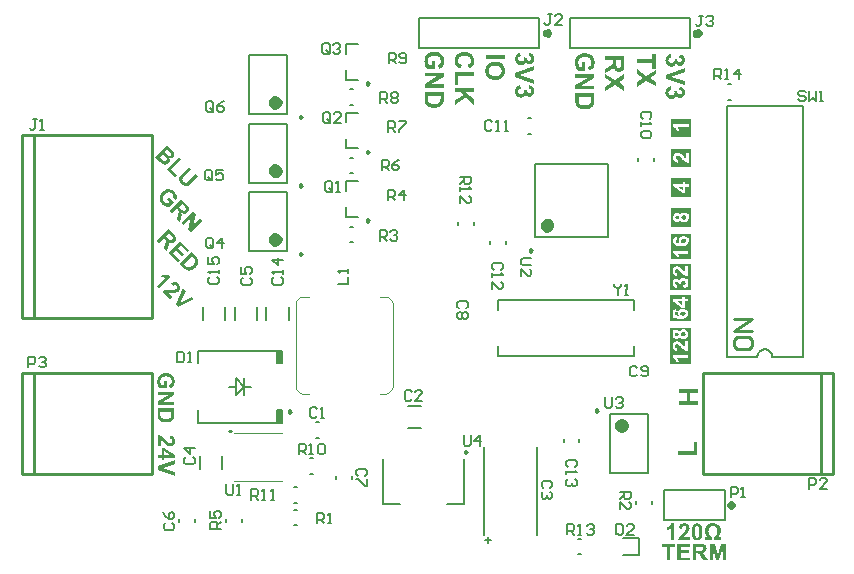
<source format=gto>
G04*
G04 #@! TF.GenerationSoftware,Altium Limited,Altium Designer,21.0.9 (235)*
G04*
G04 Layer_Color=65535*
%FSLAX44Y44*%
%MOMM*%
G71*
G04*
G04 #@! TF.SameCoordinates,B8152D85-E12F-4961-801D-9DD34C180D21*
G04*
G04*
G04 #@! TF.FilePolarity,Positive*
G04*
G01*
G75*
%ADD10C,0.2000*%
%ADD11C,0.4000*%
%ADD12C,0.2500*%
%ADD13C,0.1000*%
%ADD14C,0.6000*%
%ADD15C,0.2540*%
%ADD16C,0.1270*%
%ADD17C,0.2032*%
%ADD18C,0.1800*%
G36*
X221950Y133550D02*
X218450Y133550D01*
X218251Y133550D01*
X217883Y133397D01*
X217602Y133116D01*
X217450Y132748D01*
X217450Y132550D01*
X217449Y132549D01*
X217450Y121800D01*
X221950D01*
Y133550D01*
D02*
G37*
G36*
Y171050D02*
X218450Y171050D01*
X218251Y171050D01*
X217883Y171203D01*
X217602Y171484D01*
X217450Y171852D01*
X217450Y172050D01*
X217449Y172051D01*
X217450Y182800D01*
X221950D01*
Y171050D01*
D02*
G37*
G36*
X568703Y287750D02*
X551297D01*
Y303250D01*
X568703D01*
Y287750D01*
D02*
G37*
G36*
X568703Y363750D02*
X551297D01*
Y379250D01*
X568703D01*
Y363750D01*
D02*
G37*
G36*
Y260000D02*
X551297D01*
Y281500D01*
X568703D01*
Y260000D01*
D02*
G37*
G36*
X574506Y146659D02*
X567495D01*
Y140342D01*
X574506D01*
Y137102D01*
X558494D01*
Y140342D01*
X564788D01*
Y146659D01*
X558494D01*
Y149898D01*
X574506D01*
Y146659D01*
D02*
G37*
G36*
X568203Y171868D02*
X550797D01*
Y202132D01*
X568203D01*
Y171868D01*
D02*
G37*
G36*
X121671Y247307D02*
X121699D01*
X121757Y247278D01*
X121829Y247235D01*
X122044Y247163D01*
X122332Y247048D01*
X122692Y246919D01*
X123124Y246804D01*
X123627Y246703D01*
X124174Y246617D01*
X124202D01*
X124246Y246602D01*
X124332D01*
X124447D01*
X124749Y246588D01*
X125109Y246602D01*
X125540Y246631D01*
X126030Y246717D01*
X126519Y246833D01*
X126993Y247020D01*
X128547Y245466D01*
X118534Y235453D01*
X116621Y237366D01*
X123828Y244574D01*
X123800D01*
X123742D01*
X123641Y244588D01*
X123483Y244603D01*
X123296Y244617D01*
X123095Y244646D01*
X122850Y244689D01*
X122577Y244732D01*
X122289Y244790D01*
X121987Y244862D01*
X121656Y244933D01*
X121325Y245034D01*
X120649Y245279D01*
X119930Y245595D01*
X121656Y247322D01*
X121671Y247307D01*
D02*
G37*
G36*
X131453Y240891D02*
X131755Y240877D01*
X131784D01*
X131827Y240862D01*
X131899Y240848D01*
X132029Y240833D01*
X132158Y240790D01*
X132331Y240733D01*
X132518Y240690D01*
X132719Y240603D01*
X132949Y240517D01*
X133180Y240402D01*
X133669Y240143D01*
X134187Y239769D01*
X134431Y239553D01*
X134690Y239323D01*
X134834Y239179D01*
X134920Y239064D01*
X135035Y238920D01*
X135165Y238762D01*
X135294Y238575D01*
X135438Y238373D01*
X135712Y237899D01*
X135942Y237381D01*
X136057Y237093D01*
X136129Y236820D01*
X136186Y236503D01*
X136201Y236201D01*
Y236172D01*
X136215Y236129D01*
X136186Y236043D01*
Y235928D01*
Y235784D01*
X136158Y235611D01*
X136129Y235438D01*
X136086Y235223D01*
X135942Y234791D01*
X135755Y234316D01*
X135625Y234072D01*
X135453Y233842D01*
X135266Y233597D01*
X135064Y233367D01*
X135035Y233338D01*
X134949Y233252D01*
X134805Y233137D01*
X134633Y232993D01*
X134402Y232820D01*
X134143Y232647D01*
X133856Y232475D01*
X133539Y232331D01*
X133496Y232317D01*
X133395Y232274D01*
X133208Y232202D01*
X132964Y232130D01*
X132676Y232043D01*
X132331Y231957D01*
X131942Y231885D01*
X131511Y231828D01*
X131482D01*
X131353Y231813D01*
X131166Y231799D01*
X130892Y231784D01*
X130547D01*
X130101Y231770D01*
X129597Y231784D01*
X128979Y231799D01*
X128950D01*
X128907Y231813D01*
X128820D01*
X128705D01*
X128403Y231828D01*
X128044Y231842D01*
X127670D01*
X127296D01*
X126965Y231856D01*
X126835Y231842D01*
X126720D01*
X126691D01*
X126634D01*
X126533Y231828D01*
X126404Y231813D01*
X126116Y231784D01*
X125814Y231712D01*
X129612Y227914D01*
X127842Y226145D01*
X121153Y232835D01*
X121167Y232849D01*
X121196Y232878D01*
X121268Y232921D01*
X121354Y232978D01*
X121455Y233050D01*
X121570Y233137D01*
X121886Y233338D01*
X122260Y233540D01*
X122692Y233741D01*
X123181Y233942D01*
X123699Y234086D01*
X123713Y234100D01*
X123771D01*
X123857Y234129D01*
X123972D01*
X124130Y234172D01*
X124318Y234187D01*
X124548Y234216D01*
X124807Y234244D01*
X125109Y234288D01*
X125440Y234302D01*
X125814Y234331D01*
X126231Y234345D01*
X126663D01*
X127152D01*
X127670D01*
X128231Y234331D01*
X128259D01*
X128346D01*
X128461D01*
X128633D01*
X128835Y234302D01*
X129065D01*
X129583D01*
X130115Y234316D01*
X130648Y234331D01*
X130878D01*
X131122Y234345D01*
X131309Y234359D01*
X131453Y234388D01*
X131496Y234403D01*
X131611Y234431D01*
X131798Y234475D01*
X132029Y234561D01*
X132273Y234662D01*
X132547Y234791D01*
X132791Y234949D01*
X133021Y235151D01*
X133036Y235165D01*
X133050Y235180D01*
X133122Y235252D01*
X133237Y235395D01*
X133352Y235568D01*
X133467Y235769D01*
X133568Y235985D01*
X133640Y236230D01*
X133669Y236489D01*
Y236518D01*
Y236604D01*
X133640Y236748D01*
X133597Y236906D01*
X133511Y237107D01*
X133410Y237323D01*
X133266Y237553D01*
X133064Y237784D01*
X132964Y237884D01*
X132834Y237985D01*
X132676Y238086D01*
X132475Y238201D01*
X132244Y238287D01*
X132000Y238359D01*
X131741Y238388D01*
X131712D01*
X131611Y238373D01*
X131468Y238344D01*
X131281Y238273D01*
X131050Y238186D01*
X130777Y238028D01*
X130475Y237841D01*
X130158Y237582D01*
X128447Y239668D01*
X128461Y239683D01*
X128533Y239726D01*
X128605Y239798D01*
X128749Y239884D01*
X128892Y239999D01*
X129079Y240100D01*
X129281Y240215D01*
X129511Y240359D01*
X130014Y240574D01*
X130561Y240776D01*
X130863Y240848D01*
X131166Y240891D01*
X131453D01*
D02*
G37*
G36*
X140675Y233223D02*
X135841Y223325D01*
X145638Y228260D01*
X147782Y226116D01*
X134287Y219700D01*
X132115Y221872D01*
X138503Y235395D01*
X140675Y233223D01*
D02*
G37*
G36*
X587419Y36731D02*
X587622D01*
X587887Y36690D01*
X588192Y36650D01*
X588517Y36609D01*
X588884Y36528D01*
X589270Y36426D01*
X589677Y36304D01*
X590084Y36161D01*
X590491Y35978D01*
X590898Y35775D01*
X591284Y35531D01*
X591671Y35266D01*
X592017Y34941D01*
X592037Y34920D01*
X592098Y34859D01*
X592180Y34758D01*
X592302Y34615D01*
X592444Y34432D01*
X592587Y34229D01*
X592749Y33984D01*
X592932Y33700D01*
X593095Y33394D01*
X593258Y33049D01*
X593400Y32682D01*
X593543Y32275D01*
X593665Y31848D01*
X593746Y31401D01*
X593807Y30933D01*
X593828Y30444D01*
Y30404D01*
Y30302D01*
X593807Y30139D01*
X593787Y29936D01*
X593746Y29671D01*
X593685Y29346D01*
X593624Y29000D01*
X593522Y28593D01*
X593380Y28186D01*
X593217Y27738D01*
X593014Y27271D01*
X592770Y26782D01*
X592485Y26294D01*
X592139Y25785D01*
X591752Y25277D01*
X591305Y24788D01*
X594051D01*
Y22408D01*
X587622D01*
Y24687D01*
X587643D01*
X587704Y24707D01*
X587785Y24748D01*
X587887Y24809D01*
X588029Y24870D01*
X588172Y24951D01*
X588538Y25155D01*
X588924Y25419D01*
X589331Y25765D01*
X589718Y26172D01*
X590064Y26640D01*
Y26660D01*
X590104Y26701D01*
X590145Y26782D01*
X590186Y26884D01*
X590267Y27006D01*
X590328Y27169D01*
X590410Y27352D01*
X590491Y27535D01*
X590552Y27759D01*
X590633Y28003D01*
X590776Y28532D01*
X590857Y29122D01*
X590898Y29773D01*
Y29793D01*
Y29854D01*
Y29956D01*
X590877Y30078D01*
Y30241D01*
X590857Y30424D01*
X590816Y30627D01*
X590776Y30851D01*
X590674Y31339D01*
X590491Y31869D01*
X590267Y32418D01*
X590104Y32682D01*
X589942Y32947D01*
X589921Y32967D01*
X589901Y33008D01*
X589840Y33069D01*
X589758Y33171D01*
X589657Y33272D01*
X589535Y33394D01*
X589392Y33516D01*
X589230Y33639D01*
X589046Y33761D01*
X588823Y33903D01*
X588599Y34005D01*
X588355Y34107D01*
X588070Y34208D01*
X587765Y34269D01*
X587459Y34310D01*
X587114Y34330D01*
X586930D01*
X586808Y34310D01*
X586646Y34290D01*
X586463Y34249D01*
X586056Y34167D01*
X585608Y34005D01*
X585364Y33883D01*
X585140Y33761D01*
X584896Y33598D01*
X584672Y33415D01*
X584469Y33211D01*
X584286Y32967D01*
Y32947D01*
X584245Y32906D01*
X584204Y32825D01*
X584143Y32723D01*
X584062Y32601D01*
X583980Y32438D01*
X583899Y32255D01*
X583818Y32052D01*
X583716Y31828D01*
X583634Y31584D01*
X583472Y31055D01*
X583370Y30444D01*
X583350Y30119D01*
X583329Y29773D01*
Y29753D01*
Y29692D01*
Y29590D01*
X583350Y29468D01*
Y29325D01*
X583370Y29142D01*
X583390Y28939D01*
X583431Y28715D01*
X583533Y28227D01*
X583675Y27698D01*
X583879Y27148D01*
X584143Y26619D01*
X584164Y26599D01*
X584184Y26558D01*
X584225Y26497D01*
X584306Y26396D01*
X584489Y26172D01*
X584774Y25867D01*
X585120Y25561D01*
X585547Y25236D01*
X586056Y24931D01*
X586625Y24687D01*
Y22408D01*
X580176D01*
Y24788D01*
X582902D01*
X582882Y24829D01*
X582800Y24910D01*
X582678Y25053D01*
X582515Y25256D01*
X582332Y25480D01*
X582109Y25785D01*
X581885Y26111D01*
X581661Y26477D01*
X581417Y26884D01*
X581193Y27332D01*
X580990Y27799D01*
X580786Y28288D01*
X580623Y28796D01*
X580501Y29325D01*
X580420Y29875D01*
X580400Y30444D01*
Y30485D01*
Y30566D01*
X580420Y30709D01*
Y30892D01*
X580461Y31116D01*
X580501Y31380D01*
X580542Y31685D01*
X580623Y32011D01*
X580725Y32357D01*
X580847Y32703D01*
X580990Y33089D01*
X581152Y33456D01*
X581356Y33842D01*
X581600Y34208D01*
X581885Y34574D01*
X582190Y34920D01*
X582210Y34941D01*
X582271Y35002D01*
X582373Y35083D01*
X582515Y35205D01*
X582699Y35348D01*
X582922Y35510D01*
X583187Y35673D01*
X583472Y35836D01*
X583818Y35999D01*
X584184Y36182D01*
X584591Y36324D01*
X585018Y36467D01*
X585506Y36589D01*
X585995Y36670D01*
X586544Y36731D01*
X587114Y36751D01*
X587256D01*
X587419Y36731D01*
D02*
G37*
G36*
X563167Y36548D02*
X563350Y36528D01*
X563554Y36507D01*
X563777Y36467D01*
X564021Y36426D01*
X564551Y36284D01*
X565079Y36080D01*
X565364Y35958D01*
X565608Y35815D01*
X565873Y35632D01*
X566097Y35429D01*
X566117Y35409D01*
X566158Y35388D01*
X566199Y35307D01*
X566280Y35226D01*
X566382Y35124D01*
X566483Y34981D01*
X566585Y34839D01*
X566707Y34656D01*
X566911Y34249D01*
X567114Y33781D01*
X567195Y33516D01*
X567236Y33232D01*
X567277Y32926D01*
X567297Y32621D01*
Y32581D01*
Y32459D01*
X567277Y32275D01*
X567256Y32052D01*
X567216Y31767D01*
X567155Y31462D01*
X567073Y31136D01*
X566951Y30811D01*
X566931Y30770D01*
X566890Y30668D01*
X566809Y30485D01*
X566687Y30261D01*
X566544Y29997D01*
X566361Y29692D01*
X566138Y29366D01*
X565873Y29020D01*
X565853Y29000D01*
X565771Y28898D01*
X565649Y28756D01*
X565466Y28552D01*
X565222Y28308D01*
X564917Y27982D01*
X564551Y27637D01*
X564103Y27209D01*
X564083Y27189D01*
X564042Y27169D01*
X563981Y27108D01*
X563899Y27026D01*
X563676Y26823D01*
X563411Y26579D01*
X563147Y26314D01*
X562882Y26050D01*
X562638Y25826D01*
X562557Y25724D01*
X562475Y25643D01*
X562455Y25622D01*
X562414Y25582D01*
X562353Y25500D01*
X562272Y25399D01*
X562089Y25175D01*
X561926Y24910D01*
X567297D01*
Y22408D01*
X557836D01*
Y22428D01*
Y22469D01*
X557857Y22550D01*
X557877Y22652D01*
X557898Y22774D01*
X557918Y22917D01*
X557999Y23283D01*
X558121Y23690D01*
X558284Y24137D01*
X558488Y24626D01*
X558752Y25094D01*
Y25114D01*
X558793Y25155D01*
X558834Y25236D01*
X558915Y25317D01*
X558996Y25460D01*
X559118Y25602D01*
X559261Y25785D01*
X559423Y25989D01*
X559607Y26233D01*
X559830Y26477D01*
X560075Y26762D01*
X560359Y27067D01*
X560664Y27372D01*
X561010Y27718D01*
X561377Y28084D01*
X561783Y28471D01*
X561804Y28491D01*
X561865Y28552D01*
X561946Y28634D01*
X562068Y28756D01*
X562231Y28878D01*
X562394Y29041D01*
X562760Y29407D01*
X563126Y29793D01*
X563493Y30180D01*
X563655Y30343D01*
X563818Y30526D01*
X563940Y30668D01*
X564021Y30790D01*
X564042Y30831D01*
X564103Y30933D01*
X564205Y31095D01*
X564306Y31319D01*
X564408Y31563D01*
X564510Y31848D01*
X564571Y32133D01*
X564591Y32438D01*
Y32459D01*
Y32479D01*
Y32581D01*
X564571Y32764D01*
X564530Y32967D01*
X564469Y33191D01*
X564388Y33415D01*
X564266Y33639D01*
X564103Y33842D01*
X564083Y33862D01*
X564021Y33923D01*
X563899Y34005D01*
X563757Y34086D01*
X563554Y34167D01*
X563330Y34249D01*
X563065Y34310D01*
X562760Y34330D01*
X562618D01*
X562455Y34310D01*
X562272Y34269D01*
X562048Y34208D01*
X561824Y34107D01*
X561600Y33984D01*
X561397Y33822D01*
X561377Y33801D01*
X561316Y33720D01*
X561234Y33598D01*
X561153Y33415D01*
X561051Y33191D01*
X560970Y32886D01*
X560888Y32540D01*
X560848Y32133D01*
X558162Y32397D01*
Y32418D01*
X558182Y32499D01*
Y32601D01*
X558223Y32764D01*
X558243Y32947D01*
X558304Y33150D01*
X558366Y33374D01*
X558427Y33639D01*
X558630Y34147D01*
X558874Y34676D01*
X559037Y34941D01*
X559220Y35185D01*
X559423Y35388D01*
X559647Y35592D01*
X559668Y35612D01*
X559708Y35632D01*
X559769Y35673D01*
X559871Y35754D01*
X559993Y35815D01*
X560156Y35897D01*
X560319Y35999D01*
X560522Y36080D01*
X560746Y36182D01*
X560990Y36263D01*
X561519Y36426D01*
X562150Y36528D01*
X562475Y36548D01*
X562821Y36568D01*
X563025D01*
X563167Y36548D01*
D02*
G37*
G36*
X554134Y22408D02*
X551428D01*
Y32601D01*
X551407Y32581D01*
X551367Y32540D01*
X551285Y32479D01*
X551163Y32377D01*
X551021Y32255D01*
X550858Y32133D01*
X550655Y31991D01*
X550431Y31828D01*
X550187Y31665D01*
X549922Y31502D01*
X549637Y31319D01*
X549332Y31156D01*
X548681Y30851D01*
X547949Y30566D01*
Y33008D01*
X547969D01*
X547989Y33028D01*
X548050Y33049D01*
X548132Y33069D01*
X548335Y33171D01*
X548620Y33293D01*
X548966Y33456D01*
X549352Y33679D01*
X549780Y33964D01*
X550227Y34290D01*
X550248Y34310D01*
X550288Y34330D01*
X550349Y34391D01*
X550431Y34473D01*
X550655Y34676D01*
X550899Y34941D01*
X551184Y35266D01*
X551468Y35673D01*
X551733Y36100D01*
X551936Y36568D01*
X554134D01*
Y22408D01*
D02*
G37*
G36*
X574031Y36548D02*
X574194Y36528D01*
X574398Y36487D01*
X574601Y36446D01*
X574845Y36385D01*
X575110Y36304D01*
X575354Y36202D01*
X575618Y36100D01*
X575883Y35958D01*
X576147Y35775D01*
X576412Y35592D01*
X576656Y35368D01*
X576880Y35103D01*
X576900Y35083D01*
X576941Y35022D01*
X577002Y34920D01*
X577104Y34778D01*
X577205Y34574D01*
X577327Y34330D01*
X577449Y34066D01*
X577572Y33720D01*
X577694Y33354D01*
X577836Y32926D01*
X577938Y32459D01*
X578040Y31930D01*
X578141Y31360D01*
X578202Y30749D01*
X578243Y30078D01*
X578263Y29346D01*
Y29325D01*
Y29305D01*
Y29244D01*
Y29163D01*
Y28959D01*
X578243Y28695D01*
X578223Y28369D01*
X578182Y27982D01*
X578141Y27576D01*
X578101Y27128D01*
X578019Y26660D01*
X577917Y26172D01*
X577816Y25704D01*
X577673Y25236D01*
X577531Y24768D01*
X577327Y24341D01*
X577124Y23934D01*
X576880Y23588D01*
X576860Y23568D01*
X576819Y23527D01*
X576758Y23445D01*
X576676Y23364D01*
X576554Y23262D01*
X576412Y23140D01*
X576229Y22998D01*
X576046Y22876D01*
X575822Y22733D01*
X575598Y22591D01*
X575334Y22469D01*
X575049Y22367D01*
X574744Y22286D01*
X574398Y22204D01*
X574052Y22164D01*
X573686Y22143D01*
X573604D01*
X573482Y22164D01*
X573340D01*
X573177Y22184D01*
X572974Y22225D01*
X572750Y22266D01*
X572506Y22347D01*
X572241Y22428D01*
X571977Y22530D01*
X571692Y22652D01*
X571427Y22815D01*
X571142Y22978D01*
X570878Y23201D01*
X570613Y23425D01*
X570369Y23710D01*
X570349Y23730D01*
X570308Y23791D01*
X570247Y23893D01*
X570186Y24015D01*
X570084Y24198D01*
X569983Y24422D01*
X569861Y24707D01*
X569759Y25012D01*
X569637Y25378D01*
X569515Y25785D01*
X569413Y26253D01*
X569332Y26762D01*
X569250Y27332D01*
X569189Y27962D01*
X569149Y28634D01*
X569128Y29366D01*
Y29386D01*
Y29407D01*
Y29468D01*
Y29549D01*
Y29753D01*
X569149Y30017D01*
X569169Y30343D01*
X569210Y30729D01*
X569250Y31136D01*
X569291Y31584D01*
X569372Y32052D01*
X569454Y32520D01*
X569576Y33008D01*
X569698Y33476D01*
X569861Y33923D01*
X570044Y34351D01*
X570247Y34758D01*
X570491Y35103D01*
X570512Y35124D01*
X570552Y35164D01*
X570613Y35246D01*
X570715Y35327D01*
X570817Y35449D01*
X570959Y35571D01*
X571142Y35694D01*
X571325Y35836D01*
X571549Y35978D01*
X571773Y36100D01*
X572038Y36222D01*
X572323Y36344D01*
X572628Y36426D01*
X572974Y36507D01*
X573319Y36548D01*
X573686Y36568D01*
X573889D01*
X574031Y36548D01*
D02*
G37*
G36*
X597927Y5249D02*
X595303D01*
X595282Y16316D01*
X592515Y5249D01*
X589769D01*
X587002Y16316D01*
Y5249D01*
X584377D01*
Y19328D01*
X588629D01*
X591152Y9704D01*
X593655Y19328D01*
X597927D01*
Y5249D01*
D02*
G37*
G36*
X576748Y19307D02*
X576971D01*
X577195Y19287D01*
X577460D01*
X577989Y19226D01*
X578538Y19165D01*
X579047Y19063D01*
X579270Y19002D01*
X579474Y18941D01*
X579494D01*
X579515Y18921D01*
X579637Y18860D01*
X579820Y18758D01*
X580064Y18636D01*
X580328Y18432D01*
X580593Y18209D01*
X580857Y17924D01*
X581101Y17578D01*
Y17558D01*
X581122Y17537D01*
X581162Y17476D01*
X581203Y17415D01*
X581305Y17212D01*
X581427Y16947D01*
X581529Y16622D01*
X581631Y16256D01*
X581712Y15828D01*
X581732Y15381D01*
Y15360D01*
Y15320D01*
Y15218D01*
X581712Y15116D01*
Y14974D01*
X581692Y14831D01*
X581610Y14465D01*
X581508Y14038D01*
X581346Y13611D01*
X581101Y13163D01*
X580959Y12960D01*
X580796Y12756D01*
X580776Y12736D01*
X580756Y12715D01*
X580695Y12654D01*
X580613Y12593D01*
X580532Y12512D01*
X580410Y12410D01*
X580267Y12308D01*
X580105Y12207D01*
X579921Y12085D01*
X579698Y11983D01*
X579474Y11881D01*
X579230Y11780D01*
X578945Y11678D01*
X578660Y11596D01*
X578355Y11515D01*
X578009Y11454D01*
X578029D01*
X578050Y11434D01*
X578172Y11352D01*
X578335Y11250D01*
X578538Y11108D01*
X578782Y10925D01*
X579026Y10742D01*
X579291Y10518D01*
X579515Y10274D01*
X579535Y10254D01*
X579637Y10152D01*
X579759Y9989D01*
X579942Y9745D01*
X580186Y9440D01*
X580308Y9236D01*
X580451Y9033D01*
X580613Y8809D01*
X580776Y8565D01*
X580959Y8280D01*
X581142Y7995D01*
X582872Y5249D01*
X579454D01*
X577419Y8300D01*
X577399Y8321D01*
X577378Y8382D01*
X577317Y8463D01*
X577236Y8565D01*
X577155Y8687D01*
X577053Y8850D01*
X576829Y9175D01*
X576564Y9542D01*
X576320Y9867D01*
X576096Y10172D01*
X575995Y10274D01*
X575913Y10376D01*
X575893Y10396D01*
X575852Y10437D01*
X575771Y10518D01*
X575669Y10620D01*
X575527Y10701D01*
X575384Y10803D01*
X575222Y10884D01*
X575059Y10966D01*
X575039D01*
X574977Y10986D01*
X574876Y11027D01*
X574713Y11047D01*
X574510Y11088D01*
X574266Y11108D01*
X573981Y11128D01*
X573065D01*
Y5249D01*
X570217D01*
Y19328D01*
X576564D01*
X576748Y19307D01*
D02*
G37*
G36*
X567531Y16947D02*
X559942D01*
Y13834D01*
X567002D01*
Y11454D01*
X559942D01*
Y7629D01*
X567796D01*
Y5249D01*
X557094D01*
Y19328D01*
X567531D01*
Y16947D01*
D02*
G37*
G36*
X555243D02*
X551092D01*
Y5249D01*
X548244D01*
Y16947D01*
X544073D01*
Y19328D01*
X555243D01*
Y16947D01*
D02*
G37*
G36*
X410702Y429936D02*
X394689D01*
Y433175D01*
X410702D01*
Y429936D01*
D02*
G37*
G36*
X402996Y427483D02*
X403204D01*
X403436Y427460D01*
X403713Y427437D01*
X404014Y427414D01*
X404662Y427321D01*
X405356Y427205D01*
X406051Y427020D01*
X406698Y426789D01*
X406722D01*
X406745Y426766D01*
X406814Y426720D01*
X406907Y426696D01*
X407138Y426558D01*
X407439Y426395D01*
X407786Y426187D01*
X408133Y425933D01*
X408526Y425632D01*
X408897Y425308D01*
X408920Y425285D01*
X408943Y425262D01*
X409059Y425146D01*
X409244Y424938D01*
X409452Y424683D01*
X409683Y424382D01*
X409938Y424035D01*
X410169Y423642D01*
X410355Y423225D01*
Y423202D01*
X410378Y423156D01*
X410424Y423064D01*
X410447Y422948D01*
X410517Y422809D01*
X410563Y422647D01*
X410609Y422439D01*
X410678Y422230D01*
X410794Y421721D01*
X410910Y421143D01*
X410979Y420472D01*
X411003Y419778D01*
Y419616D01*
X410979Y419431D01*
Y419199D01*
X410933Y418898D01*
X410887Y418551D01*
X410817Y418158D01*
X410725Y417741D01*
X410609Y417302D01*
X410470Y416839D01*
X410285Y416376D01*
X410077Y415890D01*
X409822Y415428D01*
X409521Y414965D01*
X409174Y414525D01*
X408781Y414109D01*
X408758Y414085D01*
X408689Y414016D01*
X408550Y413900D01*
X408388Y413785D01*
X408156Y413623D01*
X407879Y413438D01*
X407555Y413252D01*
X407184Y413044D01*
X406791Y412836D01*
X406328Y412651D01*
X405819Y412466D01*
X405287Y412304D01*
X404685Y412165D01*
X404061Y412072D01*
X403390Y412003D01*
X402672Y411980D01*
X402626D01*
X402510D01*
X402302Y412003D01*
X402024D01*
X401700Y412049D01*
X401330Y412095D01*
X400891Y412165D01*
X400451Y412234D01*
X399965Y412350D01*
X399456Y412489D01*
X398947Y412674D01*
X398438Y412882D01*
X397952Y413114D01*
X397466Y413414D01*
X397003Y413738D01*
X396563Y414109D01*
X396540Y414132D01*
X396471Y414201D01*
X396355Y414317D01*
X396216Y414502D01*
X396054Y414710D01*
X395869Y414965D01*
X395684Y415266D01*
X395476Y415589D01*
X395268Y415983D01*
X395083Y416399D01*
X394897Y416862D01*
X394735Y417371D01*
X394597Y417903D01*
X394481Y418482D01*
X394412Y419084D01*
X394388Y419731D01*
Y419893D01*
X394412Y420079D01*
X394435Y420310D01*
X394458Y420611D01*
X394504Y420958D01*
X394574Y421351D01*
X394666Y421768D01*
X394782Y422230D01*
X394921Y422670D01*
X395106Y423156D01*
X395314Y423619D01*
X395545Y424105D01*
X395846Y424544D01*
X396170Y424984D01*
X396563Y425401D01*
X396587Y425424D01*
X396656Y425493D01*
X396795Y425586D01*
X396957Y425724D01*
X397188Y425886D01*
X397466Y426072D01*
X397767Y426257D01*
X398137Y426442D01*
X398530Y426650D01*
X398993Y426835D01*
X399479Y427020D01*
X400011Y427182D01*
X400590Y427321D01*
X401214Y427414D01*
X401885Y427483D01*
X402580Y427506D01*
X402603D01*
X402695D01*
X402811D01*
X402996Y427483D01*
D02*
G37*
G36*
X129216Y352426D02*
X129461Y352153D01*
X129734Y351851D01*
X130008Y351549D01*
X130252Y351246D01*
X130468Y350973D01*
X130497Y350944D01*
X130554Y350858D01*
X130626Y350728D01*
X130727Y350541D01*
X130828Y350326D01*
X130928Y350081D01*
X131029Y349808D01*
X131087Y349520D01*
Y349491D01*
X131101Y349390D01*
X131115Y349232D01*
X131144Y349031D01*
X131130Y348786D01*
X131115Y348513D01*
X131087Y348225D01*
X131015Y347923D01*
X131000Y347880D01*
X130972Y347794D01*
X130914Y347621D01*
X130828Y347420D01*
X130713Y347189D01*
X130583Y346945D01*
X130382Y346686D01*
X130166Y346441D01*
X130152Y346427D01*
X130137Y346413D01*
X130051Y346326D01*
X129907Y346211D01*
X129706Y346067D01*
X129447Y345923D01*
X129173Y345765D01*
X128857Y345650D01*
X128497Y345549D01*
X128454Y345535D01*
X128324Y345521D01*
X128138Y345506D01*
X127907Y345477D01*
X127634Y345492D01*
X127303Y345506D01*
X126972Y345578D01*
X126613Y345679D01*
X126627Y345664D01*
X126641Y345621D01*
X126670Y345564D01*
X126713Y345492D01*
X126814Y345247D01*
X126915Y344945D01*
X127015Y344614D01*
X127102Y344211D01*
X127130Y343809D01*
X127102Y343377D01*
X127087Y343334D01*
X127058Y343190D01*
X127015Y342974D01*
X126929Y342715D01*
X126785Y342399D01*
X126627Y342068D01*
X126397Y341723D01*
X126095Y341392D01*
X126080Y341377D01*
X126066Y341363D01*
X125979Y341277D01*
X125836Y341161D01*
X125634Y341018D01*
X125404Y340845D01*
X125116Y340672D01*
X124800Y340528D01*
X124454Y340385D01*
X124411Y340370D01*
X124296Y340341D01*
X124109Y340298D01*
X123865Y340255D01*
X123577Y340198D01*
X123260D01*
X122930Y340183D01*
X122570Y340226D01*
X122527Y340241D01*
X122412Y340270D01*
X122225Y340313D01*
X121994Y340399D01*
X121707Y340514D01*
X121405Y340672D01*
X121074Y340859D01*
X120743Y341104D01*
X120685Y341161D01*
X120613Y341205D01*
X120470Y341348D01*
X120354Y341435D01*
X120081Y341708D01*
X119894Y341866D01*
X119462Y342298D01*
X119204Y342528D01*
X114888Y346844D01*
X124843Y356800D01*
X129216Y352426D01*
D02*
G37*
G36*
X136870Y344629D02*
X128670Y336428D01*
X133676Y331422D01*
X131993Y329739D01*
X124972Y336759D01*
X134856Y346643D01*
X136870Y344629D01*
D02*
G37*
G36*
X145372Y336270D02*
X139963Y330861D01*
X139949Y330846D01*
X139906Y330803D01*
X139848Y330746D01*
X139762Y330659D01*
X139647Y330544D01*
X139531Y330429D01*
X139287Y330156D01*
X138999Y329868D01*
X138740Y329580D01*
X138625Y329437D01*
X138510Y329322D01*
X138438Y329221D01*
X138366Y329120D01*
X138337Y329091D01*
X138294Y328991D01*
X138222Y328832D01*
X138136Y328631D01*
X138050Y328401D01*
X138006Y328128D01*
X137963Y327825D01*
X137978Y327523D01*
X137992Y327480D01*
X138006Y327379D01*
X138064Y327207D01*
X138150Y327005D01*
X138280Y326732D01*
X138453Y326444D01*
X138668Y326142D01*
X138956Y325826D01*
X139100Y325682D01*
X139258Y325552D01*
X139474Y325394D01*
X139733Y325221D01*
X139992Y325078D01*
X140294Y324948D01*
X140582Y324891D01*
X140610D01*
X140711Y324876D01*
X140855D01*
X141042Y324891D01*
X141258Y324934D01*
X141488Y324991D01*
X141718Y325078D01*
X141948Y325221D01*
X141977Y325250D01*
X142064Y325308D01*
X142207Y325423D01*
X142409Y325567D01*
X142524Y325682D01*
X142668Y325797D01*
X142812Y325941D01*
X142970Y326070D01*
X143142Y326243D01*
X143344Y326415D01*
X143545Y326617D01*
X143761Y326833D01*
X149285Y332357D01*
X151299Y330343D01*
X146048Y325092D01*
X146034Y325078D01*
X145976Y325020D01*
X145876Y324919D01*
X145761Y324804D01*
X145617Y324660D01*
X145430Y324502D01*
X145243Y324315D01*
X145056Y324128D01*
X144610Y323740D01*
X144150Y323337D01*
X143948Y323164D01*
X143732Y323006D01*
X143531Y322862D01*
X143344Y322733D01*
X143329Y322718D01*
X143301D01*
X143258Y322675D01*
X143200Y322646D01*
X143013Y322546D01*
X142783Y322430D01*
X142495Y322315D01*
X142193Y322215D01*
X141848Y322128D01*
X141488Y322085D01*
X141445Y322071D01*
X141330D01*
X141143Y322085D01*
X140898Y322100D01*
X140596Y322143D01*
X140265Y322215D01*
X139891Y322301D01*
X139517Y322445D01*
X139503Y322459D01*
X139474D01*
X139416Y322488D01*
X139344Y322531D01*
X139244Y322574D01*
X139129Y322632D01*
X138985Y322718D01*
X138855Y322819D01*
X138524Y323035D01*
X138136Y323308D01*
X137733Y323653D01*
X137302Y324056D01*
X137071Y324286D01*
X136956Y324430D01*
X136827Y324560D01*
X136683Y324732D01*
X136539Y324905D01*
X136223Y325279D01*
X135920Y325696D01*
X135647Y326142D01*
X135532Y326343D01*
X135446Y326545D01*
X135431Y326559D01*
Y326588D01*
X135388Y326718D01*
X135316Y326933D01*
X135259Y327192D01*
X135201Y327509D01*
X135144Y327854D01*
X135129Y328214D01*
X135144Y328573D01*
X135158Y328617D01*
Y328732D01*
X135201Y328919D01*
X135259Y329149D01*
X135331Y329393D01*
X135417Y329681D01*
X135546Y329954D01*
X135690Y330242D01*
X135705Y330257D01*
X135719Y330300D01*
X135762Y330343D01*
X135820Y330429D01*
X135892Y330530D01*
X135992Y330659D01*
X136108Y330803D01*
X136237Y330962D01*
X136381Y331163D01*
X136553Y331364D01*
X136741Y331580D01*
X136956Y331825D01*
X137186Y332084D01*
X137460Y332357D01*
X137733Y332659D01*
X138035Y332961D01*
X143358Y338284D01*
X145372Y336270D01*
D02*
G37*
G36*
X130641Y281314D02*
X130756Y281171D01*
X130914Y281012D01*
X131058Y280840D01*
X131245Y280653D01*
X131576Y280236D01*
X131921Y279804D01*
X132209Y279372D01*
X132324Y279171D01*
X132425Y278984D01*
X132439Y278969D01*
Y278941D01*
X132482Y278811D01*
X132540Y278610D01*
X132626Y278351D01*
X132669Y278020D01*
X132698Y277675D01*
X132684Y277286D01*
X132612Y276869D01*
X132598Y276855D01*
Y276826D01*
X132583Y276754D01*
X132569Y276682D01*
X132497Y276466D01*
X132396Y276193D01*
X132238Y275891D01*
X132051Y275560D01*
X131806Y275200D01*
X131504Y274869D01*
X131490Y274855D01*
X131461Y274826D01*
X131389Y274754D01*
X131303Y274697D01*
X131202Y274596D01*
X131087Y274510D01*
X130770Y274308D01*
X130396Y274078D01*
X129979Y273891D01*
X129490Y273747D01*
X129246Y273704D01*
X128987Y273675D01*
X128958D01*
X128929D01*
X128843D01*
X128742Y273690D01*
X128627D01*
X128469Y273704D01*
X128296Y273733D01*
X128109Y273776D01*
X127893Y273819D01*
X127663Y273905D01*
X127433Y273992D01*
X127188Y274093D01*
X126915Y274222D01*
X126656Y274366D01*
X126383Y274524D01*
X126095Y274725D01*
X126109Y274711D01*
Y274682D01*
X126138Y274538D01*
X126181Y274351D01*
X126224Y274107D01*
X126267Y273805D01*
X126311Y273503D01*
X126339Y273157D01*
X126325Y272826D01*
Y272798D01*
Y272654D01*
X126296Y272452D01*
X126253Y272150D01*
X126210Y271762D01*
X126152Y271532D01*
X126109Y271287D01*
X126066Y271014D01*
X126009Y270726D01*
X125937Y270395D01*
X125865Y270064D01*
X125145Y266899D01*
X122729Y269316D01*
X123448Y272913D01*
Y272942D01*
X123476Y272999D01*
X123491Y273100D01*
X123505Y273229D01*
X123534Y273373D01*
X123577Y273560D01*
X123649Y273949D01*
X123721Y274395D01*
X123779Y274797D01*
X123836Y275172D01*
Y275315D01*
X123851Y275445D01*
Y275474D01*
Y275531D01*
Y275646D01*
Y275790D01*
X123807Y275948D01*
X123779Y276121D01*
X123721Y276294D01*
X123664Y276466D01*
X123649Y276481D01*
X123620Y276538D01*
X123577Y276639D01*
X123477Y276768D01*
X123362Y276941D01*
X123203Y277128D01*
X123016Y277344D01*
X122369Y277991D01*
X118211Y273834D01*
X116197Y275848D01*
X126152Y285803D01*
X130641Y281314D01*
D02*
G37*
G36*
X143574Y268381D02*
X141891Y266698D01*
X136525Y272064D01*
X134324Y269863D01*
X139316Y264871D01*
X137633Y263188D01*
X132641Y268180D01*
X129936Y265475D01*
X135489Y259922D01*
X133806Y258239D01*
X126239Y265806D01*
X136194Y275761D01*
X143574Y268381D01*
D02*
G37*
G36*
X149444Y262511D02*
X149545Y262382D01*
X149804Y262094D01*
X150091Y261778D01*
X150365Y261418D01*
X150624Y261073D01*
X150825Y260728D01*
X150839Y260713D01*
X150854Y260670D01*
X150883Y260612D01*
X150926Y260541D01*
X151026Y260296D01*
X151127Y259994D01*
X151228Y259634D01*
X151329Y259217D01*
X151386Y258785D01*
X151400Y258311D01*
X151415Y258296D01*
X151400Y258253D01*
X151386Y258095D01*
X151357Y257836D01*
X151300Y257519D01*
X151228Y257131D01*
X151113Y256699D01*
X150955Y256225D01*
X150739Y255750D01*
X150724Y255735D01*
X150710Y255692D01*
X150667Y255620D01*
X150624Y255520D01*
X150552Y255419D01*
X150465Y255275D01*
X150365Y255117D01*
X150264Y254930D01*
X150134Y254743D01*
X149976Y254527D01*
X149818Y254311D01*
X149617Y254081D01*
X149214Y253592D01*
X148725Y253074D01*
X148710Y253060D01*
X148667Y253016D01*
X148610Y252959D01*
X148523Y252873D01*
X148394Y252772D01*
X148279Y252657D01*
X148120Y252527D01*
X147948Y252383D01*
X147588Y252081D01*
X147185Y251794D01*
X146739Y251520D01*
X146293Y251276D01*
X146279Y251261D01*
X146236Y251247D01*
X146150Y251218D01*
X146034Y251161D01*
X145919Y251103D01*
X145761Y251060D01*
X145387Y250916D01*
X144970Y250786D01*
X144481Y250672D01*
X143977Y250599D01*
X143459Y250571D01*
X143402D01*
X143272Y250585D01*
X143071Y250614D01*
X142797Y250657D01*
X142466Y250729D01*
X142107Y250830D01*
X141690Y250988D01*
X141258Y251189D01*
X141244Y251204D01*
X141215D01*
X141172Y251247D01*
X141114Y251276D01*
X140927Y251405D01*
X140683Y251563D01*
X140395Y251765D01*
X140064Y252038D01*
X139690Y252383D01*
X139287Y252757D01*
X135518Y256527D01*
X145473Y266482D01*
X149444Y262511D01*
D02*
G37*
G36*
X538506Y421319D02*
X535799D01*
Y426039D01*
X522494D01*
Y429279D01*
X535799D01*
Y434022D01*
X538506D01*
Y421319D01*
D02*
G37*
G36*
X530824Y415326D02*
X538506Y420347D01*
Y416575D01*
X533716Y413405D01*
X538506Y410235D01*
Y406464D01*
X530824Y411485D01*
X522494Y405978D01*
Y409865D01*
X527908Y413405D01*
X522494Y416969D01*
Y420856D01*
X530824Y415326D01*
D02*
G37*
G36*
X376939Y435606D02*
X377216D01*
X377540Y435560D01*
X377934Y435513D01*
X378350Y435467D01*
X378836Y435374D01*
X379322Y435259D01*
X379831Y435120D01*
X380340Y434958D01*
X380872Y434750D01*
X381381Y434518D01*
X381867Y434241D01*
X382330Y433940D01*
X382770Y433570D01*
X382793Y433546D01*
X382862Y433477D01*
X382978Y433361D01*
X383117Y433199D01*
X383279Y432991D01*
X383464Y432737D01*
X383672Y432459D01*
X383880Y432112D01*
X384089Y431742D01*
X384297Y431348D01*
X384482Y430886D01*
X384644Y430423D01*
X384783Y429891D01*
X384898Y429358D01*
X384968Y428757D01*
X384991Y428155D01*
Y427877D01*
X384968Y427669D01*
X384945Y427415D01*
X384898Y427137D01*
X384852Y426813D01*
X384783Y426466D01*
X384690Y426096D01*
X384575Y425702D01*
X384436Y425309D01*
X384250Y424892D01*
X384065Y424499D01*
X383834Y424129D01*
X383556Y423735D01*
X383256Y423388D01*
Y423365D01*
X383209Y423342D01*
X383140Y423273D01*
X383070Y423203D01*
X382955Y423111D01*
X382816Y423018D01*
X382492Y422764D01*
X382075Y422509D01*
X381566Y422231D01*
X380988Y421977D01*
X380317Y421745D01*
X379553Y424939D01*
X379576D01*
X379599Y424962D01*
X379669D01*
X379762Y425008D01*
X379970Y425078D01*
X380247Y425193D01*
X380571Y425355D01*
X380895Y425563D01*
X381219Y425841D01*
X381497Y426142D01*
X381520Y426188D01*
X381613Y426304D01*
X381728Y426489D01*
X381867Y426744D01*
X382006Y427067D01*
X382122Y427438D01*
X382214Y427854D01*
X382237Y428317D01*
Y428479D01*
X382214Y428618D01*
X382191Y428757D01*
X382168Y428942D01*
X382075Y429335D01*
X381913Y429798D01*
X381682Y430284D01*
X381543Y430538D01*
X381381Y430770D01*
X381173Y431001D01*
X380942Y431209D01*
X380918D01*
X380872Y431256D01*
X380803Y431302D01*
X380687Y431371D01*
X380548Y431464D01*
X380386Y431557D01*
X380178Y431649D01*
X379947Y431742D01*
X379669Y431857D01*
X379368Y431950D01*
X379021Y432043D01*
X378651Y432135D01*
X378234Y432204D01*
X377795Y432251D01*
X377309Y432274D01*
X376777Y432297D01*
X376753D01*
X376638D01*
X376476D01*
X376291Y432274D01*
X376036D01*
X375735Y432228D01*
X375434Y432204D01*
X375087Y432158D01*
X374370Y432019D01*
X373653Y431834D01*
X373306Y431718D01*
X372982Y431557D01*
X372681Y431395D01*
X372426Y431209D01*
X372403Y431186D01*
X372380Y431163D01*
X372311Y431094D01*
X372218Y431001D01*
X372033Y430770D01*
X371801Y430446D01*
X371547Y430052D01*
X371362Y429567D01*
X371200Y429011D01*
X371177Y428710D01*
X371154Y428386D01*
Y428271D01*
X371177Y428178D01*
X371200Y427924D01*
X371246Y427623D01*
X371362Y427299D01*
X371501Y426929D01*
X371686Y426558D01*
X371964Y426188D01*
X372010Y426142D01*
X372126Y426026D01*
X372311Y425864D01*
X372588Y425679D01*
X372958Y425448D01*
X373398Y425239D01*
X373930Y425031D01*
X374555Y424846D01*
X373583Y421699D01*
X373560D01*
X373468Y421722D01*
X373329Y421769D01*
X373144Y421838D01*
X372935Y421931D01*
X372681Y422023D01*
X372403Y422139D01*
X372102Y422278D01*
X371478Y422602D01*
X370830Y423018D01*
X370205Y423527D01*
X369927Y423805D01*
X369673Y424106D01*
X369650Y424129D01*
X369626Y424175D01*
X369557Y424268D01*
X369464Y424407D01*
X369372Y424568D01*
X369279Y424777D01*
X369164Y425008D01*
X369048Y425263D01*
X368909Y425563D01*
X368793Y425887D01*
X368701Y426235D01*
X368608Y426605D01*
X368516Y426998D01*
X368446Y427438D01*
X368423Y427877D01*
X368400Y428363D01*
Y428502D01*
X368423Y428664D01*
X368446Y428895D01*
X368469Y429150D01*
X368516Y429474D01*
X368585Y429821D01*
X368678Y430215D01*
X368793Y430608D01*
X368932Y431024D01*
X369117Y431464D01*
X369326Y431904D01*
X369557Y432343D01*
X369858Y432783D01*
X370182Y433199D01*
X370575Y433593D01*
X370598Y433616D01*
X370668Y433685D01*
X370807Y433778D01*
X370969Y433917D01*
X371200Y434056D01*
X371454Y434241D01*
X371778Y434426D01*
X372149Y434611D01*
X372542Y434796D01*
X372982Y434981D01*
X373491Y435166D01*
X374023Y435305D01*
X374578Y435444D01*
X375203Y435536D01*
X375851Y435606D01*
X376545Y435629D01*
X376568D01*
X376591D01*
X376730D01*
X376939Y435606D01*
D02*
G37*
G36*
X384575Y415590D02*
X371385D01*
Y407538D01*
X368678D01*
Y418830D01*
X384575D01*
Y415590D01*
D02*
G37*
G36*
X384690Y401984D02*
X377563D01*
X384690Y395413D01*
Y391063D01*
X378442Y397125D01*
X368678Y390762D01*
Y394950D01*
X376198Y399370D01*
X373514Y401984D01*
X368678D01*
Y405224D01*
X384690D01*
Y401984D01*
D02*
G37*
G36*
X124407Y163874D02*
X124610D01*
X124834Y163854D01*
X125078Y163813D01*
X125363Y163773D01*
X125953Y163671D01*
X126624Y163508D01*
X127296Y163284D01*
X127621Y163142D01*
X127947Y162979D01*
X127967Y162959D01*
X128028Y162938D01*
X128110Y162877D01*
X128232Y162816D01*
X128374Y162715D01*
X128537Y162593D01*
X128720Y162450D01*
X128924Y162308D01*
X129127Y162125D01*
X129351Y161921D01*
X129575Y161697D01*
X129798Y161453D01*
X130002Y161189D01*
X130226Y160924D01*
X130592Y160294D01*
Y160273D01*
X130633Y160233D01*
X130653Y160151D01*
X130714Y160049D01*
X130755Y159907D01*
X130816Y159765D01*
X130877Y159561D01*
X130958Y159358D01*
X131019Y159134D01*
X131080Y158869D01*
X131141Y158585D01*
X131202Y158300D01*
X131284Y157649D01*
X131304Y156916D01*
Y156672D01*
X131284Y156489D01*
X131263Y156265D01*
X131243Y156001D01*
X131223Y155716D01*
X131161Y155411D01*
X131039Y154760D01*
X130836Y154088D01*
X130714Y153742D01*
X130571Y153417D01*
X130409Y153112D01*
X130205Y152827D01*
X130185Y152807D01*
X130165Y152766D01*
X130083Y152684D01*
X130002Y152583D01*
X129900Y152461D01*
X129758Y152338D01*
X129595Y152196D01*
X129412Y152033D01*
X129208Y151871D01*
X128985Y151708D01*
X128740Y151545D01*
X128456Y151403D01*
X128171Y151240D01*
X127866Y151118D01*
X127520Y150996D01*
X127174Y150914D01*
X126645Y153742D01*
X126665D01*
X126685Y153763D01*
X126808Y153803D01*
X126991Y153885D01*
X127235Y154007D01*
X127499Y154149D01*
X127764Y154353D01*
X128028Y154597D01*
X128272Y154882D01*
X128293Y154922D01*
X128374Y155024D01*
X128476Y155207D01*
X128578Y155431D01*
X128700Y155736D01*
X128781Y156082D01*
X128862Y156469D01*
X128883Y156916D01*
Y157099D01*
X128862Y157221D01*
X128842Y157384D01*
X128822Y157567D01*
X128781Y157771D01*
X128740Y157995D01*
X128598Y158462D01*
X128496Y158707D01*
X128374Y158951D01*
X128232Y159195D01*
X128089Y159439D01*
X127886Y159663D01*
X127683Y159887D01*
X127662Y159907D01*
X127621Y159927D01*
X127560Y159988D01*
X127459Y160049D01*
X127337Y160131D01*
X127194Y160233D01*
X127011Y160334D01*
X126808Y160416D01*
X126564Y160517D01*
X126299Y160619D01*
X126014Y160721D01*
X125709Y160802D01*
X125363Y160863D01*
X124977Y160924D01*
X124590Y160945D01*
X124163Y160965D01*
X124142D01*
X124061D01*
X123919D01*
X123756Y160945D01*
X123532Y160924D01*
X123308Y160904D01*
X123023Y160863D01*
X122739Y160823D01*
X122128Y160700D01*
X121497Y160497D01*
X121192Y160375D01*
X120907Y160233D01*
X120623Y160049D01*
X120379Y159866D01*
X120358Y159846D01*
X120317Y159805D01*
X120256Y159744D01*
X120175Y159663D01*
X120094Y159541D01*
X119972Y159419D01*
X119870Y159256D01*
X119748Y159073D01*
X119626Y158869D01*
X119524Y158666D01*
X119320Y158157D01*
X119239Y157872D01*
X119178Y157588D01*
X119137Y157262D01*
X119117Y156937D01*
Y156774D01*
X119137Y156611D01*
X119158Y156367D01*
X119198Y156102D01*
X119260Y155797D01*
X119341Y155472D01*
X119463Y155146D01*
Y155126D01*
X119483Y155105D01*
X119524Y155004D01*
X119605Y154821D01*
X119707Y154617D01*
X119829Y154373D01*
X119972Y154109D01*
X120134Y153844D01*
X120317Y153600D01*
X122128D01*
Y156855D01*
X124509D01*
Y150731D01*
X118853D01*
X118812Y150772D01*
X118771Y150833D01*
X118710Y150894D01*
X118629Y150996D01*
X118547Y151097D01*
X118344Y151382D01*
X118120Y151769D01*
X117856Y152217D01*
X117591Y152725D01*
X117347Y153336D01*
Y153356D01*
X117327Y153417D01*
X117286Y153498D01*
X117245Y153620D01*
X117205Y153783D01*
X117144Y153966D01*
X117083Y154170D01*
X117022Y154393D01*
X116899Y154902D01*
X116798Y155492D01*
X116716Y156102D01*
X116696Y156754D01*
Y156977D01*
X116716Y157120D01*
Y157323D01*
X116737Y157547D01*
X116777Y157791D01*
X116818Y158076D01*
X116920Y158666D01*
X117083Y159317D01*
X117306Y159988D01*
X117449Y160294D01*
X117612Y160619D01*
X117632Y160639D01*
X117652Y160680D01*
X117713Y160782D01*
X117795Y160884D01*
X117876Y161026D01*
X117998Y161168D01*
X118140Y161352D01*
X118303Y161535D01*
X118670Y161942D01*
X119137Y162348D01*
X119666Y162735D01*
X120277Y163081D01*
X120297D01*
X120358Y163122D01*
X120460Y163162D01*
X120582Y163203D01*
X120745Y163264D01*
X120928Y163345D01*
X121152Y163406D01*
X121396Y163488D01*
X121660Y163569D01*
X121965Y163630D01*
X122596Y163773D01*
X123288Y163854D01*
X124041Y163895D01*
X124061D01*
X124142D01*
X124264D01*
X124407Y163874D01*
D02*
G37*
G36*
X131039Y145340D02*
X121559Y139521D01*
X131039D01*
Y136896D01*
X116960D01*
Y139745D01*
X126238Y145462D01*
X116960D01*
Y148086D01*
X131039D01*
Y145340D01*
D02*
G37*
G36*
Y128270D02*
X131019Y128107D01*
X130999Y127721D01*
X130978Y127293D01*
X130917Y126846D01*
X130856Y126419D01*
X130755Y126032D01*
Y126012D01*
X130734Y125971D01*
X130714Y125910D01*
X130694Y125829D01*
X130592Y125584D01*
X130449Y125300D01*
X130266Y124974D01*
X130042Y124608D01*
X129778Y124262D01*
X129452Y123916D01*
Y123896D01*
X129412Y123875D01*
X129290Y123774D01*
X129086Y123611D01*
X128822Y123428D01*
X128496Y123204D01*
X128110Y122980D01*
X127662Y122756D01*
X127174Y122573D01*
X127154D01*
X127113Y122553D01*
X127031Y122533D01*
X126930Y122492D01*
X126808Y122472D01*
X126645Y122431D01*
X126462Y122390D01*
X126258Y122329D01*
X126034Y122288D01*
X125770Y122248D01*
X125506Y122207D01*
X125200Y122187D01*
X124570Y122126D01*
X123857Y122105D01*
X123837D01*
X123776D01*
X123695D01*
X123573D01*
X123410Y122126D01*
X123247D01*
X123044Y122146D01*
X122820Y122166D01*
X122352Y122207D01*
X121864Y122288D01*
X121355Y122410D01*
X120867Y122553D01*
X120846D01*
X120806Y122573D01*
X120724Y122614D01*
X120602Y122655D01*
X120480Y122695D01*
X120338Y122777D01*
X119972Y122939D01*
X119585Y123143D01*
X119158Y123407D01*
X118751Y123713D01*
X118364Y124058D01*
X118324Y124099D01*
X118242Y124201D01*
X118120Y124364D01*
X117957Y124587D01*
X117774Y124872D01*
X117591Y125198D01*
X117408Y125605D01*
X117245Y126052D01*
Y126073D01*
X117225Y126093D01*
Y126154D01*
X117205Y126215D01*
X117164Y126439D01*
X117103Y126724D01*
X117042Y127070D01*
X117001Y127497D01*
X116981Y128005D01*
X116960Y128555D01*
Y133885D01*
X131039D01*
Y128270D01*
D02*
G37*
G36*
X568203Y234250D02*
X550797D01*
Y255750D01*
X568203D01*
Y234250D01*
D02*
G37*
G36*
X512106Y424691D02*
X512083Y424483D01*
Y424228D01*
X512060Y423974D01*
Y423673D01*
X511991Y423071D01*
X511921Y422446D01*
X511805Y421868D01*
X511736Y421613D01*
X511666Y421382D01*
Y421359D01*
X511643Y421336D01*
X511574Y421197D01*
X511458Y420989D01*
X511319Y420711D01*
X511088Y420410D01*
X510834Y420109D01*
X510510Y419808D01*
X510116Y419531D01*
X510093D01*
X510070Y419508D01*
X510000Y419461D01*
X509931Y419415D01*
X509700Y419299D01*
X509399Y419160D01*
X509029Y419045D01*
X508612Y418929D01*
X508126Y418837D01*
X507617Y418813D01*
X507594D01*
X507548D01*
X507432D01*
X507316Y418837D01*
X507154D01*
X506992Y418860D01*
X506576Y418952D01*
X506090Y419068D01*
X505604Y419253D01*
X505095Y419531D01*
X504864Y419693D01*
X504632Y419878D01*
X504609Y419901D01*
X504586Y419924D01*
X504516Y419994D01*
X504447Y420086D01*
X504355Y420179D01*
X504239Y420317D01*
X504123Y420480D01*
X504007Y420665D01*
X503869Y420873D01*
X503753Y421127D01*
X503637Y421382D01*
X503521Y421660D01*
X503406Y421983D01*
X503313Y422308D01*
X503221Y422655D01*
X503151Y423048D01*
Y423025D01*
X503128Y423002D01*
X503036Y422863D01*
X502920Y422678D01*
X502758Y422446D01*
X502550Y422169D01*
X502341Y421891D01*
X502087Y421590D01*
X501809Y421336D01*
X501786Y421312D01*
X501670Y421197D01*
X501485Y421058D01*
X501208Y420850D01*
X500860Y420572D01*
X500629Y420433D01*
X500398Y420271D01*
X500143Y420086D01*
X499865Y419901D01*
X499542Y419693D01*
X499217Y419484D01*
X496094Y417518D01*
Y421405D01*
X499565Y423719D01*
X499588Y423742D01*
X499657Y423765D01*
X499750Y423835D01*
X499865Y423927D01*
X500004Y424020D01*
X500189Y424136D01*
X500560Y424390D01*
X500976Y424691D01*
X501346Y424968D01*
X501693Y425223D01*
X501809Y425339D01*
X501925Y425431D01*
X501948Y425454D01*
X501994Y425501D01*
X502087Y425593D01*
X502202Y425709D01*
X502295Y425871D01*
X502411Y426033D01*
X502503Y426218D01*
X502596Y426403D01*
Y426426D01*
X502619Y426496D01*
X502665Y426611D01*
X502688Y426796D01*
X502735Y427028D01*
X502758Y427306D01*
X502781Y427630D01*
Y428671D01*
X496094D01*
Y431910D01*
X512106D01*
Y424691D01*
D02*
G37*
G36*
X504424Y411872D02*
X512106Y416893D01*
Y413121D01*
X507316Y409951D01*
X512106Y406781D01*
Y403009D01*
X504424Y408031D01*
X496094Y402523D01*
Y406411D01*
X501508Y409951D01*
X496094Y413515D01*
Y417402D01*
X504424Y411872D01*
D02*
G37*
G36*
X351658Y435937D02*
X351890D01*
X352144Y435913D01*
X352422Y435867D01*
X352746Y435821D01*
X353417Y435705D01*
X354180Y435520D01*
X354944Y435266D01*
X355314Y435103D01*
X355685Y434918D01*
X355708Y434895D01*
X355777Y434872D01*
X355870Y434803D01*
X356009Y434733D01*
X356171Y434618D01*
X356356Y434479D01*
X356564Y434317D01*
X356795Y434155D01*
X357027Y433946D01*
X357281Y433715D01*
X357536Y433461D01*
X357790Y433183D01*
X358022Y432882D01*
X358276Y432581D01*
X358693Y431864D01*
Y431841D01*
X358739Y431795D01*
X358762Y431702D01*
X358832Y431586D01*
X358878Y431424D01*
X358947Y431262D01*
X359017Y431031D01*
X359109Y430800D01*
X359179Y430545D01*
X359248Y430244D01*
X359318Y429920D01*
X359387Y429596D01*
X359479Y428856D01*
X359503Y428023D01*
Y427745D01*
X359479Y427537D01*
X359456Y427282D01*
X359433Y426982D01*
X359410Y426658D01*
X359341Y426311D01*
X359202Y425570D01*
X358970Y424807D01*
X358832Y424413D01*
X358670Y424043D01*
X358484Y423696D01*
X358253Y423372D01*
X358230Y423349D01*
X358207Y423302D01*
X358114Y423210D01*
X358022Y423094D01*
X357906Y422955D01*
X357744Y422817D01*
X357559Y422654D01*
X357351Y422469D01*
X357119Y422284D01*
X356865Y422099D01*
X356587Y421914D01*
X356263Y421752D01*
X355939Y421567D01*
X355592Y421428D01*
X355199Y421289D01*
X354805Y421197D01*
X354204Y424413D01*
X354227D01*
X354250Y424436D01*
X354389Y424482D01*
X354597Y424575D01*
X354875Y424714D01*
X355176Y424876D01*
X355476Y425107D01*
X355777Y425385D01*
X356055Y425709D01*
X356078Y425755D01*
X356171Y425871D01*
X356286Y426079D01*
X356402Y426334D01*
X356541Y426681D01*
X356633Y427074D01*
X356726Y427514D01*
X356749Y428023D01*
Y428231D01*
X356726Y428370D01*
X356703Y428555D01*
X356680Y428763D01*
X356633Y428995D01*
X356587Y429249D01*
X356425Y429781D01*
X356309Y430059D01*
X356171Y430337D01*
X356009Y430615D01*
X355847Y430892D01*
X355615Y431147D01*
X355384Y431401D01*
X355361Y431424D01*
X355314Y431447D01*
X355245Y431517D01*
X355129Y431586D01*
X354990Y431679D01*
X354828Y431795D01*
X354620Y431910D01*
X354389Y432003D01*
X354111Y432118D01*
X353810Y432234D01*
X353486Y432350D01*
X353139Y432443D01*
X352746Y432512D01*
X352306Y432581D01*
X351867Y432604D01*
X351381Y432628D01*
X351357D01*
X351265D01*
X351103D01*
X350918Y432604D01*
X350663Y432581D01*
X350409Y432558D01*
X350085Y432512D01*
X349761Y432466D01*
X349067Y432327D01*
X348349Y432095D01*
X348002Y431956D01*
X347678Y431795D01*
X347354Y431586D01*
X347077Y431378D01*
X347054Y431355D01*
X347007Y431309D01*
X346938Y431239D01*
X346845Y431147D01*
X346753Y431008D01*
X346614Y430869D01*
X346498Y430684D01*
X346359Y430476D01*
X346221Y430244D01*
X346105Y430013D01*
X345873Y429434D01*
X345781Y429110D01*
X345712Y428786D01*
X345665Y428416D01*
X345642Y428046D01*
Y427861D01*
X345665Y427676D01*
X345688Y427398D01*
X345735Y427097D01*
X345804Y426750D01*
X345897Y426380D01*
X346035Y426010D01*
Y425987D01*
X346059Y425963D01*
X346105Y425848D01*
X346198Y425639D01*
X346313Y425408D01*
X346452Y425130D01*
X346614Y424830D01*
X346799Y424529D01*
X347007Y424251D01*
X349067D01*
Y427953D01*
X351774D01*
Y420989D01*
X345341D01*
X345295Y421035D01*
X345249Y421104D01*
X345179Y421174D01*
X345087Y421289D01*
X344994Y421405D01*
X344763Y421729D01*
X344508Y422169D01*
X344207Y422678D01*
X343907Y423256D01*
X343629Y423950D01*
Y423973D01*
X343606Y424043D01*
X343560Y424135D01*
X343513Y424274D01*
X343467Y424459D01*
X343398Y424668D01*
X343328Y424899D01*
X343259Y425154D01*
X343120Y425732D01*
X343004Y426403D01*
X342912Y427097D01*
X342888Y427838D01*
Y428092D01*
X342912Y428254D01*
Y428486D01*
X342935Y428740D01*
X342981Y429018D01*
X343027Y429342D01*
X343143Y430013D01*
X343328Y430753D01*
X343583Y431517D01*
X343745Y431864D01*
X343930Y432234D01*
X343953Y432257D01*
X343976Y432304D01*
X344045Y432419D01*
X344138Y432535D01*
X344231Y432697D01*
X344369Y432859D01*
X344531Y433067D01*
X344716Y433275D01*
X345133Y433738D01*
X345665Y434201D01*
X346267Y434641D01*
X346961Y435034D01*
X346984D01*
X347054Y435080D01*
X347169Y435127D01*
X347308Y435173D01*
X347493Y435242D01*
X347701Y435335D01*
X347956Y435404D01*
X348234Y435497D01*
X348535Y435589D01*
X348882Y435659D01*
X349599Y435821D01*
X350386Y435913D01*
X351242Y435960D01*
X351265D01*
X351357D01*
X351496D01*
X351658Y435937D01*
D02*
G37*
G36*
X359202Y414856D02*
X348419Y408239D01*
X359202D01*
Y405254D01*
X343189D01*
Y408493D01*
X353741Y414995D01*
X343189D01*
Y417980D01*
X359202D01*
Y414856D01*
D02*
G37*
G36*
Y395443D02*
X359179Y395257D01*
X359156Y394818D01*
X359132Y394332D01*
X359063Y393823D01*
X358993Y393337D01*
X358878Y392897D01*
Y392874D01*
X358855Y392828D01*
X358832Y392758D01*
X358808Y392666D01*
X358693Y392388D01*
X358531Y392064D01*
X358322Y391694D01*
X358068Y391278D01*
X357767Y390884D01*
X357397Y390491D01*
Y390468D01*
X357351Y390444D01*
X357212Y390329D01*
X356980Y390144D01*
X356680Y389935D01*
X356309Y389681D01*
X355870Y389426D01*
X355361Y389172D01*
X354805Y388964D01*
X354782D01*
X354736Y388940D01*
X354643Y388917D01*
X354528Y388871D01*
X354389Y388848D01*
X354204Y388802D01*
X353995Y388755D01*
X353764Y388686D01*
X353509Y388640D01*
X353209Y388593D01*
X352908Y388547D01*
X352561Y388524D01*
X351843Y388455D01*
X351034Y388431D01*
X351010D01*
X350941D01*
X350849D01*
X350710D01*
X350524Y388455D01*
X350339D01*
X350108Y388478D01*
X349854Y388501D01*
X349321Y388547D01*
X348766Y388640D01*
X348187Y388778D01*
X347632Y388940D01*
X347609D01*
X347563Y388964D01*
X347470Y389010D01*
X347331Y389056D01*
X347192Y389102D01*
X347030Y389195D01*
X346614Y389380D01*
X346174Y389611D01*
X345688Y389912D01*
X345226Y390259D01*
X344786Y390653D01*
X344740Y390699D01*
X344647Y390815D01*
X344508Y391000D01*
X344323Y391254D01*
X344115Y391578D01*
X343907Y391949D01*
X343698Y392411D01*
X343513Y392920D01*
Y392943D01*
X343490Y392967D01*
Y393036D01*
X343467Y393106D01*
X343421Y393360D01*
X343351Y393684D01*
X343282Y394077D01*
X343236Y394563D01*
X343213Y395142D01*
X343189Y395766D01*
Y401829D01*
X359202D01*
Y395443D01*
D02*
G37*
G36*
X568703Y313250D02*
X551297D01*
Y328750D01*
X568703D01*
Y313250D01*
D02*
G37*
G36*
X568203Y208250D02*
X550797D01*
Y229750D01*
X568203D01*
Y208250D01*
D02*
G37*
G36*
X424375Y432125D02*
X424352D01*
X424329D01*
X424190Y432102D01*
X423982Y432055D01*
X423727Y431986D01*
X423449Y431870D01*
X423148Y431754D01*
X422871Y431569D01*
X422616Y431361D01*
X422593Y431338D01*
X422524Y431245D01*
X422431Y431107D01*
X422339Y430945D01*
X422223Y430713D01*
X422130Y430459D01*
X422061Y430181D01*
X422038Y429857D01*
Y429811D01*
X422061Y429695D01*
X422084Y429533D01*
X422130Y429302D01*
X422223Y429047D01*
X422339Y428793D01*
X422524Y428515D01*
X422755Y428260D01*
X422778Y428237D01*
X422894Y428145D01*
X423056Y428052D01*
X423264Y427913D01*
X423542Y427798D01*
X423889Y427682D01*
X424282Y427612D01*
X424722Y427589D01*
X424745D01*
X424768D01*
X424907D01*
X425115Y427612D01*
X425393Y427659D01*
X425694Y427751D01*
X425995Y427867D01*
X426296Y428029D01*
X426573Y428237D01*
X426596Y428260D01*
X426689Y428353D01*
X426805Y428492D01*
X426920Y428654D01*
X427059Y428885D01*
X427152Y429140D01*
X427244Y429417D01*
X427267Y429741D01*
Y429973D01*
X427244Y430135D01*
X427221Y430343D01*
X427175Y430597D01*
X427105Y430852D01*
X427036Y431153D01*
X429512Y430829D01*
Y430621D01*
X429535Y430389D01*
X429558Y430112D01*
X429627Y429811D01*
X429720Y429487D01*
X429859Y429186D01*
X430044Y428908D01*
X430067Y428885D01*
X430160Y428793D01*
X430275Y428700D01*
X430461Y428561D01*
X430669Y428446D01*
X430923Y428330D01*
X431224Y428260D01*
X431571Y428237D01*
X431618D01*
X431710D01*
X431849Y428260D01*
X432034Y428307D01*
X432242Y428353D01*
X432450Y428446D01*
X432682Y428561D01*
X432867Y428723D01*
X432890Y428746D01*
X432937Y428816D01*
X433029Y428908D01*
X433122Y429070D01*
X433191Y429255D01*
X433284Y429464D01*
X433330Y429741D01*
X433353Y430019D01*
Y430158D01*
X433330Y430297D01*
X433284Y430482D01*
X433214Y430690D01*
X433122Y430922D01*
X432983Y431153D01*
X432798Y431361D01*
X432775Y431384D01*
X432705Y431454D01*
X432566Y431546D01*
X432381Y431662D01*
X432173Y431778D01*
X431895Y431870D01*
X431571Y431963D01*
X431201Y432032D01*
X431664Y434855D01*
X431687D01*
X431733Y434832D01*
X431803D01*
X431918Y434809D01*
X432173Y434739D01*
X432520Y434647D01*
X432890Y434508D01*
X433284Y434369D01*
X433654Y434184D01*
X434001Y433976D01*
X434047Y433953D01*
X434140Y433860D01*
X434302Y433721D01*
X434510Y433536D01*
X434718Y433305D01*
X434950Y433027D01*
X435181Y432680D01*
X435389Y432310D01*
Y432287D01*
X435412Y432263D01*
X435459Y432125D01*
X435551Y431893D01*
X435644Y431616D01*
X435736Y431269D01*
X435829Y430852D01*
X435875Y430412D01*
X435898Y429926D01*
Y429718D01*
X435875Y429556D01*
X435852Y429348D01*
X435829Y429140D01*
X435783Y428885D01*
X435713Y428631D01*
X435551Y428052D01*
X435435Y427751D01*
X435274Y427427D01*
X435112Y427127D01*
X434926Y426849D01*
X434695Y426548D01*
X434440Y426294D01*
X434417Y426270D01*
X434394Y426247D01*
X434325Y426178D01*
X434232Y426109D01*
X434001Y425923D01*
X433677Y425715D01*
X433284Y425507D01*
X432821Y425345D01*
X432312Y425206D01*
X432057Y425183D01*
X431780Y425160D01*
X431756D01*
X431687D01*
X431571Y425183D01*
X431432Y425206D01*
X431247Y425229D01*
X431039Y425275D01*
X430808Y425345D01*
X430553Y425437D01*
X430299Y425576D01*
X430021Y425715D01*
X429743Y425900D01*
X429466Y426132D01*
X429188Y426409D01*
X428910Y426710D01*
X428656Y427057D01*
X428401Y427474D01*
Y427451D01*
X428378Y427404D01*
Y427335D01*
X428332Y427242D01*
X428262Y426988D01*
X428124Y426687D01*
X427938Y426340D01*
X427707Y425970D01*
X427406Y425599D01*
X427059Y425275D01*
X427013Y425229D01*
X426874Y425137D01*
X426666Y425021D01*
X426365Y424859D01*
X426018Y424697D01*
X425578Y424581D01*
X425115Y424489D01*
X424583Y424442D01*
X424560D01*
X424491D01*
X424375D01*
X424236Y424466D01*
X424051Y424489D01*
X423843Y424535D01*
X423588Y424581D01*
X423334Y424627D01*
X422778Y424813D01*
X422477Y424952D01*
X422154Y425090D01*
X421853Y425275D01*
X421552Y425484D01*
X421251Y425715D01*
X420973Y425993D01*
X420950Y426016D01*
X420904Y426062D01*
X420835Y426155D01*
X420742Y426270D01*
X420626Y426432D01*
X420511Y426594D01*
X420372Y426826D01*
X420233Y427057D01*
X420094Y427312D01*
X419955Y427612D01*
X419840Y427937D01*
X419724Y428260D01*
X419631Y428631D01*
X419562Y429001D01*
X419516Y429417D01*
X419492Y429834D01*
Y430042D01*
X419516Y430204D01*
X419539Y430389D01*
X419562Y430597D01*
X419608Y430829D01*
X419655Y431107D01*
X419793Y431662D01*
X420025Y432263D01*
X420163Y432588D01*
X420326Y432865D01*
X420534Y433166D01*
X420742Y433444D01*
X420765Y433467D01*
X420811Y433513D01*
X420881Y433582D01*
X420973Y433675D01*
X421089Y433791D01*
X421251Y433906D01*
X421413Y434045D01*
X421621Y434184D01*
X421853Y434323D01*
X422084Y434485D01*
X422639Y434739D01*
X423287Y434948D01*
X423634Y435040D01*
X424005Y435087D01*
X424375Y432125D01*
D02*
G37*
G36*
X435806Y419977D02*
X423958Y415904D01*
X435806Y411993D01*
Y408546D01*
X419793Y414238D01*
Y417732D01*
X435806Y423471D01*
Y419977D01*
D02*
G37*
G36*
X424375Y404751D02*
X424352D01*
X424329D01*
X424190Y404728D01*
X423982Y404681D01*
X423727Y404612D01*
X423449Y404496D01*
X423148Y404381D01*
X422871Y404196D01*
X422616Y403987D01*
X422593Y403964D01*
X422524Y403871D01*
X422431Y403733D01*
X422339Y403571D01*
X422223Y403339D01*
X422130Y403085D01*
X422061Y402807D01*
X422038Y402483D01*
Y402437D01*
X422061Y402321D01*
X422084Y402159D01*
X422130Y401928D01*
X422223Y401673D01*
X422339Y401419D01*
X422524Y401141D01*
X422755Y400886D01*
X422778Y400863D01*
X422894Y400771D01*
X423056Y400678D01*
X423264Y400539D01*
X423542Y400424D01*
X423889Y400308D01*
X424282Y400239D01*
X424722Y400215D01*
X424745D01*
X424768D01*
X424907D01*
X425115Y400239D01*
X425393Y400285D01*
X425694Y400378D01*
X425995Y400493D01*
X426296Y400655D01*
X426573Y400863D01*
X426596Y400886D01*
X426689Y400979D01*
X426805Y401118D01*
X426920Y401280D01*
X427059Y401511D01*
X427152Y401766D01*
X427244Y402043D01*
X427267Y402367D01*
Y402599D01*
X427244Y402761D01*
X427221Y402969D01*
X427175Y403224D01*
X427105Y403478D01*
X427036Y403779D01*
X429512Y403455D01*
Y403247D01*
X429535Y403015D01*
X429558Y402738D01*
X429627Y402437D01*
X429720Y402113D01*
X429859Y401812D01*
X430044Y401534D01*
X430067Y401511D01*
X430160Y401419D01*
X430275Y401326D01*
X430461Y401187D01*
X430669Y401072D01*
X430923Y400956D01*
X431224Y400886D01*
X431571Y400863D01*
X431618D01*
X431710D01*
X431849Y400886D01*
X432034Y400933D01*
X432242Y400979D01*
X432450Y401072D01*
X432682Y401187D01*
X432867Y401349D01*
X432890Y401372D01*
X432937Y401442D01*
X433029Y401534D01*
X433122Y401696D01*
X433191Y401881D01*
X433284Y402090D01*
X433330Y402367D01*
X433353Y402645D01*
Y402784D01*
X433330Y402923D01*
X433284Y403108D01*
X433214Y403316D01*
X433122Y403548D01*
X432983Y403779D01*
X432798Y403987D01*
X432775Y404010D01*
X432705Y404080D01*
X432566Y404172D01*
X432381Y404288D01*
X432173Y404404D01*
X431895Y404496D01*
X431571Y404589D01*
X431201Y404658D01*
X431664Y407481D01*
X431687D01*
X431733Y407458D01*
X431803D01*
X431918Y407435D01*
X432173Y407366D01*
X432520Y407273D01*
X432890Y407134D01*
X433284Y406995D01*
X433654Y406810D01*
X434001Y406602D01*
X434047Y406579D01*
X434140Y406486D01*
X434302Y406347D01*
X434510Y406162D01*
X434718Y405931D01*
X434950Y405653D01*
X435181Y405306D01*
X435389Y404936D01*
Y404913D01*
X435412Y404890D01*
X435459Y404751D01*
X435551Y404519D01*
X435644Y404242D01*
X435736Y403895D01*
X435829Y403478D01*
X435875Y403038D01*
X435898Y402553D01*
Y402344D01*
X435875Y402182D01*
X435852Y401974D01*
X435829Y401766D01*
X435783Y401511D01*
X435713Y401257D01*
X435551Y400678D01*
X435435Y400378D01*
X435274Y400053D01*
X435112Y399753D01*
X434926Y399475D01*
X434695Y399174D01*
X434440Y398920D01*
X434417Y398896D01*
X434394Y398873D01*
X434325Y398804D01*
X434232Y398735D01*
X434001Y398549D01*
X433677Y398341D01*
X433284Y398133D01*
X432821Y397971D01*
X432312Y397832D01*
X432057Y397809D01*
X431780Y397786D01*
X431756D01*
X431687D01*
X431571Y397809D01*
X431432Y397832D01*
X431247Y397855D01*
X431039Y397901D01*
X430808Y397971D01*
X430553Y398064D01*
X430299Y398202D01*
X430021Y398341D01*
X429743Y398526D01*
X429466Y398758D01*
X429188Y399035D01*
X428910Y399336D01*
X428656Y399683D01*
X428401Y400100D01*
Y400077D01*
X428378Y400030D01*
Y399961D01*
X428332Y399868D01*
X428262Y399614D01*
X428124Y399313D01*
X427938Y398966D01*
X427707Y398596D01*
X427406Y398226D01*
X427059Y397901D01*
X427013Y397855D01*
X426874Y397763D01*
X426666Y397647D01*
X426365Y397485D01*
X426018Y397323D01*
X425578Y397207D01*
X425115Y397115D01*
X424583Y397068D01*
X424560D01*
X424491D01*
X424375D01*
X424236Y397092D01*
X424051Y397115D01*
X423843Y397161D01*
X423588Y397207D01*
X423334Y397254D01*
X422778Y397439D01*
X422477Y397578D01*
X422154Y397716D01*
X421853Y397901D01*
X421552Y398110D01*
X421251Y398341D01*
X420973Y398619D01*
X420950Y398642D01*
X420904Y398688D01*
X420835Y398781D01*
X420742Y398896D01*
X420626Y399058D01*
X420511Y399221D01*
X420372Y399452D01*
X420233Y399683D01*
X420094Y399938D01*
X419955Y400239D01*
X419840Y400563D01*
X419724Y400886D01*
X419631Y401257D01*
X419562Y401627D01*
X419516Y402043D01*
X419492Y402460D01*
Y402668D01*
X419516Y402830D01*
X419539Y403015D01*
X419562Y403224D01*
X419608Y403455D01*
X419655Y403733D01*
X419793Y404288D01*
X420025Y404890D01*
X420163Y405214D01*
X420326Y405491D01*
X420534Y405792D01*
X420742Y406070D01*
X420765Y406093D01*
X420811Y406139D01*
X420881Y406209D01*
X420973Y406301D01*
X421089Y406417D01*
X421251Y406533D01*
X421413Y406671D01*
X421621Y406810D01*
X421853Y406949D01*
X422084Y407111D01*
X422639Y407366D01*
X423287Y407574D01*
X423634Y407666D01*
X424005Y407713D01*
X424375Y404751D01*
D02*
G37*
G36*
X126429Y319454D02*
X126760Y319440D01*
X127091Y319397D01*
X127437Y319368D01*
X128141Y319181D01*
X128156Y319167D01*
X128213D01*
X128285Y319123D01*
X128400Y319095D01*
X128530Y319023D01*
X128674Y318965D01*
X128861Y318864D01*
X129062Y318778D01*
X129263Y318663D01*
X129494Y318519D01*
X129738Y318361D01*
X129983Y318203D01*
X130501Y317800D01*
X131033Y317296D01*
X131206Y317124D01*
X131321Y316980D01*
X131465Y316807D01*
X131637Y316606D01*
X131824Y316390D01*
X131997Y316131D01*
X132371Y315584D01*
X132702Y314966D01*
X132860Y314635D01*
X132990Y314304D01*
X133090Y313973D01*
X133148Y313628D01*
Y313599D01*
X133162Y313556D01*
Y313441D01*
X133177Y313311D01*
X133191Y313153D01*
X133177Y312966D01*
X133162Y312750D01*
X133148Y312506D01*
X133119Y312247D01*
X133076Y311973D01*
X133018Y311686D01*
X132918Y311384D01*
X132831Y311067D01*
X132702Y310765D01*
X132544Y310434D01*
X132357Y310132D01*
X129983Y311758D01*
X129997Y311772D01*
Y311801D01*
X130055Y311916D01*
X130127Y312103D01*
X130213Y312362D01*
X130299Y312650D01*
X130343Y312980D01*
X130357Y313340D01*
X130328Y313714D01*
X130314Y313757D01*
X130299Y313887D01*
X130242Y314088D01*
X130155Y314318D01*
X130026Y314620D01*
X129839Y314923D01*
X129623Y315254D01*
X129321Y315584D01*
X129192Y315714D01*
X129091Y315786D01*
X128961Y315886D01*
X128818Y316002D01*
X128645Y316117D01*
X128458Y316246D01*
X128026Y316476D01*
X127782Y316577D01*
X127523Y316663D01*
X127249Y316735D01*
X126976Y316807D01*
X126674Y316822D01*
X126372Y316836D01*
X126343D01*
X126300Y316822D01*
X126214D01*
X126098Y316793D01*
X125955Y316764D01*
X125782Y316735D01*
X125581Y316678D01*
X125379Y316591D01*
X125135Y316491D01*
X124876Y316376D01*
X124602Y316246D01*
X124329Y316088D01*
X124041Y315886D01*
X123725Y315656D01*
X123437Y315397D01*
X123121Y315110D01*
X123106Y315095D01*
X123049Y315038D01*
X122948Y314937D01*
X122847Y314807D01*
X122703Y314635D01*
X122559Y314462D01*
X122387Y314232D01*
X122214Y314002D01*
X121869Y313484D01*
X121567Y312894D01*
X121437Y312592D01*
X121337Y312290D01*
X121265Y311959D01*
X121222Y311657D01*
Y311628D01*
Y311571D01*
Y311484D01*
Y311369D01*
X121250Y311225D01*
Y311053D01*
X121293Y310866D01*
X121337Y310650D01*
X121394Y310420D01*
X121466Y310204D01*
X121682Y309700D01*
X121826Y309441D01*
X121984Y309197D01*
X122185Y308938D01*
X122401Y308693D01*
X122516Y308578D01*
X122646Y308477D01*
X122833Y308319D01*
X123049Y308161D01*
X123308Y307988D01*
X123595Y307816D01*
X123912Y307672D01*
X123926Y307658D01*
X123955D01*
X124056Y307614D01*
X124243Y307542D01*
X124459Y307470D01*
X124717Y307384D01*
X125005Y307298D01*
X125307Y307226D01*
X125609Y307183D01*
X126890Y308463D01*
X124588Y310765D01*
X126271Y312448D01*
X130602Y308118D01*
X126602Y304118D01*
X126545D01*
X126473Y304133D01*
X126386D01*
X126257Y304147D01*
X126127Y304162D01*
X125782Y304219D01*
X125350Y304334D01*
X124847Y304464D01*
X124300Y304636D01*
X123696Y304895D01*
X123682Y304910D01*
X123624Y304939D01*
X123538Y304967D01*
X123423Y305025D01*
X123279Y305111D01*
X123106Y305197D01*
X122919Y305298D01*
X122718Y305413D01*
X122272Y305687D01*
X121783Y306032D01*
X121293Y306406D01*
X120819Y306852D01*
X120660Y307010D01*
X120574Y307125D01*
X120430Y307269D01*
X120286Y307442D01*
X120143Y307643D01*
X119970Y307873D01*
X119625Y308363D01*
X119279Y308938D01*
X118963Y309571D01*
X118848Y309887D01*
X118733Y310233D01*
Y310261D01*
X118718Y310305D01*
X118690Y310420D01*
X118675Y310549D01*
X118632Y310707D01*
X118618Y310895D01*
X118589Y311125D01*
X118574Y311369D01*
X118546Y311916D01*
X118589Y312535D01*
X118690Y313182D01*
X118877Y313858D01*
X118891Y313872D01*
X118905Y313944D01*
X118948Y314045D01*
X119006Y314160D01*
X119078Y314318D01*
X119150Y314505D01*
X119265Y314707D01*
X119380Y314937D01*
X119510Y315182D01*
X119682Y315441D01*
X120028Y315987D01*
X120459Y316534D01*
X120963Y317095D01*
X120977Y317109D01*
X121034Y317167D01*
X121121Y317253D01*
X121236Y317339D01*
X121380Y317483D01*
X121552Y317627D01*
X121754Y317771D01*
X121984Y317944D01*
X122473Y318289D01*
X123063Y318649D01*
X123696Y318965D01*
X124027Y319095D01*
X124372Y319210D01*
X124401D01*
X124459Y319238D01*
X124559Y319253D01*
X124689Y319296D01*
X124861Y319325D01*
X125063Y319354D01*
X125293Y319382D01*
X125538Y319426D01*
X125811Y319440D01*
X126113Y319454D01*
X126429D01*
D02*
G37*
G36*
X141578Y306377D02*
X141693Y306233D01*
X141852Y306075D01*
X141995Y305902D01*
X142183Y305715D01*
X142513Y305298D01*
X142859Y304867D01*
X143146Y304435D01*
X143261Y304234D01*
X143362Y304046D01*
X143377Y304032D01*
Y304003D01*
X143420Y303874D01*
X143477Y303673D01*
X143564Y303414D01*
X143607Y303083D01*
X143636Y302737D01*
X143621Y302349D01*
X143549Y301932D01*
X143535Y301917D01*
Y301889D01*
X143520Y301817D01*
X143506Y301745D01*
X143434Y301529D01*
X143333Y301256D01*
X143175Y300953D01*
X142988Y300623D01*
X142744Y300263D01*
X142441Y299932D01*
X142427Y299918D01*
X142398Y299889D01*
X142326Y299817D01*
X142240Y299759D01*
X142139Y299659D01*
X142024Y299572D01*
X141708Y299371D01*
X141334Y299141D01*
X140917Y298954D01*
X140427Y298810D01*
X140183Y298767D01*
X139924Y298738D01*
X139895D01*
X139866D01*
X139780D01*
X139679Y298752D01*
X139564D01*
X139406Y298767D01*
X139233Y298796D01*
X139046Y298839D01*
X138830Y298882D01*
X138600Y298968D01*
X138370Y299055D01*
X138125Y299155D01*
X137852Y299285D01*
X137593Y299429D01*
X137320Y299587D01*
X137032Y299788D01*
X137047Y299774D01*
Y299745D01*
X137075Y299601D01*
X137119Y299414D01*
X137162Y299170D01*
X137205Y298867D01*
X137248Y298565D01*
X137277Y298220D01*
X137262Y297889D01*
Y297860D01*
Y297717D01*
X137234Y297515D01*
X137190Y297213D01*
X137147Y296825D01*
X137090Y296594D01*
X137047Y296350D01*
X137003Y296077D01*
X136946Y295789D01*
X136874Y295458D01*
X136802Y295127D01*
X136083Y291962D01*
X133666Y294379D01*
X134385Y297976D01*
Y298004D01*
X134414Y298062D01*
X134428Y298162D01*
X134443Y298292D01*
X134471Y298436D01*
X134515Y298623D01*
X134586Y299011D01*
X134658Y299457D01*
X134716Y299860D01*
X134774Y300234D01*
Y300378D01*
X134788Y300508D01*
Y300536D01*
Y300594D01*
Y300709D01*
Y300853D01*
X134745Y301011D01*
X134716Y301184D01*
X134658Y301356D01*
X134601Y301529D01*
X134586Y301543D01*
X134558Y301601D01*
X134515Y301702D01*
X134414Y301831D01*
X134299Y302004D01*
X134141Y302191D01*
X133954Y302407D01*
X133306Y303054D01*
X129148Y298896D01*
X127134Y300910D01*
X137090Y310866D01*
X141578Y306377D01*
D02*
G37*
G36*
X149074Y298882D02*
X146484Y288063D01*
X153188Y294767D01*
X155044Y292911D01*
X145089Y282956D01*
X143074Y284970D01*
X145592Y295573D01*
X139032Y289013D01*
X137176Y290869D01*
X147131Y300824D01*
X149074Y298882D01*
D02*
G37*
G36*
X551779Y430929D02*
X551756D01*
X551733D01*
X551594Y430906D01*
X551386Y430860D01*
X551131Y430790D01*
X550854Y430675D01*
X550553Y430559D01*
X550275Y430374D01*
X550021Y430166D01*
X549998Y430143D01*
X549928Y430050D01*
X549836Y429911D01*
X549743Y429749D01*
X549627Y429518D01*
X549535Y429263D01*
X549465Y428986D01*
X549442Y428662D01*
Y428615D01*
X549465Y428500D01*
X549488Y428338D01*
X549535Y428106D01*
X549627Y427852D01*
X549743Y427597D01*
X549928Y427319D01*
X550160Y427065D01*
X550183Y427042D01*
X550298Y426949D01*
X550460Y426857D01*
X550669Y426718D01*
X550946Y426602D01*
X551293Y426487D01*
X551687Y426417D01*
X552126Y426394D01*
X552150D01*
X552173D01*
X552312D01*
X552520Y426417D01*
X552797Y426463D01*
X553098Y426556D01*
X553399Y426672D01*
X553700Y426834D01*
X553978Y427042D01*
X554001Y427065D01*
X554093Y427158D01*
X554209Y427296D01*
X554325Y427458D01*
X554464Y427690D01*
X554556Y427944D01*
X554649Y428222D01*
X554672Y428546D01*
Y428777D01*
X554649Y428939D01*
X554626Y429148D01*
X554579Y429402D01*
X554510Y429657D01*
X554440Y429957D01*
X556916Y429633D01*
Y429425D01*
X556939Y429194D01*
X556963Y428916D01*
X557032Y428615D01*
X557124Y428291D01*
X557263Y427991D01*
X557449Y427713D01*
X557472Y427690D01*
X557564Y427597D01*
X557680Y427505D01*
X557865Y427366D01*
X558073Y427250D01*
X558328Y427134D01*
X558629Y427065D01*
X558976Y427042D01*
X559022D01*
X559114D01*
X559253Y427065D01*
X559439Y427111D01*
X559647Y427158D01*
X559855Y427250D01*
X560086Y427366D01*
X560271Y427528D01*
X560295Y427551D01*
X560341Y427620D01*
X560433Y427713D01*
X560526Y427875D01*
X560595Y428060D01*
X560688Y428268D01*
X560734Y428546D01*
X560757Y428824D01*
Y428962D01*
X560734Y429101D01*
X560688Y429286D01*
X560619Y429495D01*
X560526Y429726D01*
X560387Y429957D01*
X560202Y430166D01*
X560179Y430189D01*
X560109Y430258D01*
X559971Y430351D01*
X559785Y430466D01*
X559577Y430582D01*
X559300Y430675D01*
X558976Y430767D01*
X558605Y430837D01*
X559068Y433660D01*
X559091D01*
X559138Y433637D01*
X559207D01*
X559323Y433614D01*
X559577Y433544D01*
X559924Y433451D01*
X560295Y433313D01*
X560688Y433174D01*
X561058Y432989D01*
X561405Y432780D01*
X561452Y432757D01*
X561544Y432665D01*
X561706Y432526D01*
X561914Y432341D01*
X562123Y432109D01*
X562354Y431832D01*
X562585Y431485D01*
X562794Y431114D01*
Y431091D01*
X562817Y431068D01*
X562863Y430929D01*
X562956Y430698D01*
X563048Y430420D01*
X563141Y430073D01*
X563233Y429657D01*
X563280Y429217D01*
X563303Y428731D01*
Y428523D01*
X563280Y428361D01*
X563256Y428153D01*
X563233Y427944D01*
X563187Y427690D01*
X563118Y427435D01*
X562956Y426857D01*
X562840Y426556D01*
X562678Y426232D01*
X562516Y425931D01*
X562331Y425653D01*
X562099Y425353D01*
X561845Y425098D01*
X561822Y425075D01*
X561799Y425052D01*
X561729Y424982D01*
X561637Y424913D01*
X561405Y424728D01*
X561081Y424520D01*
X560688Y424311D01*
X560225Y424149D01*
X559716Y424011D01*
X559462Y423988D01*
X559184Y423964D01*
X559161D01*
X559091D01*
X558976Y423988D01*
X558837Y424011D01*
X558652Y424034D01*
X558443Y424080D01*
X558212Y424149D01*
X557957Y424242D01*
X557703Y424381D01*
X557425Y424520D01*
X557148Y424705D01*
X556870Y424936D01*
X556592Y425214D01*
X556315Y425515D01*
X556060Y425862D01*
X555806Y426278D01*
Y426255D01*
X555782Y426209D01*
Y426139D01*
X555736Y426047D01*
X555667Y425792D01*
X555528Y425491D01*
X555343Y425144D01*
X555111Y424774D01*
X554811Y424404D01*
X554464Y424080D01*
X554417Y424034D01*
X554278Y423941D01*
X554070Y423825D01*
X553769Y423663D01*
X553422Y423502D01*
X552983Y423386D01*
X552520Y423293D01*
X551988Y423247D01*
X551964D01*
X551895D01*
X551779D01*
X551641Y423270D01*
X551455Y423293D01*
X551247Y423340D01*
X550993Y423386D01*
X550738Y423432D01*
X550183Y423617D01*
X549882Y423756D01*
X549558Y423895D01*
X549257Y424080D01*
X548956Y424288D01*
X548656Y424520D01*
X548378Y424797D01*
X548355Y424821D01*
X548308Y424867D01*
X548239Y424959D01*
X548146Y425075D01*
X548031Y425237D01*
X547915Y425399D01*
X547776Y425630D01*
X547637Y425862D01*
X547499Y426116D01*
X547360Y426417D01*
X547244Y426741D01*
X547128Y427065D01*
X547036Y427435D01*
X546966Y427805D01*
X546920Y428222D01*
X546897Y428638D01*
Y428847D01*
X546920Y429009D01*
X546943Y429194D01*
X546966Y429402D01*
X547013Y429633D01*
X547059Y429911D01*
X547198Y430466D01*
X547429Y431068D01*
X547568Y431392D01*
X547730Y431670D01*
X547938Y431971D01*
X548146Y432248D01*
X548170Y432271D01*
X548216Y432318D01*
X548285Y432387D01*
X548378Y432480D01*
X548493Y432595D01*
X548656Y432711D01*
X548817Y432850D01*
X549026Y432989D01*
X549257Y433128D01*
X549488Y433289D01*
X550044Y433544D01*
X550692Y433752D01*
X551039Y433845D01*
X551409Y433891D01*
X551779Y430929D01*
D02*
G37*
G36*
X563210Y418781D02*
X551363Y414709D01*
X563210Y410798D01*
Y407350D01*
X547198Y413042D01*
Y416537D01*
X563210Y422275D01*
Y418781D01*
D02*
G37*
G36*
X551779Y403555D02*
X551756D01*
X551733D01*
X551594Y403532D01*
X551386Y403486D01*
X551131Y403416D01*
X550854Y403301D01*
X550553Y403185D01*
X550275Y403000D01*
X550021Y402792D01*
X549998Y402769D01*
X549928Y402676D01*
X549836Y402537D01*
X549743Y402375D01*
X549627Y402144D01*
X549535Y401889D01*
X549465Y401612D01*
X549442Y401288D01*
Y401241D01*
X549465Y401126D01*
X549488Y400964D01*
X549535Y400732D01*
X549627Y400478D01*
X549743Y400223D01*
X549928Y399946D01*
X550160Y399691D01*
X550183Y399668D01*
X550298Y399575D01*
X550460Y399483D01*
X550669Y399344D01*
X550946Y399228D01*
X551293Y399113D01*
X551687Y399043D01*
X552126Y399020D01*
X552150D01*
X552173D01*
X552312D01*
X552520Y399043D01*
X552797Y399090D01*
X553098Y399182D01*
X553399Y399298D01*
X553700Y399460D01*
X553978Y399668D01*
X554001Y399691D01*
X554093Y399784D01*
X554209Y399922D01*
X554325Y400084D01*
X554464Y400316D01*
X554556Y400570D01*
X554649Y400848D01*
X554672Y401172D01*
Y401403D01*
X554649Y401565D01*
X554626Y401774D01*
X554579Y402028D01*
X554510Y402283D01*
X554440Y402584D01*
X556916Y402260D01*
Y402051D01*
X556939Y401820D01*
X556963Y401542D01*
X557032Y401241D01*
X557124Y400918D01*
X557263Y400617D01*
X557449Y400339D01*
X557472Y400316D01*
X557564Y400223D01*
X557680Y400131D01*
X557865Y399992D01*
X558073Y399876D01*
X558328Y399761D01*
X558629Y399691D01*
X558976Y399668D01*
X559022D01*
X559114D01*
X559253Y399691D01*
X559439Y399737D01*
X559647Y399784D01*
X559855Y399876D01*
X560086Y399992D01*
X560271Y400154D01*
X560295Y400177D01*
X560341Y400246D01*
X560433Y400339D01*
X560526Y400501D01*
X560595Y400686D01*
X560688Y400894D01*
X560734Y401172D01*
X560757Y401450D01*
Y401589D01*
X560734Y401727D01*
X560688Y401912D01*
X560619Y402121D01*
X560526Y402352D01*
X560387Y402584D01*
X560202Y402792D01*
X560179Y402815D01*
X560109Y402884D01*
X559971Y402977D01*
X559785Y403093D01*
X559577Y403208D01*
X559300Y403301D01*
X558976Y403393D01*
X558605Y403463D01*
X559068Y406286D01*
X559091D01*
X559138Y406263D01*
X559207D01*
X559323Y406240D01*
X559577Y406170D01*
X559924Y406078D01*
X560295Y405939D01*
X560688Y405800D01*
X561058Y405615D01*
X561405Y405406D01*
X561452Y405383D01*
X561544Y405291D01*
X561706Y405152D01*
X561914Y404967D01*
X562123Y404735D01*
X562354Y404458D01*
X562585Y404111D01*
X562794Y403741D01*
Y403717D01*
X562817Y403694D01*
X562863Y403555D01*
X562956Y403324D01*
X563048Y403046D01*
X563141Y402699D01*
X563233Y402283D01*
X563280Y401843D01*
X563303Y401357D01*
Y401149D01*
X563280Y400987D01*
X563256Y400779D01*
X563233Y400570D01*
X563187Y400316D01*
X563118Y400061D01*
X562956Y399483D01*
X562840Y399182D01*
X562678Y398858D01*
X562516Y398557D01*
X562331Y398280D01*
X562099Y397979D01*
X561845Y397724D01*
X561822Y397701D01*
X561799Y397678D01*
X561729Y397609D01*
X561637Y397539D01*
X561405Y397354D01*
X561081Y397146D01*
X560688Y396937D01*
X560225Y396776D01*
X559716Y396637D01*
X559462Y396614D01*
X559184Y396590D01*
X559161D01*
X559091D01*
X558976Y396614D01*
X558837Y396637D01*
X558652Y396660D01*
X558443Y396706D01*
X558212Y396776D01*
X557957Y396868D01*
X557703Y397007D01*
X557425Y397146D01*
X557148Y397331D01*
X556870Y397562D01*
X556592Y397840D01*
X556315Y398141D01*
X556060Y398488D01*
X555806Y398904D01*
Y398881D01*
X555782Y398835D01*
Y398765D01*
X555736Y398673D01*
X555667Y398418D01*
X555528Y398118D01*
X555343Y397771D01*
X555111Y397400D01*
X554811Y397030D01*
X554464Y396706D01*
X554417Y396660D01*
X554278Y396567D01*
X554070Y396452D01*
X553769Y396290D01*
X553422Y396128D01*
X552983Y396012D01*
X552520Y395919D01*
X551988Y395873D01*
X551964D01*
X551895D01*
X551779D01*
X551641Y395896D01*
X551455Y395919D01*
X551247Y395966D01*
X550993Y396012D01*
X550738Y396058D01*
X550183Y396243D01*
X549882Y396382D01*
X549558Y396521D01*
X549257Y396706D01*
X548956Y396914D01*
X548656Y397146D01*
X548378Y397423D01*
X548355Y397447D01*
X548308Y397493D01*
X548239Y397585D01*
X548146Y397701D01*
X548031Y397863D01*
X547915Y398025D01*
X547776Y398256D01*
X547637Y398488D01*
X547499Y398742D01*
X547360Y399043D01*
X547244Y399367D01*
X547128Y399691D01*
X547036Y400061D01*
X546966Y400432D01*
X546920Y400848D01*
X546897Y401265D01*
Y401473D01*
X546920Y401635D01*
X546943Y401820D01*
X546966Y402028D01*
X547013Y402260D01*
X547059Y402537D01*
X547198Y403093D01*
X547429Y403694D01*
X547568Y404018D01*
X547730Y404296D01*
X547938Y404597D01*
X548146Y404874D01*
X548170Y404897D01*
X548216Y404944D01*
X548285Y405013D01*
X548378Y405106D01*
X548493Y405221D01*
X548656Y405337D01*
X548817Y405476D01*
X549026Y405615D01*
X549257Y405754D01*
X549488Y405916D01*
X550044Y406170D01*
X550692Y406378D01*
X551039Y406471D01*
X551409Y406517D01*
X551779Y403555D01*
D02*
G37*
G36*
X479063Y434741D02*
X479294D01*
X479549Y434718D01*
X479827Y434672D01*
X480150Y434625D01*
X480821Y434510D01*
X481585Y434324D01*
X482349Y434070D01*
X482719Y433908D01*
X483089Y433723D01*
X483112Y433700D01*
X483182Y433677D01*
X483274Y433607D01*
X483413Y433538D01*
X483575Y433422D01*
X483760Y433283D01*
X483969Y433121D01*
X484200Y432959D01*
X484431Y432751D01*
X484686Y432520D01*
X484940Y432265D01*
X485195Y431987D01*
X485426Y431687D01*
X485681Y431386D01*
X486097Y430668D01*
Y430645D01*
X486144Y430599D01*
X486167Y430507D01*
X486236Y430391D01*
X486282Y430229D01*
X486352Y430067D01*
X486421Y429836D01*
X486514Y429604D01*
X486583Y429350D01*
X486653Y429049D01*
X486722Y428725D01*
X486791Y428401D01*
X486884Y427660D01*
X486907Y426827D01*
Y426550D01*
X486884Y426341D01*
X486861Y426087D01*
X486838Y425786D01*
X486815Y425462D01*
X486745Y425115D01*
X486606Y424375D01*
X486375Y423611D01*
X486236Y423218D01*
X486074Y422847D01*
X485889Y422500D01*
X485658Y422176D01*
X485634Y422153D01*
X485611Y422107D01*
X485519Y422014D01*
X485426Y421899D01*
X485311Y421760D01*
X485149Y421621D01*
X484963Y421459D01*
X484755Y421274D01*
X484524Y421089D01*
X484269Y420904D01*
X483992Y420718D01*
X483668Y420557D01*
X483344Y420371D01*
X482997Y420233D01*
X482603Y420094D01*
X482210Y420001D01*
X481608Y423218D01*
X481631D01*
X481655Y423241D01*
X481793Y423287D01*
X482002Y423380D01*
X482279Y423518D01*
X482580Y423680D01*
X482881Y423912D01*
X483182Y424189D01*
X483459Y424513D01*
X483483Y424560D01*
X483575Y424675D01*
X483691Y424884D01*
X483806Y425138D01*
X483945Y425485D01*
X484038Y425879D01*
X484130Y426318D01*
X484154Y426827D01*
Y427036D01*
X484130Y427174D01*
X484107Y427360D01*
X484084Y427568D01*
X484038Y427799D01*
X483992Y428054D01*
X483830Y428586D01*
X483714Y428864D01*
X483575Y429141D01*
X483413Y429419D01*
X483251Y429697D01*
X483020Y429951D01*
X482788Y430206D01*
X482765Y430229D01*
X482719Y430252D01*
X482649Y430321D01*
X482534Y430391D01*
X482395Y430483D01*
X482233Y430599D01*
X482025Y430715D01*
X481793Y430807D01*
X481516Y430923D01*
X481215Y431039D01*
X480891Y431154D01*
X480544Y431247D01*
X480150Y431316D01*
X479711Y431386D01*
X479271Y431409D01*
X478785Y431432D01*
X478762D01*
X478670D01*
X478508D01*
X478322Y431409D01*
X478068Y431386D01*
X477813Y431363D01*
X477489Y431316D01*
X477165Y431270D01*
X476471Y431131D01*
X475754Y430900D01*
X475407Y430761D01*
X475083Y430599D01*
X474759Y430391D01*
X474481Y430183D01*
X474458Y430159D01*
X474412Y430113D01*
X474342Y430044D01*
X474250Y429951D01*
X474157Y429812D01*
X474019Y429674D01*
X473903Y429488D01*
X473764Y429280D01*
X473625Y429049D01*
X473509Y428817D01*
X473278Y428239D01*
X473186Y427915D01*
X473116Y427591D01*
X473070Y427221D01*
X473047Y426851D01*
Y426665D01*
X473070Y426480D01*
X473093Y426203D01*
X473139Y425902D01*
X473209Y425555D01*
X473301Y425184D01*
X473440Y424814D01*
Y424791D01*
X473463Y424768D01*
X473509Y424652D01*
X473602Y424444D01*
X473718Y424213D01*
X473857Y423935D01*
X474019Y423634D01*
X474204Y423333D01*
X474412Y423056D01*
X476471D01*
Y426758D01*
X479179D01*
Y419793D01*
X472746D01*
X472700Y419839D01*
X472653Y419909D01*
X472584Y419978D01*
X472491Y420094D01*
X472399Y420210D01*
X472167Y420533D01*
X471913Y420973D01*
X471612Y421482D01*
X471311Y422061D01*
X471034Y422755D01*
Y422778D01*
X471010Y422847D01*
X470964Y422940D01*
X470918Y423079D01*
X470872Y423264D01*
X470802Y423472D01*
X470733Y423703D01*
X470663Y423958D01*
X470524Y424537D01*
X470409Y425208D01*
X470316Y425902D01*
X470293Y426642D01*
Y426897D01*
X470316Y427059D01*
Y427290D01*
X470339Y427545D01*
X470386Y427822D01*
X470432Y428146D01*
X470548Y428817D01*
X470733Y429558D01*
X470987Y430321D01*
X471149Y430668D01*
X471334Y431039D01*
X471357Y431062D01*
X471381Y431108D01*
X471450Y431224D01*
X471543Y431339D01*
X471635Y431502D01*
X471774Y431664D01*
X471936Y431872D01*
X472121Y432080D01*
X472538Y432543D01*
X473070Y433006D01*
X473671Y433445D01*
X474366Y433839D01*
X474389D01*
X474458Y433885D01*
X474574Y433931D01*
X474713Y433977D01*
X474898Y434047D01*
X475106Y434139D01*
X475361Y434209D01*
X475638Y434301D01*
X475939Y434394D01*
X476286Y434463D01*
X477004Y434625D01*
X477790Y434718D01*
X478646Y434764D01*
X478670D01*
X478762D01*
X478901D01*
X479063Y434741D01*
D02*
G37*
G36*
X486606Y413661D02*
X475823Y407043D01*
X486606D01*
Y404058D01*
X470594D01*
Y407298D01*
X481145Y413800D01*
X470594D01*
Y416785D01*
X486606D01*
Y413661D01*
D02*
G37*
G36*
Y394247D02*
X486583Y394062D01*
X486560Y393622D01*
X486537Y393136D01*
X486468Y392627D01*
X486398Y392141D01*
X486282Y391702D01*
Y391679D01*
X486259Y391632D01*
X486236Y391563D01*
X486213Y391470D01*
X486097Y391193D01*
X485935Y390869D01*
X485727Y390499D01*
X485472Y390082D01*
X485172Y389689D01*
X484801Y389295D01*
Y389272D01*
X484755Y389249D01*
X484616Y389133D01*
X484385Y388948D01*
X484084Y388740D01*
X483714Y388485D01*
X483274Y388231D01*
X482765Y387976D01*
X482210Y387768D01*
X482187D01*
X482140Y387745D01*
X482048Y387722D01*
X481932Y387676D01*
X481793Y387652D01*
X481608Y387606D01*
X481400Y387560D01*
X481169Y387490D01*
X480914Y387444D01*
X480613Y387398D01*
X480312Y387351D01*
X479965Y387328D01*
X479248Y387259D01*
X478438Y387236D01*
X478415D01*
X478346D01*
X478253D01*
X478114D01*
X477929Y387259D01*
X477744D01*
X477513Y387282D01*
X477258Y387305D01*
X476726Y387351D01*
X476171Y387444D01*
X475592Y387583D01*
X475037Y387745D01*
X475014D01*
X474967Y387768D01*
X474875Y387814D01*
X474736Y387861D01*
X474597Y387907D01*
X474435Y387999D01*
X474019Y388185D01*
X473579Y388416D01*
X473093Y388717D01*
X472630Y389064D01*
X472191Y389457D01*
X472144Y389504D01*
X472052Y389619D01*
X471913Y389804D01*
X471728Y390059D01*
X471520Y390383D01*
X471311Y390753D01*
X471103Y391216D01*
X470918Y391725D01*
Y391748D01*
X470895Y391771D01*
Y391841D01*
X470872Y391910D01*
X470825Y392164D01*
X470756Y392489D01*
X470686Y392882D01*
X470640Y393368D01*
X470617Y393946D01*
X470594Y394571D01*
Y400634D01*
X486606D01*
Y394247D01*
D02*
G37*
G36*
X117562Y111243D02*
X117664Y111222D01*
X117786Y111202D01*
X117928Y111182D01*
X118295Y111100D01*
X118702Y110978D01*
X119149Y110815D01*
X119637Y110612D01*
X120105Y110347D01*
X120126D01*
X120167Y110307D01*
X120248Y110266D01*
X120329Y110185D01*
X120472Y110103D01*
X120614Y109981D01*
X120797Y109839D01*
X121001Y109676D01*
X121245Y109493D01*
X121489Y109269D01*
X121774Y109025D01*
X122079Y108740D01*
X122384Y108435D01*
X122730Y108089D01*
X123096Y107723D01*
X123483Y107316D01*
X123503Y107296D01*
X123564Y107235D01*
X123645Y107153D01*
X123768Y107031D01*
X123890Y106868D01*
X124052Y106706D01*
X124419Y106340D01*
X124805Y105973D01*
X125192Y105607D01*
X125354Y105444D01*
X125538Y105281D01*
X125680Y105160D01*
X125802Y105078D01*
X125843Y105058D01*
X125945Y104997D01*
X126107Y104895D01*
X126331Y104793D01*
X126575Y104691D01*
X126860Y104590D01*
X127145Y104529D01*
X127450Y104508D01*
X127471D01*
X127491D01*
X127592D01*
X127776Y104529D01*
X127979Y104569D01*
X128203Y104630D01*
X128427Y104712D01*
X128651Y104834D01*
X128854Y104997D01*
X128874Y105017D01*
X128935Y105078D01*
X129017Y105200D01*
X129098Y105343D01*
X129179Y105546D01*
X129261Y105770D01*
X129322Y106034D01*
X129342Y106340D01*
Y106482D01*
X129322Y106645D01*
X129281Y106828D01*
X129220Y107052D01*
X129118Y107275D01*
X128996Y107499D01*
X128834Y107703D01*
X128813Y107723D01*
X128732Y107784D01*
X128610Y107865D01*
X128427Y107947D01*
X128203Y108048D01*
X127898Y108130D01*
X127552Y108211D01*
X127145Y108252D01*
X127409Y110938D01*
X127430D01*
X127511Y110917D01*
X127613D01*
X127776Y110877D01*
X127959Y110856D01*
X128162Y110795D01*
X128386Y110734D01*
X128651Y110673D01*
X129159Y110470D01*
X129688Y110225D01*
X129953Y110063D01*
X130197Y109880D01*
X130400Y109676D01*
X130604Y109452D01*
X130624Y109432D01*
X130644Y109391D01*
X130685Y109330D01*
X130766Y109228D01*
X130827Y109107D01*
X130909Y108944D01*
X131011Y108781D01*
X131092Y108577D01*
X131194Y108354D01*
X131275Y108110D01*
X131438Y107581D01*
X131539Y106950D01*
X131560Y106624D01*
X131580Y106278D01*
Y106075D01*
X131560Y105933D01*
X131539Y105750D01*
X131519Y105546D01*
X131479Y105322D01*
X131438Y105078D01*
X131295Y104549D01*
X131092Y104020D01*
X130970Y103735D01*
X130827Y103491D01*
X130644Y103227D01*
X130441Y103003D01*
X130421Y102983D01*
X130400Y102942D01*
X130319Y102901D01*
X130237Y102820D01*
X130136Y102718D01*
X129993Y102616D01*
X129851Y102515D01*
X129668Y102393D01*
X129261Y102189D01*
X128793Y101986D01*
X128528Y101904D01*
X128244Y101863D01*
X127938Y101823D01*
X127633Y101803D01*
X127592D01*
X127471D01*
X127287Y101823D01*
X127064Y101843D01*
X126779Y101884D01*
X126474Y101945D01*
X126148Y102026D01*
X125822Y102148D01*
X125782Y102169D01*
X125680Y102209D01*
X125497Y102291D01*
X125273Y102413D01*
X125009Y102555D01*
X124704Y102738D01*
X124378Y102962D01*
X124032Y103227D01*
X124012Y103247D01*
X123910Y103328D01*
X123768Y103450D01*
X123564Y103633D01*
X123320Y103878D01*
X122994Y104183D01*
X122649Y104549D01*
X122221Y104997D01*
X122201Y105017D01*
X122181Y105058D01*
X122120Y105119D01*
X122038Y105200D01*
X121835Y105424D01*
X121591Y105688D01*
X121326Y105953D01*
X121062Y106217D01*
X120838Y106462D01*
X120736Y106543D01*
X120655Y106624D01*
X120634Y106645D01*
X120594Y106685D01*
X120512Y106746D01*
X120411Y106828D01*
X120187Y107011D01*
X119922Y107174D01*
Y101803D01*
X117420D01*
Y111263D01*
X117440D01*
X117481D01*
X117562Y111243D01*
D02*
G37*
G36*
X131560Y94336D02*
Y92057D01*
X122608D01*
Y90307D01*
X120248D01*
Y92057D01*
X117420D01*
Y94661D01*
X120248D01*
Y100439D01*
X122588D01*
X131560Y94336D01*
D02*
G37*
G36*
X131499Y86788D02*
X121082Y83207D01*
X131499Y79768D01*
Y76737D01*
X117420Y81742D01*
Y84814D01*
X131499Y89860D01*
Y86788D01*
D02*
G37*
G36*
X573448Y94354D02*
X557552D01*
Y97594D01*
X570741D01*
Y105646D01*
X573448D01*
Y94354D01*
D02*
G37*
G36*
X568703Y338250D02*
X551297D01*
Y353750D01*
X568703D01*
Y338250D01*
D02*
G37*
%LPC*%
G36*
X566564Y299722D02*
D01*
Y295555D01*
X566546Y295907D01*
X566508Y296222D01*
X566453Y296537D01*
X566397Y296833D01*
X566305Y297092D01*
X566212Y297333D01*
X566120Y297574D01*
X566009Y297778D01*
X565897Y297963D01*
X565805Y298111D01*
X565712Y298259D01*
X565620Y298370D01*
X565564Y298463D01*
X565509Y298518D01*
X565472Y298555D01*
X565453Y298574D01*
X565231Y298777D01*
X565009Y298944D01*
X564768Y299111D01*
X564527Y299240D01*
X564286Y299351D01*
X564046Y299444D01*
X563583Y299574D01*
X563379Y299629D01*
X563194Y299666D01*
X563009Y299685D01*
X562861Y299703D01*
X562731Y299722D01*
X562565D01*
X562176Y299703D01*
X561824Y299629D01*
X561491Y299555D01*
X561213Y299444D01*
X560991Y299351D01*
X560824Y299259D01*
X560713Y299185D01*
X560676Y299166D01*
X560379Y298944D01*
X560120Y298685D01*
X559898Y298407D01*
X559731Y298148D01*
X559583Y297907D01*
X559472Y297722D01*
X559435Y297648D01*
X559417Y297592D01*
X559398Y297555D01*
Y297537D01*
X559250Y297833D01*
X559083Y298092D01*
X558917Y298314D01*
X558731Y298500D01*
X558583Y298648D01*
X558454Y298740D01*
X558380Y298815D01*
X558343Y298833D01*
X558065Y299000D01*
X557787Y299111D01*
X557528Y299203D01*
X557287Y299259D01*
X557065Y299296D01*
X556898Y299314D01*
X556787D01*
X556769D01*
X556750D01*
X556491Y299296D01*
X556232Y299277D01*
X555769Y299148D01*
X555380Y299000D01*
X555028Y298815D01*
X554751Y298611D01*
X554639Y298537D01*
X554547Y298463D01*
X554473Y298389D01*
X554417Y298333D01*
X554399Y298314D01*
X554380Y298296D01*
X554213Y298092D01*
X554065Y297889D01*
X553936Y297648D01*
X553825Y297426D01*
X553658Y296944D01*
X553547Y296481D01*
X553510Y296278D01*
X553491Y296074D01*
X553473Y295907D01*
X553454Y295741D01*
X553436Y295630D01*
Y295444D01*
X553454Y295111D01*
X553473Y294796D01*
X553528Y294500D01*
X553584Y294222D01*
X553658Y293963D01*
X553732Y293722D01*
X553825Y293519D01*
X553899Y293334D01*
X553991Y293148D01*
X554084Y293000D01*
X554158Y292889D01*
X554232Y292778D01*
X554288Y292704D01*
X554343Y292648D01*
X554362Y292611D01*
X554380Y292593D01*
X554565Y292426D01*
X554751Y292260D01*
X554954Y292130D01*
X555139Y292019D01*
X555547Y291834D01*
X555917Y291723D01*
X556250Y291649D01*
X556399Y291630D01*
X556510Y291611D01*
X556621Y291593D01*
X556695D01*
X556732D01*
X556750D01*
X557065Y291611D01*
X557343Y291667D01*
X557621Y291723D01*
X557843Y291815D01*
X558046Y291889D01*
X558176Y291945D01*
X558269Y292000D01*
X558306Y292019D01*
X558546Y292204D01*
X558769Y292426D01*
X558954Y292648D01*
X559120Y292889D01*
X559231Y293093D01*
X559324Y293260D01*
X559380Y293371D01*
X559398Y293389D01*
Y293408D01*
X559602Y293019D01*
X559805Y292686D01*
X560028Y292408D01*
X560250Y292185D01*
X560454Y292000D01*
X560602Y291871D01*
X560713Y291797D01*
X560731Y291778D01*
X560750D01*
X561083Y291611D01*
X561417Y291482D01*
X561750Y291408D01*
X562046Y291334D01*
X562287Y291297D01*
X562490Y291278D01*
X553436D01*
X566564D01*
Y299722D01*
D02*
G37*
%LPD*%
G36*
X557176Y296981D02*
X557417Y296926D01*
X557602Y296870D01*
X557769Y296796D01*
X557917Y296704D01*
X558009Y296648D01*
X558065Y296593D01*
X558083Y296574D01*
X558213Y296407D01*
X558324Y296222D01*
X558398Y296037D01*
X558435Y295852D01*
X558472Y295685D01*
X558491Y295555D01*
Y295444D01*
X558472Y295204D01*
X558435Y294981D01*
X558361Y294796D01*
X558287Y294630D01*
X558213Y294500D01*
X558139Y294408D01*
X558102Y294352D01*
X558083Y294333D01*
X557917Y294204D01*
X557732Y294093D01*
X557547Y294019D01*
X557361Y293982D01*
X557195Y293945D01*
X557065Y293926D01*
X556973D01*
X556935D01*
X556676Y293945D01*
X556454Y293982D01*
X556269Y294056D01*
X556102Y294130D01*
X555973Y294204D01*
X555880Y294278D01*
X555824Y294315D01*
X555806Y294333D01*
X555658Y294500D01*
X555565Y294685D01*
X555491Y294870D01*
X555436Y295056D01*
X555399Y295222D01*
X555380Y295352D01*
Y295463D01*
X555399Y295704D01*
X555454Y295926D01*
X555510Y296111D01*
X555584Y296278D01*
X555676Y296407D01*
X555732Y296500D01*
X555787Y296555D01*
X555806Y296574D01*
X555973Y296722D01*
X556158Y296815D01*
X556343Y296889D01*
X556528Y296944D01*
X556676Y296981D01*
X556806Y297000D01*
X556880D01*
X556917D01*
X557176Y296981D01*
D02*
G37*
G36*
X562824Y297278D02*
X563139Y297222D01*
X563416Y297129D01*
X563638Y297037D01*
X563824Y296944D01*
X563935Y296852D01*
X564027Y296796D01*
X564046Y296778D01*
X564231Y296574D01*
X564361Y296370D01*
X564453Y296167D01*
X564509Y295963D01*
X564546Y295778D01*
X564583Y295648D01*
Y295518D01*
X564564Y295241D01*
X564490Y294981D01*
X564398Y294759D01*
X564305Y294574D01*
X564194Y294426D01*
X564120Y294315D01*
X564046Y294241D01*
X564027Y294222D01*
X563787Y294056D01*
X563527Y293926D01*
X563268Y293834D01*
X563009Y293778D01*
X562768Y293741D01*
X562583Y293704D01*
X562509D01*
X562453D01*
X562435D01*
X562416D01*
X562157Y293722D01*
X561898Y293778D01*
X561676Y293834D01*
X561472Y293926D01*
X561305Y294000D01*
X561176Y294056D01*
X561102Y294111D01*
X561065Y294130D01*
X560861Y294315D01*
X560694Y294537D01*
X560583Y294759D01*
X560509Y294981D01*
X560472Y295167D01*
X560435Y295333D01*
Y295481D01*
X560454Y295759D01*
X560528Y296019D01*
X560602Y296241D01*
X560713Y296426D01*
X560805Y296574D01*
X560898Y296685D01*
X560972Y296759D01*
X560991Y296778D01*
X561213Y296944D01*
X561454Y297074D01*
X561694Y297167D01*
X561935Y297241D01*
X562139Y297278D01*
X562305Y297296D01*
X562416D01*
X562435D01*
X562453D01*
X562824Y297278D01*
D02*
G37*
G36*
X566564Y291278D02*
X562676D01*
X563027Y291297D01*
X563342Y291334D01*
X563657Y291408D01*
X563935Y291500D01*
X564212Y291593D01*
X564453Y291704D01*
X564675Y291834D01*
X564879Y291963D01*
X565046Y292093D01*
X565212Y292223D01*
X565342Y292334D01*
X565453Y292426D01*
X565546Y292519D01*
X565601Y292593D01*
X565638Y292630D01*
X565657Y292648D01*
X565823Y292871D01*
X565953Y293111D01*
X566083Y293352D01*
X566175Y293593D01*
X566342Y294074D01*
X566453Y294537D01*
X566490Y294759D01*
X566508Y294944D01*
X566527Y295111D01*
X566546Y295259D01*
X566564Y295389D01*
Y291278D01*
D02*
G37*
%LPC*%
G36*
X566444Y371630D02*
Y368685D01*
X566444D01*
X566444D01*
Y371630D01*
D02*
G37*
G36*
Y374314D02*
X553556D01*
Y372315D01*
X553982Y372130D01*
X554371Y371889D01*
X554741Y371630D01*
X555037Y371370D01*
X555278Y371148D01*
X555463Y370945D01*
X555537Y370870D01*
X555593Y370815D01*
X555612Y370778D01*
X555630Y370759D01*
X555926Y370352D01*
X556186Y369963D01*
X556389Y369611D01*
X556537Y369296D01*
X556648Y369037D01*
X556741Y368852D01*
X556760Y368778D01*
X556778Y368722D01*
X556797Y368704D01*
Y368685D01*
X559019D01*
X558759Y369352D01*
X558482Y369945D01*
X558334Y370222D01*
X558167Y370482D01*
X558019Y370722D01*
X557871Y370945D01*
X557723Y371148D01*
X557593Y371333D01*
X557482Y371482D01*
X557371Y371611D01*
X557278Y371722D01*
X557223Y371796D01*
X557186Y371833D01*
X557167Y371852D01*
X566444D01*
Y374314D01*
D02*
G37*
G36*
X566564Y279694D02*
X562398D01*
D01*
X566564D01*
D02*
G37*
G36*
D02*
D01*
Y275564D01*
X566546Y275898D01*
X566509Y276212D01*
X566453Y276509D01*
X566379Y276786D01*
X566286Y277064D01*
X566194Y277305D01*
X566083Y277527D01*
X565972Y277731D01*
X565860Y277916D01*
X565749Y278064D01*
X565657Y278212D01*
X565564Y278323D01*
X565490Y278416D01*
X565435Y278471D01*
X565398Y278508D01*
X565379Y278527D01*
X565157Y278731D01*
X564898Y278916D01*
X564638Y279064D01*
X564379Y279193D01*
X564120Y279323D01*
X563861Y279416D01*
X563342Y279545D01*
X563120Y279601D01*
X562898Y279638D01*
X562713Y279657D01*
X562546Y279675D01*
X562398Y279694D01*
X562213D01*
X561861Y279675D01*
X561546Y279638D01*
X561231Y279582D01*
X560954Y279527D01*
X560676Y279434D01*
X560435Y279342D01*
X560194Y279249D01*
X559991Y279138D01*
X559806Y279027D01*
X559639Y278934D01*
X559509Y278842D01*
X559380Y278749D01*
X559287Y278694D01*
X559231Y278638D01*
X559194Y278601D01*
X559176Y278582D01*
X558972Y278379D01*
X558787Y278157D01*
X558620Y277934D01*
X558491Y277712D01*
X558380Y277490D01*
X558287Y277268D01*
X558139Y276861D01*
X558083Y276675D01*
X558046Y276490D01*
X558028Y276342D01*
X558009Y276212D01*
X557991Y276101D01*
Y275953D01*
X558009Y275694D01*
X558046Y275453D01*
X558083Y275231D01*
X558158Y275009D01*
X558343Y274620D01*
X558528Y274287D01*
X558732Y274027D01*
X558824Y273916D01*
X558917Y273824D01*
X558991Y273750D01*
X559028Y273694D01*
X559065Y273676D01*
X559083Y273657D01*
X558695Y273694D01*
X558324Y273731D01*
X557991Y273768D01*
X557695Y273824D01*
X557435Y273879D01*
X557195Y273935D01*
X556991Y273990D01*
X556806Y274065D01*
X556639Y274120D01*
X556510Y274157D01*
X556399Y274213D01*
X556324Y274250D01*
X556250Y274287D01*
X556213Y274324D01*
X556176Y274342D01*
X555936Y274546D01*
X555769Y274768D01*
X555639Y274990D01*
X555565Y275194D01*
X555510Y275379D01*
X555491Y275527D01*
X555473Y275620D01*
Y275657D01*
X555491Y275861D01*
X555528Y276064D01*
X555584Y276231D01*
X555639Y276360D01*
X555713Y276472D01*
X555769Y276546D01*
X555806Y276601D01*
X555825Y276620D01*
X555973Y276749D01*
X556139Y276842D01*
X556324Y276935D01*
X556491Y276990D01*
X556658Y277027D01*
X556787Y277064D01*
X556861Y277083D01*
X556898D01*
X556639Y279453D01*
X556084Y279323D01*
X555621Y279138D01*
X555213Y278934D01*
X554862Y278731D01*
X554602Y278527D01*
X554510Y278453D01*
X554417Y278360D01*
X554362Y278305D01*
X554306Y278249D01*
X554269Y278231D01*
Y278212D01*
X554121Y278027D01*
X553991Y277842D01*
X553788Y277435D01*
X553639Y277027D01*
X553547Y276657D01*
X553473Y276324D01*
X553454Y276175D01*
Y276046D01*
X553436Y275953D01*
Y275805D01*
X553454Y275416D01*
X553510Y275064D01*
X553584Y274713D01*
X553677Y274398D01*
X553806Y274102D01*
X553936Y273805D01*
X554084Y273564D01*
X554213Y273324D01*
X554362Y273120D01*
X554510Y272935D01*
X554639Y272787D01*
X554769Y272657D01*
X554862Y272546D01*
X554936Y272472D01*
X554991Y272435D01*
X555010Y272416D01*
X555325Y272194D01*
X555676Y271991D01*
X556065Y271824D01*
X556454Y271676D01*
X556880Y271546D01*
X557306Y271435D01*
X557732Y271343D01*
X558139Y271287D01*
X558528Y271231D01*
X558898Y271194D01*
X559231Y271157D01*
X559528Y271139D01*
X559768Y271120D01*
X566564D01*
Y279694D01*
D02*
G37*
G36*
X566323Y267435D02*
X553436D01*
Y265436D01*
X553862Y265250D01*
X554251Y265010D01*
X554621Y264751D01*
X554917Y264491D01*
X555158Y264269D01*
X555343Y264065D01*
X555417Y263991D01*
X555473Y263936D01*
X555491Y263899D01*
X555510Y263880D01*
X555806Y263473D01*
X556065Y263084D01*
X556269Y262732D01*
X556417Y262418D01*
X556528Y262158D01*
X556621Y261973D01*
X556639Y261899D01*
X556658Y261843D01*
X556676Y261825D01*
Y261807D01*
X558898D01*
X558639Y262473D01*
X558361Y263066D01*
X558213Y263343D01*
X558046Y263603D01*
X557898Y263843D01*
X557750Y264065D01*
X557602Y264269D01*
X557472Y264454D01*
X557361Y264603D01*
X557250Y264732D01*
X557158Y264843D01*
X557102Y264917D01*
X557065Y264954D01*
X557047Y264973D01*
X566323D01*
Y261807D01*
X566323D01*
X566323D01*
Y267435D01*
D02*
G37*
%LPD*%
G36*
X562676Y277268D02*
X563046Y277212D01*
X563342Y277138D01*
X563583Y277064D01*
X563768Y276972D01*
X563898Y276898D01*
X563990Y276842D01*
X564009Y276823D01*
X564175Y276638D01*
X564305Y276453D01*
X564398Y276249D01*
X564453Y276083D01*
X564490Y275916D01*
X564527Y275786D01*
Y275675D01*
X564490Y275416D01*
X564416Y275175D01*
X564324Y274972D01*
X564194Y274787D01*
X564083Y274639D01*
X563972Y274509D01*
X563898Y274435D01*
X563879Y274416D01*
X563620Y274231D01*
X563324Y274102D01*
X563009Y274009D01*
X562713Y273953D01*
X562435Y273916D01*
X562231Y273879D01*
X562139D01*
X562083D01*
X562046D01*
X562028D01*
X561639Y273898D01*
X561305Y273953D01*
X561028Y274027D01*
X560787Y274120D01*
X560620Y274213D01*
X560491Y274287D01*
X560398Y274342D01*
X560380Y274361D01*
X560194Y274546D01*
X560046Y274750D01*
X559954Y274953D01*
X559880Y275138D01*
X559843Y275305D01*
X559806Y275453D01*
Y275564D01*
X559824Y275823D01*
X559898Y276064D01*
X559991Y276268D01*
X560102Y276453D01*
X560213Y276601D01*
X560305Y276694D01*
X560380Y276768D01*
X560398Y276786D01*
X560639Y276953D01*
X560935Y277083D01*
X561250Y277157D01*
X561546Y277231D01*
X561824Y277268D01*
X562046Y277286D01*
X562120D01*
X562194D01*
X562231D01*
X562250D01*
X562676Y277268D01*
D02*
G37*
G36*
X566564Y271120D02*
X560102D01*
X560731Y271139D01*
X561305Y271176D01*
X561842Y271231D01*
X562324Y271324D01*
X562787Y271417D01*
X563194Y271509D01*
X563546Y271620D01*
X563879Y271750D01*
X564157Y271861D01*
X564398Y271972D01*
X564601Y272065D01*
X564768Y272176D01*
X564898Y272250D01*
X564990Y272305D01*
X565046Y272342D01*
X565064Y272361D01*
X565323Y272602D01*
X565564Y272861D01*
X565768Y273120D01*
X565935Y273398D01*
X566083Y273657D01*
X566194Y273935D01*
X566305Y274194D01*
X566379Y274435D01*
X566435Y274676D01*
X566490Y274879D01*
X566509Y275083D01*
X566546Y275250D01*
Y275379D01*
X566564Y275472D01*
Y271120D01*
D02*
G37*
%LPC*%
G36*
X562231Y200841D02*
X562065D01*
X561676Y200823D01*
X561324Y200749D01*
X560990Y200675D01*
X560713Y200564D01*
X560491Y200471D01*
X560324Y200378D01*
X560213Y200304D01*
X560176Y200286D01*
X559880Y200064D01*
X559620Y199804D01*
X559398Y199527D01*
X559231Y199267D01*
X559083Y199027D01*
X558972Y198841D01*
X558935Y198767D01*
X558917Y198712D01*
X558898Y198675D01*
Y198656D01*
X558750Y198953D01*
X558583Y199212D01*
X558417Y199434D01*
X558232Y199619D01*
X558083Y199767D01*
X557954Y199860D01*
X557880Y199934D01*
X557843Y199953D01*
X557565Y200119D01*
X557287Y200230D01*
X557028Y200323D01*
X556787Y200378D01*
X556565Y200415D01*
X556398Y200434D01*
X556287D01*
X556269D01*
X556250D01*
X555991Y200415D01*
X555732Y200397D01*
X555269Y200267D01*
X554880Y200119D01*
X554528Y199934D01*
X554250Y199730D01*
X554139Y199656D01*
X554047Y199582D01*
X553973Y199508D01*
X553917Y199452D01*
X553899Y199434D01*
X553880Y199415D01*
X553713Y199212D01*
X553565Y199008D01*
X553436Y198767D01*
X553325Y198545D01*
X553158Y198064D01*
X553047Y197601D01*
X553010Y197397D01*
X552991Y197194D01*
X552973Y197027D01*
X552954Y196860D01*
X552936Y196749D01*
Y200841D01*
Y192398D01*
Y196564D01*
X552954Y196231D01*
X552973Y195916D01*
X553028Y195620D01*
X553084Y195342D01*
X553158Y195083D01*
X553232Y194842D01*
X553325Y194638D01*
X553399Y194453D01*
X553491Y194268D01*
X553584Y194120D01*
X553658Y194009D01*
X553732Y193897D01*
X553788Y193824D01*
X553843Y193768D01*
X553862Y193731D01*
X553880Y193712D01*
X554065Y193546D01*
X554250Y193379D01*
X554454Y193249D01*
X554639Y193138D01*
X555047Y192953D01*
X555417Y192842D01*
X555750Y192768D01*
X555899Y192750D01*
X556010Y192731D01*
X556121Y192712D01*
X556195D01*
X556232D01*
X556250D01*
X556565Y192731D01*
X556843Y192787D01*
X557121Y192842D01*
X557343Y192935D01*
X557547Y193009D01*
X557676Y193064D01*
X557769Y193120D01*
X557806Y193138D01*
X558046Y193323D01*
X558269Y193546D01*
X558454Y193768D01*
X558620Y194009D01*
X558731Y194212D01*
X558824Y194379D01*
X558880Y194490D01*
X558898Y194509D01*
Y194527D01*
X559102Y194138D01*
X559305Y193805D01*
X559528Y193527D01*
X559750Y193305D01*
X559954Y193120D01*
X560102Y192990D01*
X560213Y192916D01*
X560231Y192898D01*
X560250D01*
X560583Y192731D01*
X560916Y192601D01*
X561250Y192527D01*
X561546Y192453D01*
X561787Y192416D01*
X561990Y192398D01*
X552936D01*
X566064D01*
X562176D01*
X562527Y192416D01*
X562842Y192453D01*
X563157Y192527D01*
X563435Y192620D01*
X563713Y192712D01*
X563953Y192824D01*
X564175Y192953D01*
X564379Y193083D01*
X564546Y193212D01*
X564712Y193342D01*
X564842Y193453D01*
X564953Y193546D01*
X565046Y193638D01*
X565101Y193712D01*
X565138Y193749D01*
X565157Y193768D01*
X565323Y193990D01*
X565453Y194231D01*
X565583Y194471D01*
X565675Y194712D01*
X565842Y195194D01*
X565953Y195657D01*
X565990Y195879D01*
X566008Y196064D01*
X566027Y196231D01*
X566046Y196379D01*
X566064Y196508D01*
Y196675D01*
X566046Y197027D01*
X566008Y197342D01*
X565953Y197656D01*
X565897Y197953D01*
X565805Y198212D01*
X565712Y198453D01*
X565620Y198693D01*
X565509Y198897D01*
X565397Y199082D01*
X565305Y199230D01*
X565212Y199378D01*
X565120Y199489D01*
X565064Y199582D01*
X565009Y199638D01*
X564972Y199675D01*
X564953Y199693D01*
X564731Y199897D01*
X564509Y200064D01*
X564268Y200230D01*
X564027Y200360D01*
X563787Y200471D01*
X563546Y200564D01*
X563083Y200693D01*
X562879Y200749D01*
X562694Y200786D01*
X562509Y200804D01*
X562361Y200823D01*
X562231Y200841D01*
D02*
G37*
G36*
X559056Y190768D02*
X556676D01*
D01*
X559056D01*
D02*
G37*
G36*
X565823D02*
X563546D01*
Y185880D01*
X563305Y186028D01*
X563101Y186195D01*
X563009Y186269D01*
X562935Y186324D01*
X562898Y186361D01*
X562879Y186380D01*
X562805Y186454D01*
X562713Y186528D01*
X562509Y186750D01*
X562268Y186991D01*
X562028Y187232D01*
X561805Y187472D01*
X561620Y187676D01*
X561546Y187750D01*
X561491Y187806D01*
X561472Y187843D01*
X561454Y187861D01*
X561065Y188269D01*
X560750Y188602D01*
X560454Y188880D01*
X560231Y189102D01*
X560046Y189268D01*
X559917Y189380D01*
X559824Y189454D01*
X559805Y189472D01*
X559491Y189713D01*
X559194Y189916D01*
X558917Y190083D01*
X558676Y190213D01*
X558472Y190324D01*
X558306Y190398D01*
X558213Y190435D01*
X558176Y190453D01*
X557880Y190564D01*
X557584Y190639D01*
X557306Y190694D01*
X557047Y190731D01*
X556843Y190750D01*
X556676Y190768D01*
X556528D01*
X556250Y190750D01*
X555973Y190713D01*
X555713Y190676D01*
X555473Y190602D01*
X555047Y190416D01*
X554676Y190231D01*
X554510Y190120D01*
X554380Y190028D01*
X554250Y189935D01*
X554158Y189842D01*
X554084Y189768D01*
X554010Y189731D01*
X553991Y189694D01*
X553973Y189676D01*
X553788Y189472D01*
X553621Y189231D01*
X553491Y189009D01*
X553380Y188750D01*
X553195Y188269D01*
X553065Y187787D01*
X553028Y187565D01*
X552991Y187361D01*
X552973Y187176D01*
X552954Y187009D01*
X552936Y186880D01*
Y186695D01*
X552954Y186380D01*
X552973Y186084D01*
X553065Y185509D01*
X553214Y185028D01*
X553288Y184806D01*
X553380Y184602D01*
X553454Y184417D01*
X553547Y184269D01*
X553621Y184121D01*
X553676Y184010D01*
X553751Y183917D01*
X553788Y183862D01*
X553806Y183825D01*
X553825Y183806D01*
X554010Y183602D01*
X554195Y183417D01*
X554417Y183251D01*
X554658Y183102D01*
X555139Y182880D01*
X555602Y182695D01*
X555843Y182639D01*
X556047Y182584D01*
X556232Y182528D01*
X556398Y182510D01*
X556547Y182473D01*
X556639D01*
X556713Y182454D01*
X556732D01*
X556972Y184898D01*
X556602Y184935D01*
X556287Y185010D01*
X556010Y185084D01*
X555806Y185176D01*
X555639Y185250D01*
X555528Y185324D01*
X555454Y185380D01*
X555436Y185398D01*
X555287Y185584D01*
X555176Y185787D01*
X555084Y185991D01*
X555028Y186195D01*
X554991Y186361D01*
X554973Y186509D01*
Y186639D01*
X554991Y186917D01*
X555047Y187157D01*
X555121Y187361D01*
X555195Y187546D01*
X555269Y187676D01*
X555343Y187787D01*
X555398Y187843D01*
X555417Y187861D01*
X555602Y188009D01*
X555806Y188120D01*
X556010Y188194D01*
X556213Y188250D01*
X556398Y188287D01*
X556565Y188305D01*
X556658D01*
X556676D01*
X556695D01*
X556972Y188287D01*
X557232Y188231D01*
X557491Y188139D01*
X557713Y188046D01*
X557917Y187954D01*
X558065Y187861D01*
X558158Y187806D01*
X558195Y187787D01*
X558306Y187713D01*
X558435Y187602D01*
X558602Y187454D01*
X558750Y187306D01*
X559102Y186972D01*
X559454Y186639D01*
X559787Y186306D01*
X559935Y186158D01*
X560046Y186010D01*
X560157Y185898D01*
X560231Y185824D01*
X560287Y185769D01*
X560305Y185750D01*
X560657Y185380D01*
X560990Y185047D01*
X561305Y184732D01*
X561583Y184454D01*
X561861Y184195D01*
X562120Y183973D01*
X562342Y183769D01*
X562565Y183602D01*
X562750Y183454D01*
X562916Y183325D01*
X563046Y183214D01*
X563176Y183139D01*
X563250Y183065D01*
X563324Y183028D01*
X563361Y182991D01*
X563379D01*
X563805Y182750D01*
X564249Y182565D01*
X564657Y182417D01*
X565027Y182306D01*
X565360Y182232D01*
X565490Y182214D01*
X565601Y182195D01*
X565694Y182176D01*
X565768Y182158D01*
X565823D01*
Y190768D01*
D02*
G37*
G36*
X552936Y186269D02*
Y182158D01*
D01*
Y186269D01*
D02*
G37*
G36*
X565823Y176103D02*
Y173159D01*
X565823D01*
X565823D01*
Y176103D01*
D02*
G37*
G36*
Y178788D02*
X552936D01*
Y176788D01*
X553362Y176603D01*
X553751Y176362D01*
X554121Y176103D01*
X554417Y175844D01*
X554658Y175622D01*
X554843Y175418D01*
X554917Y175344D01*
X554973Y175288D01*
X554991Y175251D01*
X555010Y175233D01*
X555306Y174825D01*
X555565Y174437D01*
X555769Y174085D01*
X555917Y173770D01*
X556028Y173511D01*
X556121Y173326D01*
X556139Y173251D01*
X556158Y173196D01*
X556176Y173178D01*
Y173159D01*
X558398D01*
X558139Y173825D01*
X557861Y174418D01*
X557713Y174696D01*
X557547Y174955D01*
X557398Y175196D01*
X557250Y175418D01*
X557102Y175622D01*
X556972Y175807D01*
X556861Y175955D01*
X556750Y176085D01*
X556658Y176196D01*
X556602Y176270D01*
X556565Y176307D01*
X556547Y176325D01*
X565823D01*
Y178788D01*
D02*
G37*
%LPD*%
G36*
X556676Y198101D02*
X556917Y198045D01*
X557102Y197990D01*
X557269Y197916D01*
X557417Y197823D01*
X557509Y197768D01*
X557565Y197712D01*
X557584Y197693D01*
X557713Y197527D01*
X557824Y197342D01*
X557898Y197157D01*
X557935Y196971D01*
X557972Y196805D01*
X557991Y196675D01*
Y196564D01*
X557972Y196323D01*
X557935Y196101D01*
X557861Y195916D01*
X557787Y195749D01*
X557713Y195620D01*
X557639Y195527D01*
X557602Y195471D01*
X557584Y195453D01*
X557417Y195323D01*
X557232Y195212D01*
X557047Y195138D01*
X556861Y195101D01*
X556695Y195064D01*
X556565Y195046D01*
X556473D01*
X556436D01*
X556176Y195064D01*
X555954Y195101D01*
X555769Y195175D01*
X555602Y195249D01*
X555473Y195323D01*
X555380Y195397D01*
X555325Y195434D01*
X555306Y195453D01*
X555158Y195620D01*
X555065Y195805D01*
X554991Y195990D01*
X554936Y196175D01*
X554899Y196342D01*
X554880Y196471D01*
Y196582D01*
X554899Y196823D01*
X554954Y197045D01*
X555010Y197230D01*
X555084Y197397D01*
X555176Y197527D01*
X555232Y197619D01*
X555287Y197675D01*
X555306Y197693D01*
X555473Y197842D01*
X555658Y197934D01*
X555843Y198008D01*
X556028Y198064D01*
X556176Y198101D01*
X556306Y198119D01*
X556380D01*
X556417D01*
X556676Y198101D01*
D02*
G37*
G36*
X562324Y198397D02*
X562639Y198342D01*
X562916Y198249D01*
X563139Y198156D01*
X563324Y198064D01*
X563435Y197971D01*
X563527Y197916D01*
X563546Y197897D01*
X563731Y197693D01*
X563861Y197490D01*
X563953Y197286D01*
X564009Y197082D01*
X564046Y196897D01*
X564083Y196768D01*
Y196638D01*
X564064Y196360D01*
X563990Y196101D01*
X563898Y195879D01*
X563805Y195694D01*
X563694Y195546D01*
X563620Y195434D01*
X563546Y195360D01*
X563527Y195342D01*
X563287Y195175D01*
X563027Y195046D01*
X562768Y194953D01*
X562509Y194897D01*
X562268Y194860D01*
X562083Y194823D01*
X562009D01*
X561953D01*
X561935D01*
X561916D01*
X561657Y194842D01*
X561398Y194897D01*
X561176Y194953D01*
X560972Y195046D01*
X560805Y195120D01*
X560676Y195175D01*
X560602Y195231D01*
X560565Y195249D01*
X560361Y195434D01*
X560194Y195657D01*
X560083Y195879D01*
X560009Y196101D01*
X559972Y196286D01*
X559935Y196453D01*
Y196601D01*
X559954Y196879D01*
X560028Y197138D01*
X560102Y197360D01*
X560213Y197545D01*
X560305Y197693D01*
X560398Y197805D01*
X560472Y197879D01*
X560491Y197897D01*
X560713Y198064D01*
X560953Y198193D01*
X561194Y198286D01*
X561435Y198360D01*
X561639Y198397D01*
X561805Y198416D01*
X561916D01*
X561935D01*
X561953D01*
X562324Y198397D01*
D02*
G37*
%LPC*%
G36*
X573686Y34330D02*
X573604D01*
X573503Y34310D01*
X573401Y34290D01*
X573258Y34249D01*
X573116Y34188D01*
X572953Y34107D01*
X572811Y34005D01*
X572790Y33984D01*
X572750Y33944D01*
X572689Y33862D01*
X572607Y33761D01*
X572506Y33598D01*
X572424Y33415D01*
X572323Y33171D01*
X572241Y32886D01*
Y32865D01*
X572221Y32845D01*
Y32764D01*
X572200Y32682D01*
X572180Y32560D01*
X572160Y32418D01*
X572139Y32255D01*
X572119Y32052D01*
X572078Y31807D01*
X572058Y31563D01*
X572038Y31258D01*
X572017Y30953D01*
X571997Y30587D01*
Y30220D01*
X571977Y29793D01*
Y29346D01*
Y29325D01*
Y29244D01*
Y29102D01*
Y28939D01*
Y28735D01*
X571997Y28512D01*
Y28247D01*
X572017Y27982D01*
X572038Y27413D01*
X572078Y26843D01*
X572099Y26579D01*
X572139Y26335D01*
X572180Y26111D01*
X572221Y25907D01*
X572241Y25867D01*
X572261Y25765D01*
X572323Y25602D01*
X572383Y25419D01*
X572485Y25216D01*
X572587Y25012D01*
X572709Y24829D01*
X572831Y24687D01*
X572851Y24666D01*
X572892Y24646D01*
X572974Y24585D01*
X573075Y24544D01*
X573197Y24483D01*
X573340Y24422D01*
X573503Y24402D01*
X573686Y24381D01*
X573767D01*
X573869Y24402D01*
X573970Y24422D01*
X574113Y24463D01*
X574255Y24504D01*
X574398Y24585D01*
X574540Y24687D01*
X574560Y24707D01*
X574601Y24748D01*
X574683Y24829D01*
X574764Y24951D01*
X574845Y25094D01*
X574947Y25297D01*
X575049Y25521D01*
X575130Y25806D01*
Y25826D01*
X575150Y25846D01*
Y25928D01*
X575171Y26009D01*
X575191Y26131D01*
X575211Y26274D01*
X575252Y26436D01*
X575272Y26640D01*
X575293Y26864D01*
X575334Y27128D01*
X575354Y27413D01*
X575374Y27738D01*
X575395Y28084D01*
Y28471D01*
X575415Y28898D01*
Y29346D01*
Y29366D01*
Y29447D01*
Y29590D01*
Y29753D01*
Y29956D01*
X575395Y30180D01*
Y30444D01*
X575374Y30709D01*
X575354Y31279D01*
X575313Y31828D01*
X575272Y32092D01*
X575232Y32357D01*
X575191Y32581D01*
X575150Y32764D01*
Y32784D01*
X575130Y32804D01*
X575110Y32906D01*
X575049Y33069D01*
X574988Y33272D01*
X574886Y33476D01*
X574784Y33679D01*
X574662Y33862D01*
X574540Y34005D01*
X574520Y34025D01*
X574479Y34066D01*
X574398Y34107D01*
X574296Y34167D01*
X574174Y34229D01*
X574031Y34290D01*
X573869Y34310D01*
X573686Y34330D01*
D02*
G37*
G36*
X576320Y16947D02*
X573065D01*
Y13366D01*
X575832D01*
X576239Y13387D01*
X576666Y13407D01*
X577094Y13427D01*
X577277Y13448D01*
X577439Y13468D01*
X577602Y13509D01*
X577704Y13529D01*
X577724D01*
X577785Y13570D01*
X577887Y13611D01*
X577989Y13672D01*
X578253Y13855D01*
X578375Y13977D01*
X578497Y14119D01*
X578518Y14139D01*
X578538Y14201D01*
X578599Y14282D01*
X578660Y14404D01*
X578701Y14567D01*
X578762Y14750D01*
X578782Y14953D01*
X578802Y15177D01*
Y15218D01*
Y15299D01*
X578782Y15421D01*
X578762Y15584D01*
X578701Y15767D01*
X578640Y15950D01*
X578538Y16154D01*
X578416Y16316D01*
X578396Y16337D01*
X578355Y16398D01*
X578253Y16459D01*
X578131Y16561D01*
X577989Y16662D01*
X577805Y16744D01*
X577582Y16825D01*
X577338Y16886D01*
X577317D01*
X577256Y16906D01*
X577134D01*
X576951Y16927D01*
X576503D01*
X576320Y16947D01*
D02*
G37*
G36*
X402695Y424174D02*
X402672D01*
X402580D01*
X402441D01*
X402256Y424151D01*
X402024Y424128D01*
X401747Y424105D01*
X401469Y424058D01*
X401145Y424012D01*
X400474Y423873D01*
X399803Y423642D01*
X399456Y423503D01*
X399132Y423341D01*
X398831Y423133D01*
X398554Y422925D01*
X398530Y422901D01*
X398484Y422855D01*
X398415Y422786D01*
X398345Y422693D01*
X398229Y422578D01*
X398114Y422416D01*
X397975Y422254D01*
X397859Y422045D01*
X397582Y421606D01*
X397373Y421050D01*
X397281Y420750D01*
X397211Y420426D01*
X397165Y420079D01*
X397142Y419731D01*
Y419546D01*
X397165Y419407D01*
X397188Y419245D01*
X397211Y419060D01*
X397327Y418621D01*
X397489Y418112D01*
X397605Y417857D01*
X397720Y417579D01*
X397882Y417325D01*
X398068Y417047D01*
X398276Y416793D01*
X398530Y416561D01*
X398554Y416538D01*
X398600Y416515D01*
X398669Y416446D01*
X398785Y416376D01*
X398947Y416260D01*
X399132Y416168D01*
X399340Y416052D01*
X399595Y415937D01*
X399872Y415821D01*
X400173Y415705D01*
X400520Y415589D01*
X400914Y415497D01*
X401307Y415428D01*
X401747Y415358D01*
X402233Y415335D01*
X402742Y415312D01*
X402765D01*
X402857D01*
X402996D01*
X403204Y415335D01*
X403436Y415358D01*
X403690Y415381D01*
X403991Y415404D01*
X404292Y415474D01*
X404963Y415613D01*
X405657Y415821D01*
X406004Y415960D01*
X406305Y416122D01*
X406606Y416330D01*
X406884Y416538D01*
X406907Y416561D01*
X406953Y416584D01*
X406999Y416654D01*
X407092Y416746D01*
X407208Y416885D01*
X407323Y417024D01*
X407439Y417186D01*
X407578Y417394D01*
X407693Y417603D01*
X407809Y417857D01*
X408041Y418389D01*
X408133Y418690D01*
X408179Y419014D01*
X408226Y419361D01*
X408249Y419731D01*
Y419916D01*
X408226Y420055D01*
X408203Y420241D01*
X408179Y420426D01*
X408087Y420888D01*
X407902Y421397D01*
X407809Y421675D01*
X407670Y421953D01*
X407508Y422207D01*
X407323Y422485D01*
X407115Y422739D01*
X406861Y422971D01*
X406837Y422994D01*
X406791Y423017D01*
X406722Y423087D01*
X406606Y423156D01*
X406444Y423249D01*
X406282Y423341D01*
X406074Y423457D01*
X405819Y423573D01*
X405542Y423688D01*
X405241Y423804D01*
X404894Y423896D01*
X404523Y423989D01*
X404107Y424058D01*
X403667Y424128D01*
X403204Y424151D01*
X402695Y424174D01*
D02*
G37*
G36*
X125203Y353131D02*
X122901Y350829D01*
X124829Y348901D01*
X125088Y348671D01*
X125534Y348225D01*
X125634Y348153D01*
X125721Y348067D01*
X125793Y348024D01*
X125893Y347952D01*
X126066Y347865D01*
X126238Y347779D01*
X126426Y347707D01*
X126627Y347650D01*
X126843Y347635D01*
X126872D01*
X126943Y347650D01*
X127058D01*
X127217Y347693D01*
X127375Y347765D01*
X127562Y347837D01*
X127749Y347966D01*
X127936Y348125D01*
X127950Y348139D01*
X128008Y348196D01*
X128080Y348297D01*
X128181Y348427D01*
X128267Y348571D01*
X128324Y348743D01*
X128396Y348930D01*
X128425Y349132D01*
Y349160D01*
Y349218D01*
X128411Y349347D01*
X128396Y349477D01*
X128339Y349650D01*
X128267Y349837D01*
X128152Y350038D01*
X128008Y350239D01*
X127994Y350254D01*
X127950Y350326D01*
X127792Y350484D01*
X127720Y350585D01*
X127346Y350959D01*
X127202Y351131D01*
X125203Y353131D01*
D02*
G37*
G36*
X121246Y349175D02*
X118585Y346513D01*
X120800Y344298D01*
X121031Y344096D01*
X121261Y343866D01*
X121505Y343650D01*
X121707Y343478D01*
X121793Y343391D01*
X121865Y343348D01*
X121879Y343334D01*
X121951Y343291D01*
X122066Y343233D01*
X122196Y343161D01*
X122368Y343104D01*
X122570Y343046D01*
X122771Y343017D01*
X122987Y343003D01*
X123016D01*
X123088Y343017D01*
X123203Y343046D01*
X123361Y343089D01*
X123534Y343147D01*
X123721Y343247D01*
X123922Y343391D01*
X124124Y343564D01*
X124138Y343578D01*
X124196Y343636D01*
X124268Y343737D01*
X124354Y343852D01*
X124454Y344010D01*
X124527Y344168D01*
X124598Y344355D01*
X124656Y344557D01*
Y344585D01*
X124670Y344657D01*
X124685Y344758D01*
X124670Y344888D01*
Y345060D01*
X124627Y345247D01*
X124570Y345449D01*
X124483Y345650D01*
X124469Y345664D01*
X124426Y345765D01*
X124325Y345895D01*
X124268Y345981D01*
X124181Y346096D01*
X124095Y346211D01*
X123980Y346355D01*
X123850Y346513D01*
X123678Y346686D01*
X123519Y346873D01*
X123332Y347089D01*
X121246Y349175D01*
D02*
G37*
G36*
X126483Y282106D02*
X123951Y279574D01*
X125908Y277617D01*
X126210Y277344D01*
X126526Y277056D01*
X126843Y276768D01*
X126987Y276653D01*
X127116Y276553D01*
X127260Y276466D01*
X127346Y276409D01*
X127361Y276394D01*
X127433Y276380D01*
X127534Y276337D01*
X127649Y276308D01*
X127965Y276250D01*
X128138D01*
X128325Y276265D01*
X128354D01*
X128411Y276294D01*
X128512Y276308D01*
X128641Y276351D01*
X128785Y276437D01*
X128958Y276524D01*
X129116Y276653D01*
X129289Y276797D01*
X129317Y276826D01*
X129375Y276883D01*
X129447Y276984D01*
X129548Y277114D01*
X129634Y277286D01*
X129720Y277459D01*
X129792Y277675D01*
X129821Y277876D01*
Y277905D01*
X129835Y277977D01*
X129806Y278092D01*
X129792Y278250D01*
X129763Y278423D01*
X129691Y278610D01*
X129591Y278826D01*
X129461Y279041D01*
X129447Y279056D01*
X129418Y279113D01*
X129332Y279200D01*
X129217Y279343D01*
X128900Y279660D01*
X128785Y279804D01*
X126483Y282106D01*
D02*
G37*
G36*
X145804Y262785D02*
X139215Y256196D01*
X140985Y254426D01*
X141186Y254254D01*
X141388Y254052D01*
X141618Y253880D01*
X141819Y253707D01*
X142006Y253577D01*
X142035Y253549D01*
X142121Y253520D01*
X142236Y253462D01*
X142395Y253391D01*
X142582Y253319D01*
X142783Y253261D01*
X142999Y253218D01*
X143229Y253189D01*
X143258D01*
X143344D01*
X143474Y253204D01*
X143646Y253232D01*
X143848Y253290D01*
X144107Y253347D01*
X144380Y253477D01*
X144696Y253621D01*
X144711Y253635D01*
X144740D01*
X144783Y253678D01*
X144855Y253721D01*
X144941Y253750D01*
X145042Y253822D01*
X145301Y253995D01*
X145588Y254225D01*
X145934Y254484D01*
X146322Y254844D01*
X146739Y255232D01*
X146754Y255246D01*
X146797Y255289D01*
X146854Y255347D01*
X146926Y255419D01*
X147027Y255520D01*
X147128Y255649D01*
X147358Y255908D01*
X147617Y256225D01*
X147890Y256556D01*
X148106Y256886D01*
X148293Y257217D01*
X148307Y257232D01*
Y257260D01*
X148351Y257361D01*
X148422Y257519D01*
X148509Y257721D01*
X148566Y257951D01*
X148624Y258210D01*
X148667Y258483D01*
X148681Y258757D01*
Y258785D01*
Y258872D01*
X148653Y259016D01*
X148624Y259188D01*
X148566Y259418D01*
X148480Y259649D01*
X148379Y259893D01*
X148236Y260152D01*
X148221Y260166D01*
X148164Y260253D01*
X148063Y260382D01*
X147933Y260569D01*
X147833Y260670D01*
X147718Y260814D01*
X147588Y260943D01*
X147459Y261102D01*
X147286Y261274D01*
X147113Y261476D01*
X145804Y262785D01*
D02*
G37*
G36*
X128659Y131037D02*
X119341D01*
Y128534D01*
X119361Y128270D01*
Y127985D01*
X119402Y127700D01*
X119422Y127436D01*
X119463Y127212D01*
Y127171D01*
X119504Y127090D01*
X119544Y126968D01*
X119605Y126805D01*
X119687Y126622D01*
X119789Y126439D01*
X119910Y126256D01*
X120053Y126073D01*
X120073Y126052D01*
X120134Y125991D01*
X120236Y125910D01*
X120379Y125808D01*
X120562Y125706D01*
X120785Y125564D01*
X121070Y125462D01*
X121396Y125340D01*
X121416D01*
X121436Y125320D01*
X121497D01*
X121579Y125300D01*
X121660Y125259D01*
X121782Y125239D01*
X122087Y125177D01*
X122454Y125137D01*
X122881Y125076D01*
X123410Y125055D01*
X123980Y125035D01*
X124000D01*
X124061D01*
X124142D01*
X124244D01*
X124387D01*
X124549Y125055D01*
X124895Y125076D01*
X125302Y125116D01*
X125729Y125157D01*
X126116Y125239D01*
X126482Y125340D01*
X126502D01*
X126523Y125360D01*
X126624Y125401D01*
X126787Y125462D01*
X126991Y125544D01*
X127194Y125666D01*
X127418Y125808D01*
X127642Y125971D01*
X127845Y126154D01*
X127866Y126174D01*
X127927Y126235D01*
X128008Y126357D01*
X128110Y126500D01*
X128232Y126703D01*
X128334Y126927D01*
X128435Y127171D01*
X128517Y127456D01*
Y127477D01*
X128537Y127578D01*
X128557Y127741D01*
X128598Y127965D01*
Y128107D01*
X128618Y128290D01*
Y128473D01*
X128639Y128677D01*
Y128921D01*
X128659Y129185D01*
Y131037D01*
D02*
G37*
G36*
X559056Y254175D02*
X556676D01*
D01*
X559056D01*
D02*
G37*
G36*
X565823D02*
X563546D01*
Y249287D01*
X563305Y249435D01*
X563102Y249601D01*
X563009Y249675D01*
X562935Y249731D01*
X562898Y249768D01*
X562879Y249786D01*
X562805Y249861D01*
X562713Y249935D01*
X562509Y250157D01*
X562268Y250398D01*
X562028Y250638D01*
X561805Y250879D01*
X561620Y251083D01*
X561546Y251157D01*
X561491Y251212D01*
X561472Y251249D01*
X561454Y251268D01*
X561065Y251675D01*
X560750Y252008D01*
X560454Y252286D01*
X560231Y252509D01*
X560046Y252675D01*
X559917Y252786D01*
X559824Y252860D01*
X559805Y252879D01*
X559491Y253120D01*
X559194Y253323D01*
X558917Y253490D01*
X558676Y253619D01*
X558472Y253731D01*
X558306Y253805D01*
X558213Y253842D01*
X558176Y253860D01*
X557880Y253971D01*
X557584Y254045D01*
X557306Y254101D01*
X557047Y254138D01*
X556843Y254156D01*
X556676Y254175D01*
X556528D01*
X556250Y254156D01*
X555973Y254119D01*
X555713Y254082D01*
X555473Y254008D01*
X555047Y253823D01*
X554676Y253638D01*
X554510Y253527D01*
X554380Y253434D01*
X554250Y253342D01*
X554158Y253249D01*
X554084Y253175D01*
X554010Y253138D01*
X553991Y253101D01*
X553973Y253083D01*
X553788Y252879D01*
X553621Y252638D01*
X553491Y252416D01*
X553380Y252157D01*
X553195Y251675D01*
X553065Y251194D01*
X553028Y250972D01*
X552991Y250768D01*
X552973Y250583D01*
X552954Y250416D01*
X552936Y250287D01*
Y250101D01*
X552954Y249786D01*
X552973Y249490D01*
X553065Y248916D01*
X553214Y248435D01*
X553288Y248213D01*
X553380Y248009D01*
X553454Y247824D01*
X553547Y247676D01*
X553621Y247528D01*
X553676Y247416D01*
X553751Y247324D01*
X553788Y247268D01*
X553806Y247231D01*
X553825Y247213D01*
X554010Y247009D01*
X554195Y246824D01*
X554417Y246657D01*
X554658Y246509D01*
X555139Y246287D01*
X555602Y246102D01*
X555843Y246046D01*
X556047Y245991D01*
X556232Y245935D01*
X556399Y245917D01*
X556547Y245879D01*
X556639D01*
X556713Y245861D01*
X556732D01*
X556973Y248305D01*
X556602Y248342D01*
X556287Y248416D01*
X556010Y248490D01*
X555806Y248583D01*
X555639Y248657D01*
X555528Y248731D01*
X555454Y248787D01*
X555436Y248805D01*
X555288Y248990D01*
X555176Y249194D01*
X555084Y249398D01*
X555028Y249601D01*
X554991Y249768D01*
X554973Y249916D01*
Y250046D01*
X554991Y250324D01*
X555047Y250564D01*
X555121Y250768D01*
X555195Y250953D01*
X555269Y251083D01*
X555343Y251194D01*
X555399Y251249D01*
X555417Y251268D01*
X555602Y251416D01*
X555806Y251527D01*
X556010Y251601D01*
X556213Y251657D01*
X556399Y251694D01*
X556565Y251712D01*
X556658D01*
X556676D01*
X556695D01*
X556973Y251694D01*
X557232Y251638D01*
X557491Y251546D01*
X557713Y251453D01*
X557917Y251360D01*
X558065Y251268D01*
X558158Y251212D01*
X558195Y251194D01*
X558306Y251120D01*
X558435Y251009D01*
X558602Y250861D01*
X558750Y250712D01*
X559102Y250379D01*
X559454Y250046D01*
X559787Y249713D01*
X559935Y249564D01*
X560046Y249416D01*
X560157Y249305D01*
X560231Y249231D01*
X560287Y249175D01*
X560305Y249157D01*
X560657Y248787D01*
X560991Y248453D01*
X561305Y248139D01*
X561583Y247861D01*
X561861Y247602D01*
X562120Y247379D01*
X562342Y247176D01*
X562565Y247009D01*
X562750Y246861D01*
X562916Y246731D01*
X563046Y246620D01*
X563176Y246546D01*
X563250Y246472D01*
X563324Y246435D01*
X563361Y246398D01*
X563379D01*
X563805Y246157D01*
X564249Y245972D01*
X564657Y245824D01*
X565027Y245713D01*
X565360Y245639D01*
X565490Y245620D01*
X565601Y245602D01*
X565694Y245583D01*
X565768Y245565D01*
X565823D01*
Y254175D01*
D02*
G37*
G36*
X552936Y249675D02*
Y245565D01*
D01*
Y249675D01*
D02*
G37*
G36*
X566064Y244343D02*
D01*
Y240028D01*
X566046Y240362D01*
X566009Y240695D01*
X565953Y240991D01*
X565879Y241287D01*
X565786Y241547D01*
X565694Y241806D01*
X565583Y242047D01*
X565472Y242250D01*
X565360Y242435D01*
X565249Y242621D01*
X565157Y242750D01*
X565064Y242880D01*
X564990Y242972D01*
X564935Y243046D01*
X564898Y243083D01*
X564879Y243102D01*
X564657Y243324D01*
X564416Y243509D01*
X564175Y243676D01*
X563935Y243824D01*
X563675Y243935D01*
X563435Y244046D01*
X562990Y244195D01*
X562787Y244232D01*
X562583Y244269D01*
X562416Y244306D01*
X562268Y244324D01*
X562157Y244343D01*
X566064D01*
X562157D01*
D01*
X561991D01*
X561565Y244306D01*
X561194Y244232D01*
X560842Y244139D01*
X560565Y244009D01*
X560324Y243880D01*
X560157Y243787D01*
X560046Y243713D01*
X560009Y243676D01*
X559731Y243417D01*
X559491Y243121D01*
X559306Y242824D01*
X559157Y242547D01*
X559046Y242306D01*
X558991Y242102D01*
X558954Y242028D01*
Y241973D01*
X558935Y241936D01*
Y241917D01*
X558731Y242250D01*
X558528Y242528D01*
X558306Y242769D01*
X558083Y242991D01*
X557861Y243176D01*
X557639Y243324D01*
X557417Y243435D01*
X557213Y243547D01*
X557010Y243620D01*
X556824Y243676D01*
X556658Y243713D01*
X556510Y243732D01*
X556399Y243750D01*
X556306Y243769D01*
X556250D01*
X556232D01*
X556010Y243750D01*
X555806Y243732D01*
X555399Y243620D01*
X555028Y243491D01*
X554713Y243324D01*
X554454Y243158D01*
X554269Y243009D01*
X554195Y242954D01*
X554139Y242898D01*
X554121Y242880D01*
X554102Y242861D01*
X553899Y242658D01*
X553713Y242417D01*
X553565Y242195D01*
X553436Y241954D01*
X553306Y241695D01*
X553214Y241454D01*
X553084Y240991D01*
X553028Y240788D01*
X552991Y240584D01*
X552973Y240417D01*
X552954Y240250D01*
X552936Y240121D01*
Y239954D01*
X552954Y239565D01*
X552991Y239214D01*
X553065Y238880D01*
X553139Y238603D01*
X553214Y238380D01*
X553288Y238195D01*
X553325Y238084D01*
X553343Y238065D01*
Y238047D01*
X553510Y237751D01*
X553695Y237473D01*
X553880Y237251D01*
X554047Y237066D01*
X554213Y236917D01*
X554343Y236806D01*
X554417Y236732D01*
X554454Y236714D01*
X554732Y236547D01*
X555028Y236399D01*
X555343Y236288D01*
X555639Y236177D01*
X555917Y236103D01*
X556121Y236047D01*
X556213Y236029D01*
X556269D01*
X556306Y236010D01*
X556324D01*
X556695Y238269D01*
X556399Y238325D01*
X556139Y238399D01*
X555917Y238473D01*
X555750Y238566D01*
X555602Y238658D01*
X555491Y238732D01*
X555436Y238788D01*
X555417Y238806D01*
X555269Y238973D01*
X555158Y239158D01*
X555084Y239343D01*
X555028Y239510D01*
X554991Y239658D01*
X554973Y239769D01*
Y239880D01*
X554991Y240102D01*
X555028Y240325D01*
X555102Y240491D01*
X555158Y240639D01*
X555232Y240769D01*
X555306Y240843D01*
X555343Y240899D01*
X555362Y240917D01*
X555510Y241047D01*
X555695Y241139D01*
X555862Y241213D01*
X556028Y241250D01*
X556176Y241287D01*
X556287Y241306D01*
X556361D01*
X556399D01*
X556676Y241287D01*
X556917Y241232D01*
X557121Y241139D01*
X557287Y241047D01*
X557435Y240936D01*
X557528Y240861D01*
X557602Y240788D01*
X557621Y240769D01*
X557769Y240547D01*
X557880Y240306D01*
X557954Y240047D01*
X558009Y239806D01*
X558028Y239584D01*
X558046Y239399D01*
Y239232D01*
X560028Y238973D01*
X559972Y239214D01*
X559917Y239417D01*
X559880Y239621D01*
X559861Y239788D01*
X559842Y239917D01*
Y240102D01*
X559861Y240362D01*
X559935Y240584D01*
X560009Y240788D01*
X560120Y240973D01*
X560213Y241102D01*
X560305Y241213D01*
X560379Y241287D01*
X560398Y241306D01*
X560620Y241473D01*
X560861Y241602D01*
X561102Y241695D01*
X561342Y241769D01*
X561565Y241806D01*
X561731Y241824D01*
X561842D01*
X561861D01*
X561879D01*
X562231Y241806D01*
X562546Y241750D01*
X562824Y241658D01*
X563046Y241565D01*
X563213Y241454D01*
X563342Y241380D01*
X563435Y241306D01*
X563453Y241287D01*
X563638Y241084D01*
X563787Y240861D01*
X563879Y240658D01*
X563953Y240454D01*
X563990Y240269D01*
X564009Y240139D01*
X564027Y240047D01*
Y240010D01*
X564009Y239750D01*
X563953Y239528D01*
X563879Y239325D01*
X563787Y239139D01*
X563713Y239010D01*
X563638Y238899D01*
X563583Y238825D01*
X563564Y238806D01*
X563361Y238640D01*
X563139Y238491D01*
X562898Y238399D01*
X562676Y238306D01*
X562472Y238251D01*
X562305Y238214D01*
X562194Y238195D01*
X562176D01*
X562157D01*
X562453Y235825D01*
X562750Y235862D01*
X563027Y235936D01*
X563546Y236103D01*
X563990Y236306D01*
X564175Y236436D01*
X564361Y236547D01*
X564527Y236658D01*
X564657Y236769D01*
X564786Y236862D01*
X564879Y236954D01*
X564953Y237029D01*
X565009Y237084D01*
X565046Y237121D01*
X565064Y237140D01*
X565231Y237362D01*
X565397Y237603D01*
X565527Y237825D01*
X565638Y238084D01*
X565823Y238566D01*
X565934Y239010D01*
X565971Y239232D01*
X566009Y239417D01*
X566027Y239584D01*
X566046Y239732D01*
X566064Y239862D01*
Y235825D01*
Y244343D01*
D02*
G37*
G36*
X509399Y428671D02*
X505326D01*
Y425524D01*
X505350Y425061D01*
X505373Y424575D01*
X505396Y424089D01*
X505419Y423881D01*
X505442Y423696D01*
X505488Y423511D01*
X505512Y423395D01*
Y423372D01*
X505558Y423302D01*
X505604Y423187D01*
X505673Y423071D01*
X505882Y422770D01*
X506021Y422631D01*
X506183Y422493D01*
X506206Y422469D01*
X506275Y422446D01*
X506368Y422377D01*
X506507Y422308D01*
X506692Y422261D01*
X506900Y422192D01*
X507131Y422169D01*
X507386Y422146D01*
X507432D01*
X507525D01*
X507663Y422169D01*
X507849Y422192D01*
X508057Y422261D01*
X508265Y422331D01*
X508496Y422446D01*
X508682Y422585D01*
X508705Y422608D01*
X508774Y422655D01*
X508843Y422770D01*
X508959Y422909D01*
X509075Y423071D01*
X509168Y423279D01*
X509260Y423534D01*
X509329Y423811D01*
Y423835D01*
X509353Y423904D01*
Y424043D01*
X509376Y424251D01*
Y424760D01*
X509399Y424968D01*
Y428671D01*
D02*
G37*
G36*
X356494Y398590D02*
X345897D01*
Y395743D01*
X345920Y395443D01*
Y395119D01*
X345966Y394795D01*
X345989Y394494D01*
X346035Y394239D01*
Y394193D01*
X346082Y394100D01*
X346128Y393962D01*
X346198Y393777D01*
X346290Y393568D01*
X346406Y393360D01*
X346544Y393152D01*
X346707Y392943D01*
X346730Y392920D01*
X346799Y392851D01*
X346915Y392758D01*
X347077Y392643D01*
X347285Y392527D01*
X347539Y392365D01*
X347864Y392249D01*
X348234Y392110D01*
X348257D01*
X348280Y392087D01*
X348349D01*
X348442Y392064D01*
X348535Y392018D01*
X348673Y391995D01*
X349021Y391925D01*
X349437Y391879D01*
X349923Y391810D01*
X350524Y391786D01*
X351172Y391763D01*
X351196D01*
X351265D01*
X351357D01*
X351473D01*
X351635D01*
X351820Y391786D01*
X352214Y391810D01*
X352677Y391856D01*
X353162Y391902D01*
X353602Y391995D01*
X354019Y392110D01*
X354042D01*
X354065Y392134D01*
X354180Y392180D01*
X354366Y392249D01*
X354597Y392342D01*
X354828Y392481D01*
X355083Y392643D01*
X355337Y392828D01*
X355569Y393036D01*
X355592Y393059D01*
X355662Y393129D01*
X355754Y393268D01*
X355870Y393429D01*
X356009Y393661D01*
X356124Y393915D01*
X356240Y394193D01*
X356333Y394517D01*
Y394540D01*
X356356Y394656D01*
X356379Y394841D01*
X356425Y395095D01*
Y395257D01*
X356448Y395466D01*
Y395674D01*
X356471Y395905D01*
Y396183D01*
X356494Y396484D01*
Y398590D01*
D02*
G37*
G36*
X566435Y325611D02*
Y324018D01*
X563861D01*
Y325611D01*
X561713D01*
Y324018D01*
X553565D01*
Y321944D01*
X561731Y316389D01*
X553565D01*
D01*
X566435D01*
Y325611D01*
D02*
G37*
%LPD*%
G36*
X561713Y318667D02*
X557306Y321648D01*
X561713D01*
Y318667D01*
D02*
G37*
G36*
X566435Y316389D02*
X563861D01*
Y321648D01*
X566435D01*
Y316389D01*
D02*
G37*
%LPC*%
G36*
X563250Y228379D02*
X552954D01*
Y219157D01*
Y224712D01*
X561120Y219157D01*
X565823D01*
X563250D01*
Y224416D01*
X565823D01*
Y226786D01*
X563250D01*
Y228379D01*
D02*
G37*
G36*
X566064Y218195D02*
X561898D01*
D01*
X561713D01*
X561361Y218176D01*
X561046Y218139D01*
X560731Y218083D01*
X560454Y218028D01*
X560176Y217935D01*
X559935Y217843D01*
X559694Y217750D01*
X559491Y217639D01*
X559306Y217528D01*
X559139Y217435D01*
X559009Y217343D01*
X558880Y217250D01*
X558787Y217195D01*
X558731Y217139D01*
X558694Y217102D01*
X558676Y217083D01*
X558472Y216880D01*
X558287Y216658D01*
X558120Y216436D01*
X557991Y216213D01*
X557880Y215991D01*
X557787Y215769D01*
X557639Y215361D01*
X557584Y215176D01*
X557547Y214991D01*
X557528Y214843D01*
X557509Y214713D01*
X557491Y214602D01*
Y214454D01*
X557509Y214195D01*
X557547Y213954D01*
X557584Y213732D01*
X557658Y213510D01*
X557843Y213121D01*
X558028Y212788D01*
X558232Y212528D01*
X558324Y212417D01*
X558417Y212325D01*
X558491Y212251D01*
X558528Y212195D01*
X558565Y212177D01*
X558583Y212158D01*
X558195Y212195D01*
X557824Y212232D01*
X557491Y212269D01*
X557195Y212325D01*
X556935Y212380D01*
X556695Y212436D01*
X556491Y212491D01*
X556306Y212565D01*
X556139Y212621D01*
X556010Y212658D01*
X555899Y212714D01*
X555824Y212751D01*
X555750Y212788D01*
X555713Y212825D01*
X555676Y212843D01*
X555436Y213047D01*
X555269Y213269D01*
X555139Y213491D01*
X555065Y213695D01*
X555010Y213880D01*
X554991Y214028D01*
X554973Y214121D01*
Y214158D01*
X554991Y214362D01*
X555028Y214565D01*
X555084Y214732D01*
X555139Y214862D01*
X555213Y214973D01*
X555269Y215047D01*
X555306Y215102D01*
X555325Y215121D01*
X555473Y215250D01*
X555639Y215343D01*
X555824Y215436D01*
X555991Y215491D01*
X556158Y215528D01*
X556287Y215565D01*
X556361Y215584D01*
X556399D01*
X556139Y217954D01*
X555584Y217824D01*
X555121Y217639D01*
X554713Y217435D01*
X554362Y217232D01*
X554102Y217028D01*
X554010Y216954D01*
X553917Y216861D01*
X553862Y216806D01*
X553806Y216750D01*
X553769Y216732D01*
Y216713D01*
X553621Y216528D01*
X553491Y216343D01*
X553288Y215935D01*
X553139Y215528D01*
X553047Y215158D01*
X552973Y214825D01*
X552954Y214676D01*
Y214547D01*
X552936Y214454D01*
Y218195D01*
D01*
D01*
Y209621D01*
D01*
Y214306D01*
X552954Y213917D01*
X553010Y213565D01*
X553084Y213214D01*
X553177Y212899D01*
X553306Y212603D01*
X553436Y212306D01*
X553584Y212066D01*
X553713Y211825D01*
X553862Y211621D01*
X554010Y211436D01*
X554139Y211288D01*
X554269Y211158D01*
X554362Y211047D01*
X554436Y210973D01*
X554491Y210936D01*
X554510Y210917D01*
X554824Y210695D01*
X555176Y210492D01*
X555565Y210325D01*
X555954Y210177D01*
X556380Y210047D01*
X556806Y209936D01*
X557232Y209844D01*
X557639Y209788D01*
X558028Y209732D01*
X558398Y209695D01*
X558731Y209658D01*
X559028Y209640D01*
X559268Y209621D01*
X566064D01*
X559602D01*
X560231Y209640D01*
X560805Y209677D01*
X561342Y209732D01*
X561824Y209825D01*
X562287Y209918D01*
X562694Y210010D01*
X563046Y210121D01*
X563379Y210251D01*
X563657Y210362D01*
X563898Y210473D01*
X564101Y210566D01*
X564268Y210677D01*
X564398Y210751D01*
X564490Y210806D01*
X564546Y210843D01*
X564564Y210862D01*
X564823Y211103D01*
X565064Y211362D01*
X565268Y211621D01*
X565435Y211899D01*
X565583Y212158D01*
X565694Y212436D01*
X565805Y212695D01*
X565879Y212936D01*
X565934Y213176D01*
X565990Y213380D01*
X566009Y213584D01*
X566046Y213751D01*
Y213880D01*
X566064Y213973D01*
Y214065D01*
X566046Y214399D01*
X566009Y214713D01*
X565953Y215010D01*
X565879Y215287D01*
X565786Y215565D01*
X565694Y215806D01*
X565583Y216028D01*
X565472Y216232D01*
X565360Y216417D01*
X565249Y216565D01*
X565157Y216713D01*
X565064Y216824D01*
X564990Y216917D01*
X564935Y216972D01*
X564898Y217010D01*
X564879Y217028D01*
X564657Y217232D01*
X564398Y217417D01*
X564138Y217565D01*
X563879Y217695D01*
X563620Y217824D01*
X563361Y217917D01*
X562842Y218046D01*
X562620Y218102D01*
X562398Y218139D01*
X562213Y218158D01*
X562046Y218176D01*
X561898Y218195D01*
X566064D01*
D02*
G37*
%LPD*%
G36*
X561102Y226786D02*
X552954D01*
Y228379D01*
X561102D01*
Y226786D01*
D02*
G37*
G36*
Y221435D02*
X556695Y224416D01*
X561102D01*
Y221435D01*
D02*
G37*
G36*
X562176Y215769D02*
X562546Y215713D01*
X562842Y215639D01*
X563083Y215565D01*
X563268Y215473D01*
X563398Y215399D01*
X563490Y215343D01*
X563509Y215324D01*
X563675Y215139D01*
X563805Y214954D01*
X563898Y214750D01*
X563953Y214584D01*
X563990Y214417D01*
X564027Y214287D01*
Y214176D01*
X563990Y213917D01*
X563916Y213676D01*
X563824Y213473D01*
X563694Y213288D01*
X563583Y213139D01*
X563472Y213010D01*
X563398Y212936D01*
X563379Y212917D01*
X563120Y212732D01*
X562824Y212603D01*
X562509Y212510D01*
X562213Y212454D01*
X561935Y212417D01*
X561731Y212380D01*
X561639D01*
X561583D01*
X561546D01*
X561528D01*
X561139Y212399D01*
X560805Y212454D01*
X560528Y212528D01*
X560287Y212621D01*
X560120Y212714D01*
X559991Y212788D01*
X559898Y212843D01*
X559880Y212862D01*
X559694Y213047D01*
X559546Y213251D01*
X559454Y213454D01*
X559380Y213640D01*
X559343Y213806D01*
X559306Y213954D01*
Y214065D01*
X559324Y214325D01*
X559398Y214565D01*
X559491Y214769D01*
X559602Y214954D01*
X559713Y215102D01*
X559805Y215195D01*
X559880Y215269D01*
X559898Y215287D01*
X560139Y215454D01*
X560435Y215584D01*
X560750Y215658D01*
X561046Y215732D01*
X561324Y215769D01*
X561546Y215787D01*
X561620D01*
X561694D01*
X561731D01*
X561750D01*
X562176Y215769D01*
D02*
G37*
%LPC*%
G36*
X137421Y307168D02*
X134889Y304636D01*
X136845Y302680D01*
X137147Y302407D01*
X137464Y302119D01*
X137780Y301831D01*
X137924Y301716D01*
X138054Y301615D01*
X138197Y301529D01*
X138284Y301471D01*
X138298Y301457D01*
X138370Y301443D01*
X138471Y301399D01*
X138586Y301371D01*
X138902Y301313D01*
X139075D01*
X139262Y301327D01*
X139291D01*
X139348Y301356D01*
X139449Y301371D01*
X139579Y301414D01*
X139722Y301500D01*
X139895Y301586D01*
X140053Y301716D01*
X140226Y301860D01*
X140255Y301889D01*
X140312Y301946D01*
X140384Y302047D01*
X140485Y302176D01*
X140571Y302349D01*
X140658Y302522D01*
X140730Y302737D01*
X140758Y302939D01*
Y302967D01*
X140773Y303039D01*
X140744Y303155D01*
X140730Y303313D01*
X140701Y303486D01*
X140629Y303673D01*
X140528Y303888D01*
X140399Y304104D01*
X140384Y304118D01*
X140355Y304176D01*
X140269Y304262D01*
X140154Y304406D01*
X139838Y304723D01*
X139722Y304867D01*
X137421Y307168D01*
D02*
G37*
G36*
X483899Y397394D02*
X473301D01*
Y394548D01*
X473324Y394247D01*
Y393923D01*
X473371Y393599D01*
X473394Y393298D01*
X473440Y393044D01*
Y392998D01*
X473486Y392905D01*
X473533Y392766D01*
X473602Y392581D01*
X473695Y392373D01*
X473810Y392164D01*
X473949Y391956D01*
X474111Y391748D01*
X474134Y391725D01*
X474204Y391656D01*
X474319Y391563D01*
X474481Y391447D01*
X474690Y391331D01*
X474944Y391170D01*
X475268Y391054D01*
X475638Y390915D01*
X475661D01*
X475685Y390892D01*
X475754D01*
X475846Y390869D01*
X475939Y390822D01*
X476078Y390799D01*
X476425Y390730D01*
X476842Y390684D01*
X477327Y390614D01*
X477929Y390591D01*
X478577Y390568D01*
X478600D01*
X478670D01*
X478762D01*
X478878D01*
X479040D01*
X479225Y390591D01*
X479618Y390614D01*
X480081Y390661D01*
X480567Y390707D01*
X481007Y390799D01*
X481423Y390915D01*
X481446D01*
X481469Y390938D01*
X481585Y390984D01*
X481770Y391054D01*
X482002Y391146D01*
X482233Y391285D01*
X482487Y391447D01*
X482742Y391632D01*
X482974Y391841D01*
X482997Y391864D01*
X483066Y391933D01*
X483159Y392072D01*
X483274Y392234D01*
X483413Y392465D01*
X483529Y392720D01*
X483644Y392998D01*
X483737Y393321D01*
Y393345D01*
X483760Y393460D01*
X483783Y393645D01*
X483830Y393900D01*
Y394062D01*
X483853Y394270D01*
Y394478D01*
X483876Y394710D01*
Y394987D01*
X483899Y395288D01*
Y397394D01*
D02*
G37*
G36*
X122608Y97937D02*
Y94661D01*
X127450D01*
X122608Y97937D01*
D02*
G37*
G36*
X559676Y350305D02*
X557297D01*
D01*
X559676D01*
D02*
G37*
G36*
X566444D02*
X564166D01*
Y345417D01*
X563926Y345565D01*
X563722Y345732D01*
X563629Y345806D01*
X563555Y345861D01*
X563518Y345898D01*
X563500Y345917D01*
X563426Y345991D01*
X563333Y346065D01*
X563129Y346287D01*
X562889Y346528D01*
X562648Y346768D01*
X562426Y347009D01*
X562240Y347213D01*
X562166Y347287D01*
X562111Y347342D01*
X562092Y347379D01*
X562074Y347398D01*
X561685Y347805D01*
X561370Y348139D01*
X561074Y348416D01*
X560852Y348639D01*
X560667Y348805D01*
X560537Y348916D01*
X560444Y348990D01*
X560426Y349009D01*
X560111Y349250D01*
X559815Y349453D01*
X559537Y349620D01*
X559296Y349750D01*
X559093Y349861D01*
X558926Y349935D01*
X558834Y349972D01*
X558796Y349990D01*
X558500Y350101D01*
X558204Y350176D01*
X557926Y350231D01*
X557667Y350268D01*
X557463Y350287D01*
X557297Y350305D01*
X557148D01*
X556871Y350287D01*
X556593Y350250D01*
X556334Y350213D01*
X556093Y350139D01*
X555667Y349953D01*
X555297Y349768D01*
X555130Y349657D01*
X555000Y349565D01*
X554871Y349472D01*
X554778Y349379D01*
X554704Y349305D01*
X554630Y349268D01*
X554612Y349231D01*
X554593Y349213D01*
X554408Y349009D01*
X554241Y348768D01*
X554112Y348546D01*
X554001Y348287D01*
X553815Y347805D01*
X553686Y347324D01*
X553649Y347102D01*
X553612Y346898D01*
X553593Y346713D01*
X553575Y346546D01*
X553556Y346417D01*
Y346231D01*
X553575Y345917D01*
X553593Y345620D01*
X553686Y345046D01*
X553834Y344565D01*
X553908Y344343D01*
X554001Y344139D01*
X554075Y343954D01*
X554167Y343806D01*
X554241Y343658D01*
X554297Y343547D01*
X554371Y343454D01*
X554408Y343398D01*
X554426Y343361D01*
X554445Y343343D01*
X554630Y343139D01*
X554815Y342954D01*
X555037Y342787D01*
X555278Y342639D01*
X555760Y342417D01*
X556223Y342232D01*
X556463Y342176D01*
X556667Y342121D01*
X556852Y342065D01*
X557019Y342047D01*
X557167Y342010D01*
X557259D01*
X557334Y341991D01*
X557352D01*
X557593Y344435D01*
X557223Y344472D01*
X556908Y344547D01*
X556630Y344621D01*
X556426Y344713D01*
X556260Y344787D01*
X556148Y344861D01*
X556074Y344917D01*
X556056Y344935D01*
X555908Y345121D01*
X555797Y345324D01*
X555704Y345528D01*
X555649Y345732D01*
X555612Y345898D01*
X555593Y346046D01*
Y346176D01*
X555612Y346454D01*
X555667Y346694D01*
X555741Y346898D01*
X555815Y347083D01*
X555889Y347213D01*
X555963Y347324D01*
X556019Y347379D01*
X556037Y347398D01*
X556223Y347546D01*
X556426Y347657D01*
X556630Y347731D01*
X556834Y347787D01*
X557019Y347824D01*
X557186Y347842D01*
X557278D01*
X557297D01*
X557315D01*
X557593Y347824D01*
X557852Y347768D01*
X558111Y347676D01*
X558334Y347583D01*
X558537Y347491D01*
X558685Y347398D01*
X558778Y347342D01*
X558815Y347324D01*
X558926Y347250D01*
X559056Y347139D01*
X559222Y346991D01*
X559370Y346842D01*
X559722Y346509D01*
X560074Y346176D01*
X560407Y345843D01*
X560555Y345695D01*
X560667Y345546D01*
X560778Y345435D01*
X560852Y345361D01*
X560907Y345306D01*
X560926Y345287D01*
X561278Y344917D01*
X561611Y344584D01*
X561926Y344269D01*
X562203Y343991D01*
X562481Y343732D01*
X562741Y343509D01*
X562963Y343306D01*
X563185Y343139D01*
X563370Y342991D01*
X563537Y342861D01*
X563666Y342750D01*
X563796Y342676D01*
X563870Y342602D01*
X563944Y342565D01*
X563981Y342528D01*
X564000D01*
X564426Y342287D01*
X564870Y342102D01*
X565277Y341954D01*
X565648Y341843D01*
X565981Y341769D01*
X566110Y341750D01*
X566222Y341732D01*
X566314Y341713D01*
X566388Y341695D01*
X566444D01*
Y350305D01*
D02*
G37*
%LPD*%
D10*
X637350Y177400D02*
X636867Y179830D01*
X635490Y181890D01*
X633430Y183267D01*
X631000Y183750D01*
X628570Y183267D01*
X626510Y181890D01*
X625133Y179830D01*
X624650Y177400D01*
X599730Y395396D02*
X602270D01*
X599730Y408604D02*
X602270D01*
X663000Y177400D02*
Y389900D01*
X599000D02*
X663000D01*
X599000Y177400D02*
Y389900D01*
Y177400D02*
X624650D01*
X637350D02*
X663000D01*
X465900Y439000D02*
X567400D01*
X465900D02*
Y464000D01*
X567400D01*
Y439000D02*
Y464000D01*
X474104Y105730D02*
Y108270D01*
X460896Y105730D02*
Y108270D01*
X511000Y9750D02*
X524500D01*
X511000Y24500D02*
X524500D01*
Y9750D02*
Y24500D01*
X597000Y39300D02*
Y64800D01*
X546000D02*
X597000D01*
X546000Y39300D02*
Y64800D01*
Y39300D02*
X597000D01*
X171500Y82500D02*
Y93500D01*
X152500Y82500D02*
Y93500D01*
X250730Y122104D02*
X253270D01*
X250730Y108896D02*
X253270D01*
X174000Y208500D02*
Y219500D01*
X155000Y208500D02*
Y219500D01*
X228000Y208750D02*
Y219750D01*
X209000Y208750D02*
Y219750D01*
X201500Y208750D02*
Y219750D01*
X182500Y208750D02*
Y219750D01*
X384604Y288730D02*
Y291270D01*
X371396Y288730D02*
Y291270D01*
X308001Y53000D02*
X322001D01*
X308001D02*
Y67000D01*
X362001Y53000D02*
X376001D01*
Y91000D01*
X308001Y67000D02*
Y91000D01*
X280231Y274396D02*
X282771D01*
X280231Y287604D02*
X282771D01*
X177650Y152300D02*
X182950D01*
X190450D02*
X195750D01*
X190450D02*
Y159800D01*
Y144800D02*
Y152300D01*
X182950Y144800D02*
Y159800D01*
X190450Y152300D01*
X182950Y144800D02*
X190450Y152300D01*
X150950Y172050D02*
Y182800D01*
X221950Y172050D02*
Y182800D01*
X150950Y121800D02*
Y132550D01*
X221950Y121800D02*
Y132550D01*
X150950Y182800D02*
X221950D01*
X150950Y121800D02*
X221950D01*
X188104Y37730D02*
Y40270D01*
X174896Y37730D02*
Y40270D01*
X148604Y37730D02*
Y40270D01*
X135396Y37730D02*
Y40270D01*
X280230Y346104D02*
X282770D01*
X280230Y332896D02*
X282770D01*
X280230Y404104D02*
X282770D01*
X280230Y390896D02*
X282770D01*
X276500Y318000D02*
Y326000D01*
X286500D01*
X276500Y296000D02*
Y304000D01*
Y296000D02*
X286500D01*
X245730Y91604D02*
X248270D01*
X245730Y78396D02*
X248270D01*
X281104Y74480D02*
Y77020D01*
X267896Y74480D02*
Y77020D01*
X473230Y23604D02*
X475770D01*
X473230Y10396D02*
X475770D01*
X232230Y34896D02*
X234770D01*
X232230Y48104D02*
X234770D01*
X276501Y434000D02*
Y442000D01*
X286501D01*
X276501Y412000D02*
Y420000D01*
Y412000D02*
X286501D01*
X276500Y376000D02*
Y384000D01*
X286500D01*
X276500Y354000D02*
Y362000D01*
Y354000D02*
X286500D01*
X226500Y383000D02*
Y432999D01*
X194500Y383000D02*
Y432999D01*
Y383000D02*
X226500D01*
X194500Y432999D02*
X226500D01*
X439996Y439196D02*
Y464195D01*
X338495D02*
X439996D01*
X338495Y439196D02*
Y464195D01*
Y439196D02*
X439996D01*
X232230Y53896D02*
X234770D01*
X232230Y67104D02*
X234770D01*
X436500Y279000D02*
X498500D01*
X436500Y341000D02*
X498500Y341000D01*
X436500Y279000D02*
Y341000D01*
X498500Y279000D02*
Y341000D01*
X499750Y79350D02*
X531750D01*
X499750Y129350D02*
X531750D01*
Y79350D02*
Y129350D01*
X499750Y79350D02*
Y129350D01*
X226500Y266999D02*
Y317000D01*
X194500Y266999D02*
Y317000D01*
Y266999D02*
X226500D01*
X194500Y317000D02*
X226500D01*
X226500Y325000D02*
Y375000D01*
X194500Y325000D02*
Y375000D01*
Y325000D02*
X226500D01*
X194500Y375000D02*
X226500D01*
X430480Y366396D02*
X433020D01*
X430480Y379604D02*
X433020D01*
X398396Y273230D02*
Y275770D01*
X411604Y273230D02*
Y275770D01*
X537104Y343730D02*
Y346270D01*
X523896Y343730D02*
Y346270D01*
X328750Y136000D02*
X339750D01*
X328750Y117000D02*
X339750D01*
X521896Y53230D02*
Y55770D01*
X535104Y53230D02*
Y55770D01*
D11*
X575900Y451500D02*
X574519Y453402D01*
X572282Y452675D01*
Y450324D01*
X574519Y449598D01*
X575900Y451500D01*
X604000Y52000D02*
X602500Y53500D01*
X601000Y52000D01*
X602500Y50500D01*
X604000Y52000D01*
X448496Y451695D02*
X447114Y453597D01*
X444878Y452871D01*
Y450520D01*
X447114Y449793D01*
X448496Y451695D01*
D12*
X179200Y115150D02*
X177201D01*
X179200D01*
X379250Y97000D02*
X377375Y98083D01*
Y95918D01*
X379250Y97000D01*
X229700Y131050D02*
X227825Y132133D01*
Y129967D01*
X229700Y131050D01*
X296250Y293000D02*
X294375Y294083D01*
Y291917D01*
X296250Y293000D01*
Y409000D02*
X294375Y410083D01*
Y407918D01*
X296250Y409000D01*
Y351000D02*
X294375Y352083D01*
Y349917D01*
X296250Y351000D01*
X239000Y380450D02*
X237125Y381533D01*
Y379367D01*
X239000Y380450D01*
X434250Y267750D02*
X432375Y268832D01*
Y266667D01*
X434250Y267750D01*
X489750Y131900D02*
X487875Y132982D01*
Y130817D01*
X489750Y131900D01*
X239000Y264450D02*
X237125Y265532D01*
Y263367D01*
X239000Y264450D01*
Y322450D02*
X237125Y323533D01*
Y321367D01*
X239000Y322450D01*
D13*
X239850Y228450D02*
X237554Y227994D01*
X235607Y226693D01*
X234307Y224746D01*
X233850Y222450D01*
X315850D02*
X315393Y224746D01*
X314093Y226693D01*
X312146Y227994D01*
X309850Y228450D01*
Y146450D02*
X312146Y146907D01*
X314093Y148208D01*
X315393Y150154D01*
X315850Y152450D01*
X233850D02*
X234307Y150154D01*
X235607Y148208D01*
X237554Y146907D01*
X239850Y146450D01*
X181450Y72150D02*
X222450D01*
X181450Y113150D02*
X222450D01*
X239850Y228450D02*
X244850D01*
X304850D02*
X309850D01*
X304850Y146450D02*
X309850D01*
X239850D02*
X244850D01*
X233850Y152450D02*
Y187450D01*
Y222450D01*
X315850Y152450D02*
Y222450D01*
D14*
X219500Y393000D02*
X218370Y395345D01*
X215833Y395925D01*
X213797Y394302D01*
Y391698D01*
X215833Y390075D01*
X218370Y390654D01*
X219500Y393000D01*
X449500Y289000D02*
X448371Y291346D01*
X445832Y291925D01*
X443797Y290302D01*
Y287698D01*
X445832Y286075D01*
X448371Y286654D01*
X449500Y289000D01*
X512750Y119350D02*
X511620Y121695D01*
X509082Y122274D01*
X507047Y120651D01*
Y118048D01*
X509082Y116425D01*
X511620Y117004D01*
X512750Y119350D01*
X219500Y277000D02*
X218370Y279345D01*
X215833Y279925D01*
X213797Y278302D01*
Y275698D01*
X215833Y274075D01*
X218370Y274655D01*
X219500Y277000D01*
Y335000D02*
X218370Y337346D01*
X215833Y337925D01*
X213797Y336302D01*
Y333698D01*
X215833Y332075D01*
X218370Y332654D01*
X219500Y335000D01*
D15*
X678500Y78500D02*
Y163500D01*
X688500Y103500D02*
Y163500D01*
X578500D02*
X688500D01*
X578500Y78500D02*
Y163500D01*
Y78500D02*
X688500D01*
Y103500D01*
X2000Y138500D02*
Y163500D01*
X112000D01*
Y78500D02*
Y163500D01*
X2000Y78500D02*
X112000D01*
X2000D02*
Y138500D01*
X12000Y78500D02*
Y163500D01*
X12000Y210000D02*
Y365000D01*
X2000Y210000D02*
Y340000D01*
Y210000D02*
X112000D01*
Y365000D01*
X2000D02*
X112000D01*
X2000Y340000D02*
Y365000D01*
X604725Y192057D02*
Y186979D01*
X607264Y184440D01*
X617421D01*
X619960Y186979D01*
Y192057D01*
X617421Y194597D01*
X607264D01*
X604725Y192057D01*
X619960Y199675D02*
X604725D01*
X619960Y209832D01*
X604725D01*
D16*
X397000Y19960D02*
Y25040D01*
X394460Y22500D02*
X399540D01*
X438000Y26500D02*
Y101500D01*
X393000Y26500D02*
Y101500D01*
D17*
X520000Y178000D02*
Y187000D01*
Y217000D02*
Y226000D01*
X405000Y217000D02*
Y226000D01*
Y178000D02*
Y187000D01*
Y178000D02*
X520000D01*
X405000Y226000D02*
X520000D01*
D18*
X665501Y401499D02*
X664002Y402999D01*
X661003D01*
X659503Y401499D01*
Y400000D01*
X661003Y398500D01*
X664002D01*
X665501Y397001D01*
Y395501D01*
X664002Y394001D01*
X661003D01*
X659503Y395501D01*
X668501Y402999D02*
Y394001D01*
X671499Y397001D01*
X674499Y394001D01*
Y402999D01*
X677498Y394001D02*
X680497D01*
X678997D01*
Y402999D01*
X677498Y401499D01*
X588254Y412501D02*
Y421498D01*
X592752D01*
X594252Y419999D01*
Y417000D01*
X592752Y415500D01*
X588254D01*
X591253D02*
X594252Y412501D01*
X597251D02*
X600250D01*
X598750D01*
Y421498D01*
X597251Y419999D01*
X609247Y412501D02*
Y421498D01*
X604748Y417000D01*
X610746D01*
X161501Y245252D02*
X160002Y243752D01*
Y240753D01*
X161501Y239254D01*
X167499D01*
X168999Y240753D01*
Y243752D01*
X167499Y245252D01*
X168999Y248251D02*
Y251250D01*
Y249750D01*
X160002D01*
X161501Y248251D01*
X160002Y261746D02*
Y255748D01*
X164500D01*
X163001Y258747D01*
Y260247D01*
X164500Y261746D01*
X167499D01*
X168999Y260247D01*
Y257248D01*
X167499Y255748D01*
X215501Y244752D02*
X214002Y243252D01*
Y240253D01*
X215501Y238754D01*
X221499D01*
X222999Y240253D01*
Y243252D01*
X221499Y244752D01*
X222999Y247751D02*
Y250750D01*
Y249250D01*
X214002D01*
X215501Y247751D01*
X222999Y259747D02*
X214002D01*
X218500Y255248D01*
Y261246D01*
X470499Y84248D02*
X471998Y85748D01*
Y88747D01*
X470499Y90246D01*
X464501D01*
X463002Y88747D01*
Y85748D01*
X464501Y84248D01*
X463002Y81249D02*
Y78250D01*
Y79750D01*
X471998D01*
X470499Y81249D01*
Y73752D02*
X471998Y72252D01*
Y69253D01*
X470499Y67754D01*
X468999D01*
X467500Y69253D01*
Y70753D01*
Y69253D01*
X466001Y67754D01*
X464501D01*
X463002Y69253D01*
Y72252D01*
X464501Y73752D01*
X407499Y251248D02*
X408998Y252748D01*
Y255747D01*
X407499Y257246D01*
X401501D01*
X400001Y255747D01*
Y252748D01*
X401501Y251248D01*
X400001Y248249D02*
Y245250D01*
Y246750D01*
X408998D01*
X407499Y248249D01*
X400001Y234754D02*
Y240752D01*
X405999Y234754D01*
X407499D01*
X408998Y236253D01*
Y239252D01*
X407499Y240752D01*
X400251Y376499D02*
X398752Y377999D01*
X395753D01*
X394253Y376499D01*
Y370501D01*
X395753Y369001D01*
X398752D01*
X400251Y370501D01*
X403250Y369001D02*
X406249D01*
X404750D01*
Y377999D01*
X403250Y376499D01*
X410748Y369001D02*
X413747D01*
X412247D01*
Y377999D01*
X410748Y376499D01*
X533499Y379248D02*
X534999Y380748D01*
Y383747D01*
X533499Y385246D01*
X527501D01*
X526002Y383747D01*
Y380748D01*
X527501Y379248D01*
X526002Y376249D02*
Y373250D01*
Y374750D01*
X534999D01*
X533499Y376249D01*
Y368752D02*
X534999Y367252D01*
Y364253D01*
X533499Y362754D01*
X527501D01*
X526002Y364253D01*
Y367252D01*
X527501Y368752D01*
X533499D01*
X602002Y58502D02*
Y67498D01*
X606501D01*
X608000Y65999D01*
Y63000D01*
X606501Y61501D01*
X602002D01*
X610999Y58502D02*
X613998D01*
X612499D01*
Y67498D01*
X610999Y65999D01*
X503579Y239100D02*
X503554Y237601D01*
X506501Y234551D01*
X509551Y237499D01*
X509577Y238998D01*
X506501Y234551D02*
X506425Y230053D01*
X512422Y229951D02*
X515420Y229900D01*
X513921Y229925D01*
X514075Y238921D01*
X512550Y237447D01*
X495752Y143348D02*
Y135851D01*
X497252Y134351D01*
X500251D01*
X501750Y135851D01*
Y143348D01*
X504749Y141849D02*
X506249Y143348D01*
X509248D01*
X510747Y141849D01*
Y140349D01*
X509248Y138850D01*
X507748D01*
X509248D01*
X510747Y137350D01*
Y135851D01*
X509248Y134351D01*
X506249D01*
X504749Y135851D01*
X433498Y260998D02*
X426001D01*
X424501Y259498D01*
Y256499D01*
X426001Y255000D01*
X433498D01*
X424501Y246002D02*
Y252001D01*
X430499Y246002D01*
X431999D01*
X433498Y247502D01*
Y250501D01*
X431999Y252001D01*
X175002Y69499D02*
Y62001D01*
X176502Y60501D01*
X179501D01*
X181000Y62001D01*
Y69499D01*
X183999Y60501D02*
X186998D01*
X185499D01*
Y69499D01*
X183999Y67999D01*
X463711Y27110D02*
X463797Y36107D01*
X468296Y36063D01*
X469781Y34549D01*
X469752Y31551D01*
X468238Y30066D01*
X463740Y30109D01*
X466739Y30080D02*
X469709Y27052D01*
X472708Y27023D02*
X475706Y26995D01*
X474207Y27009D01*
X474294Y36005D01*
X472780Y34520D01*
X480277Y34448D02*
X481791Y35933D01*
X484790Y35905D01*
X486275Y34391D01*
X486260Y32891D01*
X484746Y31406D01*
X483247Y31421D01*
X484746Y31406D01*
X486231Y29892D01*
X486217Y28393D01*
X484703Y26908D01*
X481704Y26937D01*
X480219Y28451D01*
X373002Y329996D02*
X381999D01*
Y325498D01*
X380499Y323998D01*
X377500D01*
X376001Y325498D01*
Y329996D01*
Y326997D02*
X373002Y323998D01*
Y320999D02*
Y318000D01*
Y319500D01*
X381999D01*
X380499Y320999D01*
X373002Y307504D02*
Y313502D01*
X378999Y307504D01*
X380499D01*
X381999Y309003D01*
Y312002D01*
X380499Y313502D01*
X508502Y63498D02*
X517499D01*
Y58999D01*
X515999Y57499D01*
X513000D01*
X511501Y58999D01*
Y63498D01*
Y60498D02*
X508502Y57499D01*
Y48502D02*
Y54500D01*
X514500Y48502D01*
X515999D01*
X517499Y50002D01*
Y53001D01*
X515999Y54500D01*
X312502Y426002D02*
Y434999D01*
X317001D01*
X318500Y433499D01*
Y430500D01*
X317001Y429001D01*
X312502D01*
X315501D02*
X318500Y426002D01*
X321499Y427501D02*
X322999Y426002D01*
X325998D01*
X327498Y427501D01*
Y433499D01*
X325998Y434999D01*
X322999D01*
X321499Y433499D01*
Y432000D01*
X322999Y430500D01*
X327498D01*
X305502Y392501D02*
Y401498D01*
X310001D01*
X311500Y399999D01*
Y397000D01*
X310001Y395500D01*
X305502D01*
X308501D02*
X311500Y392501D01*
X314499Y399999D02*
X315999Y401498D01*
X318998D01*
X320498Y399999D01*
Y398499D01*
X318998Y397000D01*
X320498Y395500D01*
Y394001D01*
X318998Y392501D01*
X315999D01*
X314499Y394001D01*
Y395500D01*
X315999Y397000D01*
X314499Y398499D01*
Y399999D01*
X315999Y397000D02*
X318998D01*
X312002Y368001D02*
Y376998D01*
X316501D01*
X318001Y375499D01*
Y372500D01*
X316501Y371001D01*
X312002D01*
X315002D02*
X318001Y368001D01*
X320999Y376998D02*
X326998D01*
Y375499D01*
X320999Y369501D01*
Y368001D01*
X306502Y335502D02*
Y344498D01*
X311001D01*
X312500Y342999D01*
Y340000D01*
X311001Y338501D01*
X306502D01*
X309501D02*
X312500Y335502D01*
X321498Y344498D02*
X318499Y342999D01*
X315499Y340000D01*
Y337001D01*
X316999Y335502D01*
X319998D01*
X321498Y337001D01*
Y338501D01*
X319998Y340000D01*
X315499D01*
X196253Y56501D02*
Y65498D01*
X200752D01*
X202251Y63999D01*
Y61000D01*
X200752Y59500D01*
X196253D01*
X199252D02*
X202251Y56501D01*
X205250D02*
X208249D01*
X206750D01*
Y65498D01*
X205250Y63999D01*
X212748Y56501D02*
X215747D01*
X214247D01*
Y65498D01*
X212748Y63999D01*
X236254Y95001D02*
Y103998D01*
X240752D01*
X242252Y102499D01*
Y99500D01*
X240752Y98000D01*
X236254D01*
X239253D02*
X242252Y95001D01*
X245251D02*
X248250D01*
X246750D01*
Y103998D01*
X245251Y102499D01*
X252748D02*
X254248Y103998D01*
X257247D01*
X258746Y102499D01*
Y96501D01*
X257247Y95001D01*
X254248D01*
X252748Y96501D01*
Y102499D01*
X170386Y31936D02*
X161390Y32070D01*
X161457Y36569D01*
X162979Y38045D01*
X165978Y38001D01*
X167454Y36479D01*
X167387Y31981D01*
X167432Y34980D02*
X170476Y37933D01*
X161614Y47064D02*
X161524Y41066D01*
X166022Y40999D01*
X164568Y44020D01*
X164590Y45520D01*
X166112Y46997D01*
X169111Y46952D01*
X170588Y45430D01*
X170543Y42432D01*
X169021Y40954D01*
X252002Y36502D02*
Y45498D01*
X256500D01*
X258000Y43999D01*
Y41000D01*
X256500Y39501D01*
X252002D01*
X255001D02*
X258000Y36502D01*
X260999D02*
X263998D01*
X262499D01*
Y45498D01*
X260999Y43999D01*
X312002Y310002D02*
Y318999D01*
X316501D01*
X318001Y317499D01*
Y314500D01*
X316501Y313001D01*
X312002D01*
X315002D02*
X318001Y310002D01*
X325498D02*
Y318999D01*
X320999Y314500D01*
X326998D01*
X305002Y276001D02*
Y284998D01*
X309501D01*
X311000Y283499D01*
Y280500D01*
X309501Y279000D01*
X305002D01*
X308001D02*
X311000Y276001D01*
X314000Y283499D02*
X315499Y284998D01*
X318498D01*
X319998Y283499D01*
Y281999D01*
X318498Y280500D01*
X316999D01*
X318498D01*
X319998Y279000D01*
Y277501D01*
X318498Y276001D01*
X315499D01*
X314000Y277501D01*
X262500Y435501D02*
Y441499D01*
X261001Y442999D01*
X258002D01*
X256502Y441499D01*
Y435501D01*
X258002Y434002D01*
X261001D01*
X259501Y437001D02*
X262500Y434002D01*
X261001D02*
X262500Y435501D01*
X265499Y441499D02*
X266999Y442999D01*
X269998D01*
X271498Y441499D01*
Y440000D01*
X269998Y438500D01*
X268498D01*
X269998D01*
X271498Y437001D01*
Y435501D01*
X269998Y434002D01*
X266999D01*
X265499Y435501D01*
X164000Y386501D02*
Y392499D01*
X162501Y393999D01*
X159502D01*
X158002Y392499D01*
Y386501D01*
X159502Y385001D01*
X162501D01*
X161001Y388000D02*
X164000Y385001D01*
X162501D02*
X164000Y386501D01*
X172998Y393999D02*
X169998Y392499D01*
X166999Y389500D01*
Y386501D01*
X168499Y385001D01*
X171498D01*
X172998Y386501D01*
Y388000D01*
X171498Y389500D01*
X166999D01*
X263001Y377001D02*
Y382999D01*
X261501Y384498D01*
X258502D01*
X257002Y382999D01*
Y377001D01*
X258502Y375502D01*
X261501D01*
X260002Y378501D02*
X263001Y375502D01*
X261501D02*
X263001Y377001D01*
X271998Y375502D02*
X266000D01*
X271998Y381499D01*
Y382999D01*
X270498Y384498D01*
X267499D01*
X266000Y382999D01*
X163001Y328501D02*
Y334499D01*
X161501Y335998D01*
X158502D01*
X157002Y334499D01*
Y328501D01*
X158502Y327001D01*
X161501D01*
X160002Y330000D02*
X163001Y327001D01*
X161501D02*
X163001Y328501D01*
X171998Y335998D02*
X166000D01*
Y331500D01*
X168999Y332999D01*
X170498D01*
X171998Y331500D01*
Y328501D01*
X170498Y327001D01*
X167499D01*
X166000Y328501D01*
X164000Y271001D02*
Y276999D01*
X162501Y278499D01*
X159502D01*
X158002Y276999D01*
Y271001D01*
X159502Y269501D01*
X162501D01*
X161001Y272500D02*
X164000Y269501D01*
X162501D02*
X164000Y271001D01*
X171498Y269501D02*
Y278499D01*
X166999Y274000D01*
X172998D01*
X265000Y319001D02*
Y324999D01*
X263500Y326498D01*
X260501D01*
X259002Y324999D01*
Y319001D01*
X260501Y317501D01*
X263500D01*
X262001Y320500D02*
X265000Y317501D01*
X263500D02*
X265000Y319001D01*
X267999Y317501D02*
X270998D01*
X269499D01*
Y326498D01*
X267999Y324999D01*
X7402Y168737D02*
X7504Y177733D01*
X12002Y177682D01*
X13485Y176166D01*
X13451Y173167D01*
X11934Y171685D01*
X7436Y171736D01*
X16484Y176132D02*
X18000Y177614D01*
X20999Y177580D01*
X22481Y176064D01*
X22464Y174564D01*
X20948Y173082D01*
X19448Y173099D01*
X20948Y173082D01*
X22430Y171565D01*
X22413Y170066D01*
X20897Y168584D01*
X17898Y168618D01*
X16415Y170134D01*
X668502Y66002D02*
Y74999D01*
X673001D01*
X674501Y73499D01*
Y70500D01*
X673001Y69001D01*
X668502D01*
X683498Y66002D02*
X677499D01*
X683498Y72000D01*
Y73499D01*
X681998Y74999D01*
X678999D01*
X677499Y73499D01*
X376002Y110998D02*
Y103501D01*
X377502Y102001D01*
X380501D01*
X382001Y103501D01*
Y110998D01*
X389498Y102001D02*
Y110998D01*
X385000Y106500D01*
X390998D01*
X269501Y239502D02*
X278498D01*
Y245500D01*
Y248499D02*
Y251498D01*
Y249999D01*
X269501D01*
X271001Y248499D01*
X578501Y466498D02*
X575502D01*
X577001D01*
Y459001D01*
X575502Y457501D01*
X574002D01*
X572502Y459001D01*
X581499Y464999D02*
X582999Y466498D01*
X585998D01*
X587498Y464999D01*
Y463499D01*
X585998Y462000D01*
X584499D01*
X585998D01*
X587498Y460500D01*
Y459001D01*
X585998Y457501D01*
X582999D01*
X581499Y459001D01*
X450500Y467499D02*
X447501D01*
X449001D01*
Y460001D01*
X447501Y458501D01*
X446002D01*
X444502Y460001D01*
X459498Y458501D02*
X453499D01*
X459498Y464500D01*
Y465999D01*
X457998Y467499D01*
X454999D01*
X453499Y465999D01*
X14500Y378498D02*
X11501D01*
X13001D01*
Y371001D01*
X11501Y369501D01*
X10001D01*
X8502Y371001D01*
X17499Y369501D02*
X20498D01*
X18999D01*
Y378498D01*
X17499Y376999D01*
X505073Y36114D02*
X504934Y27118D01*
X509432Y27048D01*
X510954Y28524D01*
X511047Y34522D01*
X509571Y36044D01*
X505073Y36114D01*
X519927Y26886D02*
X513930Y26979D01*
X520020Y32884D01*
X520043Y34383D01*
X518567Y35905D01*
X515568Y35952D01*
X514046Y34476D01*
X133465Y181949D02*
X133539Y172952D01*
X138037Y172989D01*
X139525Y174501D01*
X139475Y180499D01*
X137964Y181986D01*
X133465Y181949D01*
X142536Y173026D02*
X145535Y173051D01*
X144035Y173039D01*
X143962Y182035D01*
X142474Y180523D01*
X449499Y66500D02*
X450998Y67999D01*
Y70998D01*
X449499Y72498D01*
X443501D01*
X442001Y70998D01*
Y67999D01*
X443501Y66500D01*
X449499Y63500D02*
X450998Y62001D01*
Y59002D01*
X449499Y57502D01*
X447999D01*
X446500Y59002D01*
Y60501D01*
Y59002D01*
X445000Y57502D01*
X443501D01*
X442001Y59002D01*
Y62001D01*
X443501Y63500D01*
X332001Y147999D02*
X330501Y149499D01*
X327502D01*
X326002Y147999D01*
Y142001D01*
X327502Y140501D01*
X330501D01*
X332001Y142001D01*
X340998Y140501D02*
X335000D01*
X340998Y146500D01*
Y147999D01*
X339498Y149499D01*
X336499D01*
X335000Y147999D01*
X523000Y168499D02*
X521501Y169998D01*
X518502D01*
X517002Y168499D01*
Y162501D01*
X518502Y161001D01*
X521501D01*
X523000Y162501D01*
X525999D02*
X527499Y161001D01*
X530498D01*
X531998Y162501D01*
Y168499D01*
X530498Y169998D01*
X527499D01*
X525999Y168499D01*
Y166999D01*
X527499Y165500D01*
X531998D01*
X377999Y218500D02*
X379498Y219999D01*
Y222998D01*
X377999Y224498D01*
X372001D01*
X370501Y222998D01*
Y219999D01*
X372001Y218500D01*
X377999Y215500D02*
X379498Y214001D01*
Y211002D01*
X377999Y209502D01*
X376499D01*
X375000Y211002D01*
X373501Y209502D01*
X372001D01*
X370501Y211002D01*
Y214001D01*
X372001Y215500D01*
X373501D01*
X375000Y214001D01*
X376499Y215500D01*
X377999D01*
X375000Y214001D02*
Y211002D01*
X292499Y76750D02*
X293999Y78249D01*
Y81248D01*
X292499Y82748D01*
X286501D01*
X285001Y81248D01*
Y78249D01*
X286501Y76750D01*
X293999Y73751D02*
Y67752D01*
X292499D01*
X286501Y73751D01*
X285001D01*
X123519Y36965D02*
X122038Y35447D01*
X122074Y32448D01*
X123591Y30967D01*
X129589Y31039D01*
X131070Y32556D01*
X131034Y35555D01*
X129517Y37037D01*
X121912Y45943D02*
X123447Y42962D01*
X126482Y39999D01*
X129481Y40035D01*
X130962Y41553D01*
X130926Y44552D01*
X129409Y46033D01*
X127910Y46015D01*
X126428Y44498D01*
X126482Y39999D01*
X141007Y92489D02*
X139513Y90984D01*
X139524Y87985D01*
X141029Y86491D01*
X147027Y86514D01*
X148521Y88019D01*
X148510Y91018D01*
X147005Y92512D01*
X148476Y100015D02*
X139479Y99981D01*
X143994Y95499D01*
X143972Y101497D01*
X188988Y244526D02*
X187476Y243039D01*
X187451Y240040D01*
X188937Y238528D01*
X194935Y238477D01*
X196447Y239964D01*
X196473Y242963D01*
X194986Y244475D01*
X187565Y253536D02*
X187514Y247538D01*
X192013Y247500D01*
X190539Y250511D01*
X190552Y252011D01*
X192064Y253497D01*
X195063Y253472D01*
X196549Y251959D01*
X196524Y248961D01*
X195012Y247474D01*
X251990Y133499D02*
X250486Y134994D01*
X247487Y134984D01*
X245992Y133479D01*
X246012Y127481D01*
X247516Y125987D01*
X250515Y125997D01*
X252010Y127501D01*
X255014Y126011D02*
X258013Y126021D01*
X256513Y126016D01*
X256484Y135013D01*
X254989Y133509D01*
M02*

</source>
